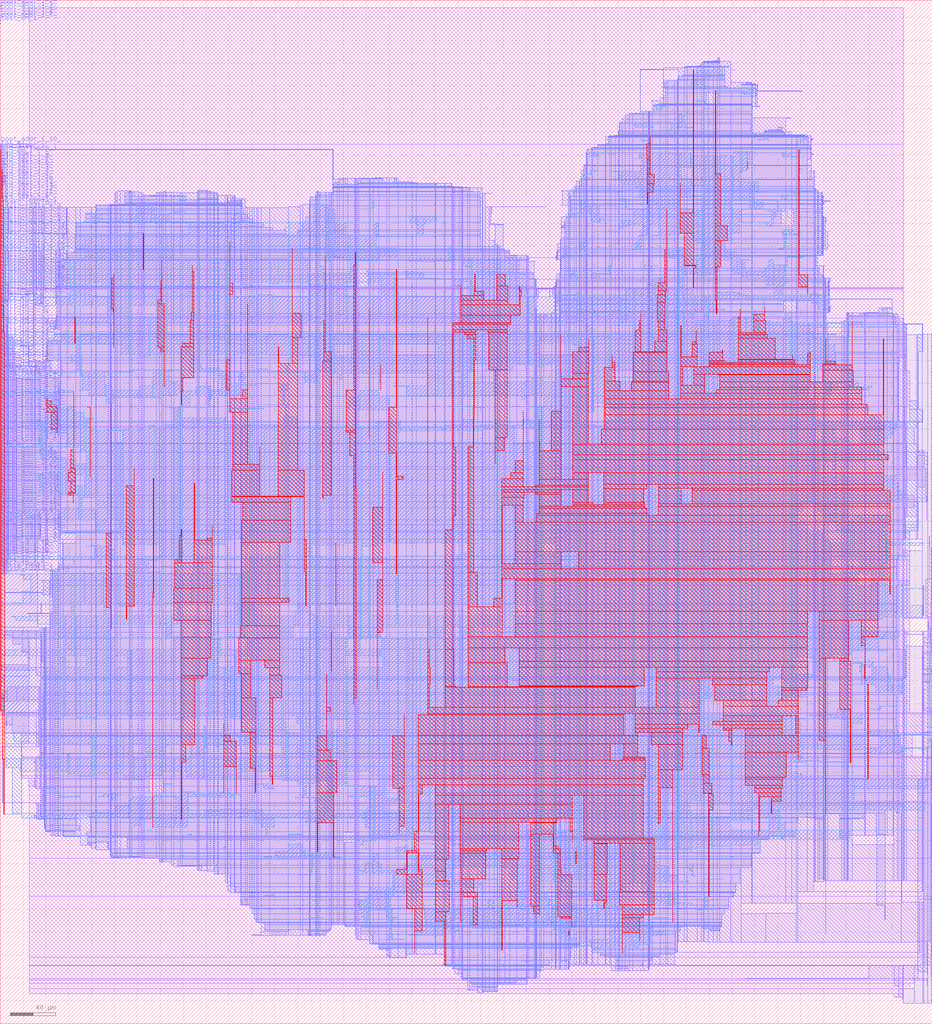
<source format=lef>
VERSION 5.8 ;
BUSBITCHARS "[]" ;
DIVIDERCHAR "/" ;
UNITS
    DATABASE MICRONS 1000 ;
END UNITS

MACRO cve2_core
  FOREIGN cve2_core 0 0 ;
  CLASS BLOCK ;
  SIZE 815 BY 895.12 ;
  PIN VDD
    USE POWER ;
    DIRECTION INOUT ;
  END VDD
  PIN VSS
    USE GROUND ;
    DIRECTION INOUT ;
  END VSS
  PIN VDDIO
    USE POWER ;
    DIRECTION INOUT ;
  END VDDIO
  PIN VSSIO
    USE GROUND ;
    DIRECTION INOUT ;
  END VSSIO
  PIN crash_dump_o_64_
    DIRECTION OUTPUT ;
    USE SIGNAL ;
    PORT
      LAYER Metal2 ;
        RECT  814.28 17.96 815 18.16 ;
    END
  END crash_dump_o_64_
  PIN data_addr_o_0_
    DIRECTION OUTPUT ;
    USE SIGNAL ;
    PORT
      LAYER Metal2 ;
        RECT  814.28 20.48 815 20.68 ;
    END
  END data_addr_o_0_
  PIN data_addr_o_1_
    DIRECTION OUTPUT ;
    USE SIGNAL ;
    PORT
      LAYER Metal2 ;
        RECT  814.28 23 815 23.2 ;
    END
  END data_addr_o_1_
  PIN instr_addr_o_0_
    DIRECTION OUTPUT ;
    USE SIGNAL ;
    PORT
      LAYER Metal2 ;
        RECT  814.28 25.52 815 25.72 ;
    END
  END instr_addr_o_0_
  PIN instr_addr_o_1_
    DIRECTION OUTPUT ;
    USE SIGNAL ;
    PORT
      LAYER Metal2 ;
        RECT  814.28 28.04 815 28.24 ;
    END
  END instr_addr_o_1_
  PIN boot_addr_i_0_
    DIRECTION INPUT ;
    USE SIGNAL ;
    PORT
      LAYER Metal2 ;
        RECT  0 894.92 0.72 895.12 ;
    END
  END boot_addr_i_0_
  PIN boot_addr_i_10_
    DIRECTION INPUT ;
    USE SIGNAL ;
    PORT
      LAYER Metal2 ;
        RECT  0 768.92 0.72 769.12 ;
    END
  END boot_addr_i_10_
  PIN boot_addr_i_11_
    DIRECTION INPUT ;
    USE SIGNAL ;
    PORT
      LAYER Metal2 ;
        RECT  0 456.44 0.72 456.64 ;
    END
  END boot_addr_i_11_
  PIN boot_addr_i_12_
    DIRECTION INPUT ;
    USE SIGNAL ;
    PORT
      LAYER Metal2 ;
        RECT  0 458.96 0.72 459.16 ;
    END
  END boot_addr_i_12_
  PIN boot_addr_i_13_
    DIRECTION INPUT ;
    USE SIGNAL ;
    PORT
      LAYER Metal2 ;
        RECT  0 461.48 0.72 461.68 ;
    END
  END boot_addr_i_13_
  PIN boot_addr_i_14_
    DIRECTION INPUT ;
    USE SIGNAL ;
    PORT
      LAYER Metal2 ;
        RECT  0 464 0.72 464.2 ;
    END
  END boot_addr_i_14_
  PIN boot_addr_i_15_
    DIRECTION INPUT ;
    USE SIGNAL ;
    PORT
      LAYER Metal2 ;
        RECT  0 453.92 0.72 454.12 ;
    END
  END boot_addr_i_15_
  PIN boot_addr_i_16_
    DIRECTION INPUT ;
    USE SIGNAL ;
    PORT
      LAYER Metal2 ;
        RECT  0 466.52 0.72 466.72 ;
    END
  END boot_addr_i_16_
  PIN boot_addr_i_17_
    DIRECTION INPUT ;
    USE SIGNAL ;
    PORT
      LAYER Metal2 ;
        RECT  0 469.04 0.72 469.24 ;
    END
  END boot_addr_i_17_
  PIN boot_addr_i_18_
    DIRECTION INPUT ;
    USE SIGNAL ;
    PORT
      LAYER Metal2 ;
        RECT  0 471.56 0.72 471.76 ;
    END
  END boot_addr_i_18_
  PIN boot_addr_i_19_
    DIRECTION INPUT ;
    USE SIGNAL ;
    PORT
      LAYER Metal2 ;
        RECT  0 451.4 0.72 451.6 ;
    END
  END boot_addr_i_19_
  PIN boot_addr_i_1_
    DIRECTION INPUT ;
    USE SIGNAL ;
    PORT
      LAYER Metal2 ;
        RECT  0 892.4 0.72 892.6 ;
    END
  END boot_addr_i_1_
  PIN boot_addr_i_20_
    DIRECTION INPUT ;
    USE SIGNAL ;
    PORT
      LAYER Metal2 ;
        RECT  0 474.08 0.72 474.28 ;
    END
  END boot_addr_i_20_
  PIN boot_addr_i_21_
    DIRECTION INPUT ;
    USE SIGNAL ;
    PORT
      LAYER Metal2 ;
        RECT  0 476.6 0.72 476.8 ;
    END
  END boot_addr_i_21_
  PIN boot_addr_i_22_
    DIRECTION INPUT ;
    USE SIGNAL ;
    PORT
      LAYER Metal2 ;
        RECT  0 479.12 0.72 479.32 ;
    END
  END boot_addr_i_22_
  PIN boot_addr_i_23_
    DIRECTION INPUT ;
    USE SIGNAL ;
    PORT
      LAYER Metal2 ;
        RECT  0 448.88 0.72 449.08 ;
    END
  END boot_addr_i_23_
  PIN boot_addr_i_24_
    DIRECTION INPUT ;
    USE SIGNAL ;
    PORT
      LAYER Metal2 ;
        RECT  0 481.64 0.72 481.84 ;
    END
  END boot_addr_i_24_
  PIN boot_addr_i_25_
    DIRECTION INPUT ;
    USE SIGNAL ;
    PORT
      LAYER Metal2 ;
        RECT  0 484.16 0.72 484.36 ;
    END
  END boot_addr_i_25_
  PIN boot_addr_i_26_
    DIRECTION INPUT ;
    USE SIGNAL ;
    PORT
      LAYER Metal2 ;
        RECT  0 486.68 0.72 486.88 ;
    END
  END boot_addr_i_26_
  PIN boot_addr_i_27_
    DIRECTION INPUT ;
    USE SIGNAL ;
    PORT
      LAYER Metal2 ;
        RECT  0 446.36 0.72 446.56 ;
    END
  END boot_addr_i_27_
  PIN boot_addr_i_28_
    DIRECTION INPUT ;
    USE SIGNAL ;
    PORT
      LAYER Metal2 ;
        RECT  0 489.2 0.72 489.4 ;
    END
  END boot_addr_i_28_
  PIN boot_addr_i_29_
    DIRECTION INPUT ;
    USE SIGNAL ;
    PORT
      LAYER Metal2 ;
        RECT  0 491.72 0.72 491.92 ;
    END
  END boot_addr_i_29_
  PIN boot_addr_i_2_
    DIRECTION INPUT ;
    USE SIGNAL ;
    PORT
      LAYER Metal2 ;
        RECT  0 889.88 0.72 890.08 ;
    END
  END boot_addr_i_2_
  PIN boot_addr_i_30_
    DIRECTION INPUT ;
    USE SIGNAL ;
    PORT
      LAYER Metal2 ;
        RECT  0 494.24 0.72 494.44 ;
    END
  END boot_addr_i_30_
  PIN boot_addr_i_31_
    DIRECTION INPUT ;
    USE SIGNAL ;
    PORT
      LAYER Metal2 ;
        RECT  0 443.84 0.72 444.04 ;
    END
  END boot_addr_i_31_
  PIN boot_addr_i_3_
    DIRECTION INPUT ;
    USE SIGNAL ;
    PORT
      LAYER Metal2 ;
        RECT  0 887.36 0.72 887.56 ;
    END
  END boot_addr_i_3_
  PIN boot_addr_i_4_
    DIRECTION INPUT ;
    USE SIGNAL ;
    PORT
      LAYER Metal2 ;
        RECT  0 884.84 0.72 885.04 ;
    END
  END boot_addr_i_4_
  PIN boot_addr_i_5_
    DIRECTION INPUT ;
    USE SIGNAL ;
    PORT
      LAYER Metal2 ;
        RECT  0 882.32 0.72 882.52 ;
    END
  END boot_addr_i_5_
  PIN boot_addr_i_6_
    DIRECTION INPUT ;
    USE SIGNAL ;
    PORT
      LAYER Metal2 ;
        RECT  0 879.8 0.72 880 ;
    END
  END boot_addr_i_6_
  PIN boot_addr_i_7_
    DIRECTION INPUT ;
    USE SIGNAL ;
    PORT
      LAYER Metal2 ;
        RECT  0 877.28 0.72 877.48 ;
    END
  END boot_addr_i_7_
  PIN boot_addr_i_8_
    DIRECTION INPUT ;
    USE SIGNAL ;
    PORT
      LAYER Metal2 ;
        RECT  0 496.76 0.72 496.96 ;
    END
  END boot_addr_i_8_
  PIN boot_addr_i_9_
    DIRECTION INPUT ;
    USE SIGNAL ;
    PORT
      LAYER Metal2 ;
        RECT  0 499.28 0.72 499.48 ;
    END
  END boot_addr_i_9_
  PIN clk_i
    DIRECTION INPUT ;
    USE SIGNAL ;
    PORT
      LAYER Metal2 ;
        RECT  0 501.8 0.72 502 ;
    END
  END clk_i
  PIN core_busy_o
    DIRECTION OUTPUT ;
    USE SIGNAL ;
    PORT
      LAYER Metal2 ;
        RECT  814.28 30.56 815 30.76 ;
    END
  END core_busy_o
  PIN crash_dump_o_0_
    DIRECTION OUTPUT ;
    USE SIGNAL ;
    PORT
      LAYER Metal2 ;
        RECT  814.28 33.08 815 33.28 ;
    END
  END crash_dump_o_0_
  PIN crash_dump_o_100_
    DIRECTION OUTPUT ;
    USE SIGNAL ;
    PORT
      LAYER Metal2 ;
        RECT  814.28 35.6 815 35.8 ;
    END
  END crash_dump_o_100_
  PIN crash_dump_o_101_
    DIRECTION OUTPUT ;
    USE SIGNAL ;
    PORT
      LAYER Metal2 ;
        RECT  814.28 38.12 815 38.32 ;
    END
  END crash_dump_o_101_
  PIN crash_dump_o_102_
    DIRECTION OUTPUT ;
    USE SIGNAL ;
    PORT
      LAYER Metal2 ;
        RECT  814.28 40.64 815 40.84 ;
    END
  END crash_dump_o_102_
  PIN crash_dump_o_103_
    DIRECTION OUTPUT ;
    USE SIGNAL ;
    PORT
      LAYER Metal2 ;
        RECT  814.28 43.16 815 43.36 ;
    END
  END crash_dump_o_103_
  PIN crash_dump_o_104_
    DIRECTION OUTPUT ;
    USE SIGNAL ;
    PORT
      LAYER Metal2 ;
        RECT  814.28 45.68 815 45.88 ;
    END
  END crash_dump_o_104_
  PIN crash_dump_o_105_
    DIRECTION OUTPUT ;
    USE SIGNAL ;
    PORT
      LAYER Metal2 ;
        RECT  814.28 48.2 815 48.4 ;
    END
  END crash_dump_o_105_
  PIN crash_dump_o_106_
    DIRECTION OUTPUT ;
    USE SIGNAL ;
    PORT
      LAYER Metal2 ;
        RECT  814.28 50.72 815 50.92 ;
    END
  END crash_dump_o_106_
  PIN crash_dump_o_107_
    DIRECTION OUTPUT ;
    USE SIGNAL ;
    PORT
      LAYER Metal2 ;
        RECT  814.28 53.24 815 53.44 ;
    END
  END crash_dump_o_107_
  PIN crash_dump_o_108_
    DIRECTION OUTPUT ;
    USE SIGNAL ;
    PORT
      LAYER Metal2 ;
        RECT  814.28 55.76 815 55.96 ;
    END
  END crash_dump_o_108_
  PIN crash_dump_o_109_
    DIRECTION OUTPUT ;
    USE SIGNAL ;
    PORT
      LAYER Metal2 ;
        RECT  814.28 58.28 815 58.48 ;
    END
  END crash_dump_o_109_
  PIN crash_dump_o_10_
    DIRECTION OUTPUT ;
    USE SIGNAL ;
    PORT
      LAYER Metal2 ;
        RECT  814.28 60.8 815 61 ;
    END
  END crash_dump_o_10_
  PIN crash_dump_o_110_
    DIRECTION OUTPUT ;
    USE SIGNAL ;
    PORT
      LAYER Metal2 ;
        RECT  814.28 63.32 815 63.52 ;
    END
  END crash_dump_o_110_
  PIN crash_dump_o_111_
    DIRECTION OUTPUT ;
    USE SIGNAL ;
    PORT
      LAYER Metal2 ;
        RECT  814.28 65.84 815 66.04 ;
    END
  END crash_dump_o_111_
  PIN crash_dump_o_112_
    DIRECTION OUTPUT ;
    USE SIGNAL ;
    PORT
      LAYER Metal2 ;
        RECT  814.28 68.36 815 68.56 ;
    END
  END crash_dump_o_112_
  PIN crash_dump_o_113_
    DIRECTION OUTPUT ;
    USE SIGNAL ;
    PORT
      LAYER Metal2 ;
        RECT  814.28 70.88 815 71.08 ;
    END
  END crash_dump_o_113_
  PIN crash_dump_o_114_
    DIRECTION OUTPUT ;
    USE SIGNAL ;
    PORT
      LAYER Metal2 ;
        RECT  814.28 73.4 815 73.6 ;
    END
  END crash_dump_o_114_
  PIN crash_dump_o_115_
    DIRECTION OUTPUT ;
    USE SIGNAL ;
    PORT
      LAYER Metal2 ;
        RECT  814.28 75.92 815 76.12 ;
    END
  END crash_dump_o_115_
  PIN crash_dump_o_116_
    DIRECTION OUTPUT ;
    USE SIGNAL ;
    PORT
      LAYER Metal2 ;
        RECT  814.28 78.44 815 78.64 ;
    END
  END crash_dump_o_116_
  PIN crash_dump_o_117_
    DIRECTION OUTPUT ;
    USE SIGNAL ;
    PORT
      LAYER Metal2 ;
        RECT  814.28 80.96 815 81.16 ;
    END
  END crash_dump_o_117_
  PIN crash_dump_o_118_
    DIRECTION OUTPUT ;
    USE SIGNAL ;
    PORT
      LAYER Metal2 ;
        RECT  814.28 83.48 815 83.68 ;
    END
  END crash_dump_o_118_
  PIN crash_dump_o_119_
    DIRECTION OUTPUT ;
    USE SIGNAL ;
    PORT
      LAYER Metal2 ;
        RECT  814.28 86 815 86.2 ;
    END
  END crash_dump_o_119_
  PIN crash_dump_o_11_
    DIRECTION OUTPUT ;
    USE SIGNAL ;
    PORT
      LAYER Metal2 ;
        RECT  814.28 88.52 815 88.72 ;
    END
  END crash_dump_o_11_
  PIN crash_dump_o_120_
    DIRECTION OUTPUT ;
    USE SIGNAL ;
    PORT
      LAYER Metal2 ;
        RECT  814.28 91.04 815 91.24 ;
    END
  END crash_dump_o_120_
  PIN crash_dump_o_121_
    DIRECTION OUTPUT ;
    USE SIGNAL ;
    PORT
      LAYER Metal2 ;
        RECT  814.28 93.56 815 93.76 ;
    END
  END crash_dump_o_121_
  PIN crash_dump_o_122_
    DIRECTION OUTPUT ;
    USE SIGNAL ;
    PORT
      LAYER Metal2 ;
        RECT  814.28 96.08 815 96.28 ;
    END
  END crash_dump_o_122_
  PIN crash_dump_o_123_
    DIRECTION OUTPUT ;
    USE SIGNAL ;
    PORT
      LAYER Metal2 ;
        RECT  814.28 98.6 815 98.8 ;
    END
  END crash_dump_o_123_
  PIN crash_dump_o_124_
    DIRECTION OUTPUT ;
    USE SIGNAL ;
    PORT
      LAYER Metal2 ;
        RECT  814.28 101.12 815 101.32 ;
    END
  END crash_dump_o_124_
  PIN crash_dump_o_125_
    DIRECTION OUTPUT ;
    USE SIGNAL ;
    PORT
      LAYER Metal2 ;
        RECT  814.28 103.64 815 103.84 ;
    END
  END crash_dump_o_125_
  PIN crash_dump_o_126_
    DIRECTION OUTPUT ;
    USE SIGNAL ;
    PORT
      LAYER Metal2 ;
        RECT  814.28 106.16 815 106.36 ;
    END
  END crash_dump_o_126_
  PIN crash_dump_o_127_
    DIRECTION OUTPUT ;
    USE SIGNAL ;
    PORT
      LAYER Metal2 ;
        RECT  814.28 108.68 815 108.88 ;
    END
  END crash_dump_o_127_
  PIN crash_dump_o_12_
    DIRECTION OUTPUT ;
    USE SIGNAL ;
    PORT
      LAYER Metal2 ;
        RECT  814.28 111.2 815 111.4 ;
    END
  END crash_dump_o_12_
  PIN crash_dump_o_13_
    DIRECTION OUTPUT ;
    USE SIGNAL ;
    PORT
      LAYER Metal2 ;
        RECT  814.28 113.72 815 113.92 ;
    END
  END crash_dump_o_13_
  PIN crash_dump_o_14_
    DIRECTION OUTPUT ;
    USE SIGNAL ;
    PORT
      LAYER Metal2 ;
        RECT  814.28 116.24 815 116.44 ;
    END
  END crash_dump_o_14_
  PIN crash_dump_o_15_
    DIRECTION OUTPUT ;
    USE SIGNAL ;
    PORT
      LAYER Metal2 ;
        RECT  814.28 118.76 815 118.96 ;
    END
  END crash_dump_o_15_
  PIN crash_dump_o_16_
    DIRECTION OUTPUT ;
    USE SIGNAL ;
    PORT
      LAYER Metal2 ;
        RECT  814.28 121.28 815 121.48 ;
    END
  END crash_dump_o_16_
  PIN crash_dump_o_17_
    DIRECTION OUTPUT ;
    USE SIGNAL ;
    PORT
      LAYER Metal2 ;
        RECT  814.28 123.8 815 124 ;
    END
  END crash_dump_o_17_
  PIN crash_dump_o_18_
    DIRECTION OUTPUT ;
    USE SIGNAL ;
    PORT
      LAYER Metal2 ;
        RECT  814.28 126.32 815 126.52 ;
    END
  END crash_dump_o_18_
  PIN crash_dump_o_19_
    DIRECTION OUTPUT ;
    USE SIGNAL ;
    PORT
      LAYER Metal2 ;
        RECT  814.28 128.84 815 129.04 ;
    END
  END crash_dump_o_19_
  PIN crash_dump_o_1_
    DIRECTION OUTPUT ;
    USE SIGNAL ;
    PORT
      LAYER Metal2 ;
        RECT  814.28 131.36 815 131.56 ;
    END
  END crash_dump_o_1_
  PIN crash_dump_o_20_
    DIRECTION OUTPUT ;
    USE SIGNAL ;
    PORT
      LAYER Metal2 ;
        RECT  814.28 133.88 815 134.08 ;
    END
  END crash_dump_o_20_
  PIN crash_dump_o_21_
    DIRECTION OUTPUT ;
    USE SIGNAL ;
    PORT
      LAYER Metal2 ;
        RECT  814.28 136.4 815 136.6 ;
    END
  END crash_dump_o_21_
  PIN crash_dump_o_22_
    DIRECTION OUTPUT ;
    USE SIGNAL ;
    PORT
      LAYER Metal2 ;
        RECT  814.28 138.92 815 139.12 ;
    END
  END crash_dump_o_22_
  PIN crash_dump_o_23_
    DIRECTION OUTPUT ;
    USE SIGNAL ;
    PORT
      LAYER Metal2 ;
        RECT  814.28 141.44 815 141.64 ;
    END
  END crash_dump_o_23_
  PIN crash_dump_o_24_
    DIRECTION OUTPUT ;
    USE SIGNAL ;
    PORT
      LAYER Metal2 ;
        RECT  814.28 143.96 815 144.16 ;
    END
  END crash_dump_o_24_
  PIN crash_dump_o_25_
    DIRECTION OUTPUT ;
    USE SIGNAL ;
    PORT
      LAYER Metal2 ;
        RECT  814.28 146.48 815 146.68 ;
    END
  END crash_dump_o_25_
  PIN crash_dump_o_26_
    DIRECTION OUTPUT ;
    USE SIGNAL ;
    PORT
      LAYER Metal2 ;
        RECT  814.28 149 815 149.2 ;
    END
  END crash_dump_o_26_
  PIN crash_dump_o_27_
    DIRECTION OUTPUT ;
    USE SIGNAL ;
    PORT
      LAYER Metal2 ;
        RECT  814.28 151.52 815 151.72 ;
    END
  END crash_dump_o_27_
  PIN crash_dump_o_28_
    DIRECTION OUTPUT ;
    USE SIGNAL ;
    PORT
      LAYER Metal2 ;
        RECT  814.28 154.04 815 154.24 ;
    END
  END crash_dump_o_28_
  PIN crash_dump_o_29_
    DIRECTION OUTPUT ;
    USE SIGNAL ;
    PORT
      LAYER Metal2 ;
        RECT  814.28 156.56 815 156.76 ;
    END
  END crash_dump_o_29_
  PIN crash_dump_o_2_
    DIRECTION OUTPUT ;
    USE SIGNAL ;
    PORT
      LAYER Metal2 ;
        RECT  814.28 159.08 815 159.28 ;
    END
  END crash_dump_o_2_
  PIN crash_dump_o_30_
    DIRECTION OUTPUT ;
    USE SIGNAL ;
    PORT
      LAYER Metal2 ;
        RECT  814.28 161.6 815 161.8 ;
    END
  END crash_dump_o_30_
  PIN crash_dump_o_31_
    DIRECTION OUTPUT ;
    USE SIGNAL ;
    PORT
      LAYER Metal2 ;
        RECT  814.28 164.12 815 164.32 ;
    END
  END crash_dump_o_31_
  PIN crash_dump_o_32_
    DIRECTION OUTPUT ;
    USE SIGNAL ;
    PORT
      LAYER Metal2 ;
        RECT  814.28 166.64 815 166.84 ;
    END
  END crash_dump_o_32_
  PIN crash_dump_o_33_
    DIRECTION OUTPUT ;
    USE SIGNAL ;
    PORT
      LAYER Metal2 ;
        RECT  814.28 169.16 815 169.36 ;
    END
  END crash_dump_o_33_
  PIN crash_dump_o_34_
    DIRECTION OUTPUT ;
    USE SIGNAL ;
    PORT
      LAYER Metal2 ;
        RECT  814.28 171.68 815 171.88 ;
    END
  END crash_dump_o_34_
  PIN crash_dump_o_35_
    DIRECTION OUTPUT ;
    USE SIGNAL ;
    PORT
      LAYER Metal2 ;
        RECT  814.28 174.2 815 174.4 ;
    END
  END crash_dump_o_35_
  PIN crash_dump_o_36_
    DIRECTION OUTPUT ;
    USE SIGNAL ;
    PORT
      LAYER Metal2 ;
        RECT  814.28 176.72 815 176.92 ;
    END
  END crash_dump_o_36_
  PIN crash_dump_o_37_
    DIRECTION OUTPUT ;
    USE SIGNAL ;
    PORT
      LAYER Metal2 ;
        RECT  814.28 179.24 815 179.44 ;
    END
  END crash_dump_o_37_
  PIN crash_dump_o_38_
    DIRECTION OUTPUT ;
    USE SIGNAL ;
    PORT
      LAYER Metal2 ;
        RECT  814.28 181.76 815 181.96 ;
    END
  END crash_dump_o_38_
  PIN crash_dump_o_39_
    DIRECTION OUTPUT ;
    USE SIGNAL ;
    PORT
      LAYER Metal2 ;
        RECT  814.28 184.28 815 184.48 ;
    END
  END crash_dump_o_39_
  PIN crash_dump_o_3_
    DIRECTION OUTPUT ;
    USE SIGNAL ;
    PORT
      LAYER Metal2 ;
        RECT  814.28 186.8 815 187 ;
    END
  END crash_dump_o_3_
  PIN crash_dump_o_40_
    DIRECTION OUTPUT ;
    USE SIGNAL ;
    PORT
      LAYER Metal2 ;
        RECT  814.28 189.32 815 189.52 ;
    END
  END crash_dump_o_40_
  PIN crash_dump_o_41_
    DIRECTION OUTPUT ;
    USE SIGNAL ;
    PORT
      LAYER Metal2 ;
        RECT  814.28 191.84 815 192.04 ;
    END
  END crash_dump_o_41_
  PIN crash_dump_o_42_
    DIRECTION OUTPUT ;
    USE SIGNAL ;
    PORT
      LAYER Metal2 ;
        RECT  814.28 194.36 815 194.56 ;
    END
  END crash_dump_o_42_
  PIN crash_dump_o_43_
    DIRECTION OUTPUT ;
    USE SIGNAL ;
    PORT
      LAYER Metal2 ;
        RECT  814.28 196.88 815 197.08 ;
    END
  END crash_dump_o_43_
  PIN crash_dump_o_44_
    DIRECTION OUTPUT ;
    USE SIGNAL ;
    PORT
      LAYER Metal2 ;
        RECT  814.28 199.4 815 199.6 ;
    END
  END crash_dump_o_44_
  PIN crash_dump_o_45_
    DIRECTION OUTPUT ;
    USE SIGNAL ;
    PORT
      LAYER Metal2 ;
        RECT  814.28 201.92 815 202.12 ;
    END
  END crash_dump_o_45_
  PIN crash_dump_o_46_
    DIRECTION OUTPUT ;
    USE SIGNAL ;
    PORT
      LAYER Metal2 ;
        RECT  814.28 204.44 815 204.64 ;
    END
  END crash_dump_o_46_
  PIN crash_dump_o_47_
    DIRECTION OUTPUT ;
    USE SIGNAL ;
    PORT
      LAYER Metal2 ;
        RECT  814.28 206.96 815 207.16 ;
    END
  END crash_dump_o_47_
  PIN crash_dump_o_48_
    DIRECTION OUTPUT ;
    USE SIGNAL ;
    PORT
      LAYER Metal2 ;
        RECT  814.28 209.48 815 209.68 ;
    END
  END crash_dump_o_48_
  PIN crash_dump_o_49_
    DIRECTION OUTPUT ;
    USE SIGNAL ;
    PORT
      LAYER Metal2 ;
        RECT  814.28 212 815 212.2 ;
    END
  END crash_dump_o_49_
  PIN crash_dump_o_4_
    DIRECTION OUTPUT ;
    USE SIGNAL ;
    PORT
      LAYER Metal2 ;
        RECT  814.28 214.52 815 214.72 ;
    END
  END crash_dump_o_4_
  PIN crash_dump_o_50_
    DIRECTION OUTPUT ;
    USE SIGNAL ;
    PORT
      LAYER Metal2 ;
        RECT  814.28 217.04 815 217.24 ;
    END
  END crash_dump_o_50_
  PIN crash_dump_o_51_
    DIRECTION OUTPUT ;
    USE SIGNAL ;
    PORT
      LAYER Metal2 ;
        RECT  814.28 219.56 815 219.76 ;
    END
  END crash_dump_o_51_
  PIN crash_dump_o_52_
    DIRECTION OUTPUT ;
    USE SIGNAL ;
    PORT
      LAYER Metal2 ;
        RECT  814.28 222.08 815 222.28 ;
    END
  END crash_dump_o_52_
  PIN crash_dump_o_53_
    DIRECTION OUTPUT ;
    USE SIGNAL ;
    PORT
      LAYER Metal2 ;
        RECT  814.28 224.6 815 224.8 ;
    END
  END crash_dump_o_53_
  PIN crash_dump_o_54_
    DIRECTION OUTPUT ;
    USE SIGNAL ;
    PORT
      LAYER Metal2 ;
        RECT  814.28 227.12 815 227.32 ;
    END
  END crash_dump_o_54_
  PIN crash_dump_o_55_
    DIRECTION OUTPUT ;
    USE SIGNAL ;
    PORT
      LAYER Metal2 ;
        RECT  814.28 229.64 815 229.84 ;
    END
  END crash_dump_o_55_
  PIN crash_dump_o_56_
    DIRECTION OUTPUT ;
    USE SIGNAL ;
    PORT
      LAYER Metal2 ;
        RECT  814.28 232.16 815 232.36 ;
    END
  END crash_dump_o_56_
  PIN crash_dump_o_57_
    DIRECTION OUTPUT ;
    USE SIGNAL ;
    PORT
      LAYER Metal2 ;
        RECT  814.28 234.68 815 234.88 ;
    END
  END crash_dump_o_57_
  PIN crash_dump_o_58_
    DIRECTION OUTPUT ;
    USE SIGNAL ;
    PORT
      LAYER Metal2 ;
        RECT  814.28 237.2 815 237.4 ;
    END
  END crash_dump_o_58_
  PIN crash_dump_o_59_
    DIRECTION OUTPUT ;
    USE SIGNAL ;
    PORT
      LAYER Metal2 ;
        RECT  814.28 239.72 815 239.92 ;
    END
  END crash_dump_o_59_
  PIN crash_dump_o_5_
    DIRECTION OUTPUT ;
    USE SIGNAL ;
    PORT
      LAYER Metal2 ;
        RECT  814.28 242.24 815 242.44 ;
    END
  END crash_dump_o_5_
  PIN crash_dump_o_60_
    DIRECTION OUTPUT ;
    USE SIGNAL ;
    PORT
      LAYER Metal2 ;
        RECT  814.28 244.76 815 244.96 ;
    END
  END crash_dump_o_60_
  PIN crash_dump_o_61_
    DIRECTION OUTPUT ;
    USE SIGNAL ;
    PORT
      LAYER Metal2 ;
        RECT  814.28 247.28 815 247.48 ;
    END
  END crash_dump_o_61_
  PIN crash_dump_o_62_
    DIRECTION OUTPUT ;
    USE SIGNAL ;
    PORT
      LAYER Metal2 ;
        RECT  814.28 249.8 815 250 ;
    END
  END crash_dump_o_62_
  PIN crash_dump_o_63_
    DIRECTION OUTPUT ;
    USE SIGNAL ;
    PORT
      LAYER Metal2 ;
        RECT  814.28 252.32 815 252.52 ;
    END
  END crash_dump_o_63_
  PIN crash_dump_o_65_
    DIRECTION OUTPUT ;
    USE SIGNAL ;
    PORT
      LAYER Metal2 ;
        RECT  814.28 254.84 815 255.04 ;
    END
  END crash_dump_o_65_
  PIN crash_dump_o_66_
    DIRECTION OUTPUT ;
    USE SIGNAL ;
    PORT
      LAYER Metal2 ;
        RECT  814.28 257.36 815 257.56 ;
    END
  END crash_dump_o_66_
  PIN crash_dump_o_67_
    DIRECTION OUTPUT ;
    USE SIGNAL ;
    PORT
      LAYER Metal2 ;
        RECT  814.28 259.88 815 260.08 ;
    END
  END crash_dump_o_67_
  PIN crash_dump_o_68_
    DIRECTION OUTPUT ;
    USE SIGNAL ;
    PORT
      LAYER Metal2 ;
        RECT  814.28 262.4 815 262.6 ;
    END
  END crash_dump_o_68_
  PIN crash_dump_o_69_
    DIRECTION OUTPUT ;
    USE SIGNAL ;
    PORT
      LAYER Metal2 ;
        RECT  814.28 264.92 815 265.12 ;
    END
  END crash_dump_o_69_
  PIN crash_dump_o_6_
    DIRECTION OUTPUT ;
    USE SIGNAL ;
    PORT
      LAYER Metal2 ;
        RECT  814.28 267.44 815 267.64 ;
    END
  END crash_dump_o_6_
  PIN crash_dump_o_70_
    DIRECTION OUTPUT ;
    USE SIGNAL ;
    PORT
      LAYER Metal2 ;
        RECT  814.28 269.96 815 270.16 ;
    END
  END crash_dump_o_70_
  PIN crash_dump_o_71_
    DIRECTION OUTPUT ;
    USE SIGNAL ;
    PORT
      LAYER Metal2 ;
        RECT  814.28 272.48 815 272.68 ;
    END
  END crash_dump_o_71_
  PIN crash_dump_o_72_
    DIRECTION OUTPUT ;
    USE SIGNAL ;
    PORT
      LAYER Metal2 ;
        RECT  814.28 275 815 275.2 ;
    END
  END crash_dump_o_72_
  PIN crash_dump_o_73_
    DIRECTION OUTPUT ;
    USE SIGNAL ;
    PORT
      LAYER Metal2 ;
        RECT  814.28 277.52 815 277.72 ;
    END
  END crash_dump_o_73_
  PIN crash_dump_o_74_
    DIRECTION OUTPUT ;
    USE SIGNAL ;
    PORT
      LAYER Metal2 ;
        RECT  814.28 280.04 815 280.24 ;
    END
  END crash_dump_o_74_
  PIN crash_dump_o_75_
    DIRECTION OUTPUT ;
    USE SIGNAL ;
    PORT
      LAYER Metal2 ;
        RECT  814.28 282.56 815 282.76 ;
    END
  END crash_dump_o_75_
  PIN crash_dump_o_76_
    DIRECTION OUTPUT ;
    USE SIGNAL ;
    PORT
      LAYER Metal2 ;
        RECT  814.28 285.08 815 285.28 ;
    END
  END crash_dump_o_76_
  PIN crash_dump_o_77_
    DIRECTION OUTPUT ;
    USE SIGNAL ;
    PORT
      LAYER Metal2 ;
        RECT  814.28 287.6 815 287.8 ;
    END
  END crash_dump_o_77_
  PIN crash_dump_o_78_
    DIRECTION OUTPUT ;
    USE SIGNAL ;
    PORT
      LAYER Metal2 ;
        RECT  814.28 290.12 815 290.32 ;
    END
  END crash_dump_o_78_
  PIN crash_dump_o_79_
    DIRECTION OUTPUT ;
    USE SIGNAL ;
    PORT
      LAYER Metal2 ;
        RECT  814.28 292.64 815 292.84 ;
    END
  END crash_dump_o_79_
  PIN crash_dump_o_7_
    DIRECTION OUTPUT ;
    USE SIGNAL ;
    PORT
      LAYER Metal2 ;
        RECT  814.28 295.16 815 295.36 ;
    END
  END crash_dump_o_7_
  PIN crash_dump_o_80_
    DIRECTION OUTPUT ;
    USE SIGNAL ;
    PORT
      LAYER Metal2 ;
        RECT  814.28 297.68 815 297.88 ;
    END
  END crash_dump_o_80_
  PIN crash_dump_o_81_
    DIRECTION OUTPUT ;
    USE SIGNAL ;
    PORT
      LAYER Metal2 ;
        RECT  814.28 300.2 815 300.4 ;
    END
  END crash_dump_o_81_
  PIN crash_dump_o_82_
    DIRECTION OUTPUT ;
    USE SIGNAL ;
    PORT
      LAYER Metal2 ;
        RECT  814.28 302.72 815 302.92 ;
    END
  END crash_dump_o_82_
  PIN crash_dump_o_83_
    DIRECTION OUTPUT ;
    USE SIGNAL ;
    PORT
      LAYER Metal2 ;
        RECT  814.28 305.24 815 305.44 ;
    END
  END crash_dump_o_83_
  PIN crash_dump_o_84_
    DIRECTION OUTPUT ;
    USE SIGNAL ;
    PORT
      LAYER Metal2 ;
        RECT  814.28 307.76 815 307.96 ;
    END
  END crash_dump_o_84_
  PIN crash_dump_o_85_
    DIRECTION OUTPUT ;
    USE SIGNAL ;
    PORT
      LAYER Metal2 ;
        RECT  814.28 310.28 815 310.48 ;
    END
  END crash_dump_o_85_
  PIN crash_dump_o_86_
    DIRECTION OUTPUT ;
    USE SIGNAL ;
    PORT
      LAYER Metal2 ;
        RECT  814.28 312.8 815 313 ;
    END
  END crash_dump_o_86_
  PIN crash_dump_o_87_
    DIRECTION OUTPUT ;
    USE SIGNAL ;
    PORT
      LAYER Metal2 ;
        RECT  814.28 315.32 815 315.52 ;
    END
  END crash_dump_o_87_
  PIN crash_dump_o_88_
    DIRECTION OUTPUT ;
    USE SIGNAL ;
    PORT
      LAYER Metal2 ;
        RECT  814.28 317.84 815 318.04 ;
    END
  END crash_dump_o_88_
  PIN crash_dump_o_89_
    DIRECTION OUTPUT ;
    USE SIGNAL ;
    PORT
      LAYER Metal2 ;
        RECT  814.28 320.36 815 320.56 ;
    END
  END crash_dump_o_89_
  PIN crash_dump_o_8_
    DIRECTION OUTPUT ;
    USE SIGNAL ;
    PORT
      LAYER Metal2 ;
        RECT  814.28 322.88 815 323.08 ;
    END
  END crash_dump_o_8_
  PIN crash_dump_o_90_
    DIRECTION OUTPUT ;
    USE SIGNAL ;
    PORT
      LAYER Metal2 ;
        RECT  814.28 325.4 815 325.6 ;
    END
  END crash_dump_o_90_
  PIN crash_dump_o_91_
    DIRECTION OUTPUT ;
    USE SIGNAL ;
    PORT
      LAYER Metal2 ;
        RECT  814.28 327.92 815 328.12 ;
    END
  END crash_dump_o_91_
  PIN crash_dump_o_92_
    DIRECTION OUTPUT ;
    USE SIGNAL ;
    PORT
      LAYER Metal2 ;
        RECT  814.28 330.44 815 330.64 ;
    END
  END crash_dump_o_92_
  PIN crash_dump_o_93_
    DIRECTION OUTPUT ;
    USE SIGNAL ;
    PORT
      LAYER Metal2 ;
        RECT  814.28 332.96 815 333.16 ;
    END
  END crash_dump_o_93_
  PIN crash_dump_o_94_
    DIRECTION OUTPUT ;
    USE SIGNAL ;
    PORT
      LAYER Metal2 ;
        RECT  814.28 335.48 815 335.68 ;
    END
  END crash_dump_o_94_
  PIN crash_dump_o_95_
    DIRECTION OUTPUT ;
    USE SIGNAL ;
    PORT
      LAYER Metal2 ;
        RECT  814.28 338 815 338.2 ;
    END
  END crash_dump_o_95_
  PIN crash_dump_o_96_
    DIRECTION OUTPUT ;
    USE SIGNAL ;
    PORT
      LAYER Metal2 ;
        RECT  814.28 340.52 815 340.72 ;
    END
  END crash_dump_o_96_
  PIN crash_dump_o_97_
    DIRECTION OUTPUT ;
    USE SIGNAL ;
    PORT
      LAYER Metal2 ;
        RECT  814.28 343.04 815 343.24 ;
    END
  END crash_dump_o_97_
  PIN crash_dump_o_98_
    DIRECTION OUTPUT ;
    USE SIGNAL ;
    PORT
      LAYER Metal2 ;
        RECT  814.28 345.56 815 345.76 ;
    END
  END crash_dump_o_98_
  PIN crash_dump_o_99_
    DIRECTION OUTPUT ;
    USE SIGNAL ;
    PORT
      LAYER Metal2 ;
        RECT  814.28 348.08 815 348.28 ;
    END
  END crash_dump_o_99_
  PIN crash_dump_o_9_
    DIRECTION OUTPUT ;
    USE SIGNAL ;
    PORT
      LAYER Metal2 ;
        RECT  814.28 350.6 815 350.8 ;
    END
  END crash_dump_o_9_
  PIN data_addr_o_10_
    DIRECTION OUTPUT ;
    USE SIGNAL ;
    PORT
      LAYER Metal2 ;
        RECT  814.28 353.12 815 353.32 ;
    END
  END data_addr_o_10_
  PIN data_addr_o_11_
    DIRECTION OUTPUT ;
    USE SIGNAL ;
    PORT
      LAYER Metal2 ;
        RECT  814.28 355.64 815 355.84 ;
    END
  END data_addr_o_11_
  PIN data_addr_o_12_
    DIRECTION OUTPUT ;
    USE SIGNAL ;
    PORT
      LAYER Metal2 ;
        RECT  814.28 358.16 815 358.36 ;
    END
  END data_addr_o_12_
  PIN data_addr_o_13_
    DIRECTION OUTPUT ;
    USE SIGNAL ;
    PORT
      LAYER Metal2 ;
        RECT  814.28 360.68 815 360.88 ;
    END
  END data_addr_o_13_
  PIN data_addr_o_14_
    DIRECTION OUTPUT ;
    USE SIGNAL ;
    PORT
      LAYER Metal2 ;
        RECT  814.28 363.2 815 363.4 ;
    END
  END data_addr_o_14_
  PIN data_addr_o_15_
    DIRECTION OUTPUT ;
    USE SIGNAL ;
    PORT
      LAYER Metal2 ;
        RECT  814.28 365.72 815 365.92 ;
    END
  END data_addr_o_15_
  PIN data_addr_o_16_
    DIRECTION OUTPUT ;
    USE SIGNAL ;
    PORT
      LAYER Metal2 ;
        RECT  814.28 368.24 815 368.44 ;
    END
  END data_addr_o_16_
  PIN data_addr_o_17_
    DIRECTION OUTPUT ;
    USE SIGNAL ;
    PORT
      LAYER Metal2 ;
        RECT  814.28 370.76 815 370.96 ;
    END
  END data_addr_o_17_
  PIN data_addr_o_18_
    DIRECTION OUTPUT ;
    USE SIGNAL ;
    PORT
      LAYER Metal2 ;
        RECT  814.28 373.28 815 373.48 ;
    END
  END data_addr_o_18_
  PIN data_addr_o_19_
    DIRECTION OUTPUT ;
    USE SIGNAL ;
    PORT
      LAYER Metal2 ;
        RECT  814.28 375.8 815 376 ;
    END
  END data_addr_o_19_
  PIN data_addr_o_20_
    DIRECTION OUTPUT ;
    USE SIGNAL ;
    PORT
      LAYER Metal2 ;
        RECT  814.28 378.32 815 378.52 ;
    END
  END data_addr_o_20_
  PIN data_addr_o_21_
    DIRECTION OUTPUT ;
    USE SIGNAL ;
    PORT
      LAYER Metal2 ;
        RECT  814.28 380.84 815 381.04 ;
    END
  END data_addr_o_21_
  PIN data_addr_o_22_
    DIRECTION OUTPUT ;
    USE SIGNAL ;
    PORT
      LAYER Metal2 ;
        RECT  814.28 383.36 815 383.56 ;
    END
  END data_addr_o_22_
  PIN data_addr_o_23_
    DIRECTION OUTPUT ;
    USE SIGNAL ;
    PORT
      LAYER Metal2 ;
        RECT  814.28 385.88 815 386.08 ;
    END
  END data_addr_o_23_
  PIN data_addr_o_24_
    DIRECTION OUTPUT ;
    USE SIGNAL ;
    PORT
      LAYER Metal2 ;
        RECT  814.28 388.4 815 388.6 ;
    END
  END data_addr_o_24_
  PIN data_addr_o_25_
    DIRECTION OUTPUT ;
    USE SIGNAL ;
    PORT
      LAYER Metal2 ;
        RECT  814.28 390.92 815 391.12 ;
    END
  END data_addr_o_25_
  PIN data_addr_o_26_
    DIRECTION OUTPUT ;
    USE SIGNAL ;
    PORT
      LAYER Metal2 ;
        RECT  814.28 393.44 815 393.64 ;
    END
  END data_addr_o_26_
  PIN data_addr_o_27_
    DIRECTION OUTPUT ;
    USE SIGNAL ;
    PORT
      LAYER Metal2 ;
        RECT  814.28 395.96 815 396.16 ;
    END
  END data_addr_o_27_
  PIN data_addr_o_28_
    DIRECTION OUTPUT ;
    USE SIGNAL ;
    PORT
      LAYER Metal2 ;
        RECT  814.28 398.48 815 398.68 ;
    END
  END data_addr_o_28_
  PIN data_addr_o_29_
    DIRECTION OUTPUT ;
    USE SIGNAL ;
    PORT
      LAYER Metal2 ;
        RECT  814.28 401 815 401.2 ;
    END
  END data_addr_o_29_
  PIN data_addr_o_2_
    DIRECTION OUTPUT ;
    USE SIGNAL ;
    PORT
      LAYER Metal2 ;
        RECT  814.28 403.52 815 403.72 ;
    END
  END data_addr_o_2_
  PIN data_addr_o_30_
    DIRECTION OUTPUT ;
    USE SIGNAL ;
    PORT
      LAYER Metal2 ;
        RECT  814.28 406.04 815 406.24 ;
    END
  END data_addr_o_30_
  PIN data_addr_o_31_
    DIRECTION OUTPUT ;
    USE SIGNAL ;
    PORT
      LAYER Metal2 ;
        RECT  814.28 408.56 815 408.76 ;
    END
  END data_addr_o_31_
  PIN data_addr_o_3_
    DIRECTION OUTPUT ;
    USE SIGNAL ;
    PORT
      LAYER Metal2 ;
        RECT  814.28 411.08 815 411.28 ;
    END
  END data_addr_o_3_
  PIN data_addr_o_4_
    DIRECTION OUTPUT ;
    USE SIGNAL ;
    PORT
      LAYER Metal2 ;
        RECT  814.28 413.6 815 413.8 ;
    END
  END data_addr_o_4_
  PIN data_addr_o_5_
    DIRECTION OUTPUT ;
    USE SIGNAL ;
    PORT
      LAYER Metal2 ;
        RECT  814.28 416.12 815 416.32 ;
    END
  END data_addr_o_5_
  PIN data_addr_o_6_
    DIRECTION OUTPUT ;
    USE SIGNAL ;
    PORT
      LAYER Metal2 ;
        RECT  814.28 418.64 815 418.84 ;
    END
  END data_addr_o_6_
  PIN data_addr_o_7_
    DIRECTION OUTPUT ;
    USE SIGNAL ;
    PORT
      LAYER Metal2 ;
        RECT  814.28 421.16 815 421.36 ;
    END
  END data_addr_o_7_
  PIN data_addr_o_8_
    DIRECTION OUTPUT ;
    USE SIGNAL ;
    PORT
      LAYER Metal2 ;
        RECT  814.28 423.68 815 423.88 ;
    END
  END data_addr_o_8_
  PIN data_addr_o_9_
    DIRECTION OUTPUT ;
    USE SIGNAL ;
    PORT
      LAYER Metal2 ;
        RECT  814.28 426.2 815 426.4 ;
    END
  END data_addr_o_9_
  PIN data_be_o_0_
    DIRECTION OUTPUT ;
    USE SIGNAL ;
    PORT
      LAYER Metal2 ;
        RECT  814.28 428.72 815 428.92 ;
    END
  END data_be_o_0_
  PIN data_be_o_1_
    DIRECTION OUTPUT ;
    USE SIGNAL ;
    PORT
      LAYER Metal2 ;
        RECT  814.28 431.24 815 431.44 ;
    END
  END data_be_o_1_
  PIN data_be_o_2_
    DIRECTION OUTPUT ;
    USE SIGNAL ;
    PORT
      LAYER Metal2 ;
        RECT  814.28 433.76 815 433.96 ;
    END
  END data_be_o_2_
  PIN data_be_o_3_
    DIRECTION OUTPUT ;
    USE SIGNAL ;
    PORT
      LAYER Metal2 ;
        RECT  814.28 436.28 815 436.48 ;
    END
  END data_be_o_3_
  PIN data_err_i
    DIRECTION INPUT ;
    USE SIGNAL ;
    PORT
      LAYER Metal2 ;
        RECT  0 441.32 0.72 441.52 ;
    END
  END data_err_i
  PIN data_gnt_i
    DIRECTION INPUT ;
    USE SIGNAL ;
    PORT
      LAYER Metal2 ;
        RECT  0 504.32 0.72 504.52 ;
    END
  END data_gnt_i
  PIN data_rdata_i_0_
    DIRECTION INPUT ;
    USE SIGNAL ;
    PORT
      LAYER Metal2 ;
        RECT  0 506.84 0.72 507.04 ;
    END
  END data_rdata_i_0_
  PIN data_rdata_i_10_
    DIRECTION INPUT ;
    USE SIGNAL ;
    PORT
      LAYER Metal2 ;
        RECT  0 509.36 0.72 509.56 ;
    END
  END data_rdata_i_10_
  PIN data_rdata_i_11_
    DIRECTION INPUT ;
    USE SIGNAL ;
    PORT
      LAYER Metal2 ;
        RECT  0 438.8 0.72 439 ;
    END
  END data_rdata_i_11_
  PIN data_rdata_i_12_
    DIRECTION INPUT ;
    USE SIGNAL ;
    PORT
      LAYER Metal2 ;
        RECT  0 511.88 0.72 512.08 ;
    END
  END data_rdata_i_12_
  PIN data_rdata_i_13_
    DIRECTION INPUT ;
    USE SIGNAL ;
    PORT
      LAYER Metal2 ;
        RECT  0 514.4 0.72 514.6 ;
    END
  END data_rdata_i_13_
  PIN data_rdata_i_14_
    DIRECTION INPUT ;
    USE SIGNAL ;
    PORT
      LAYER Metal2 ;
        RECT  0 516.92 0.72 517.12 ;
    END
  END data_rdata_i_14_
  PIN data_rdata_i_15_
    DIRECTION INPUT ;
    USE SIGNAL ;
    PORT
      LAYER Metal2 ;
        RECT  0 436.28 0.72 436.48 ;
    END
  END data_rdata_i_15_
  PIN data_rdata_i_16_
    DIRECTION INPUT ;
    USE SIGNAL ;
    PORT
      LAYER Metal2 ;
        RECT  0 519.44 0.72 519.64 ;
    END
  END data_rdata_i_16_
  PIN data_rdata_i_17_
    DIRECTION INPUT ;
    USE SIGNAL ;
    PORT
      LAYER Metal2 ;
        RECT  0 521.96 0.72 522.16 ;
    END
  END data_rdata_i_17_
  PIN data_rdata_i_18_
    DIRECTION INPUT ;
    USE SIGNAL ;
    PORT
      LAYER Metal2 ;
        RECT  0 524.48 0.72 524.68 ;
    END
  END data_rdata_i_18_
  PIN data_rdata_i_19_
    DIRECTION INPUT ;
    USE SIGNAL ;
    PORT
      LAYER Metal2 ;
        RECT  0 433.76 0.72 433.96 ;
    END
  END data_rdata_i_19_
  PIN data_rdata_i_1_
    DIRECTION INPUT ;
    USE SIGNAL ;
    PORT
      LAYER Metal2 ;
        RECT  0 527 0.72 527.2 ;
    END
  END data_rdata_i_1_
  PIN data_rdata_i_20_
    DIRECTION INPUT ;
    USE SIGNAL ;
    PORT
      LAYER Metal2 ;
        RECT  0 529.52 0.72 529.72 ;
    END
  END data_rdata_i_20_
  PIN data_rdata_i_21_
    DIRECTION INPUT ;
    USE SIGNAL ;
    PORT
      LAYER Metal2 ;
        RECT  0 532.04 0.72 532.24 ;
    END
  END data_rdata_i_21_
  PIN data_rdata_i_22_
    DIRECTION INPUT ;
    USE SIGNAL ;
    PORT
      LAYER Metal2 ;
        RECT  0 431.24 0.72 431.44 ;
    END
  END data_rdata_i_22_
  PIN data_rdata_i_23_
    DIRECTION INPUT ;
    USE SIGNAL ;
    PORT
      LAYER Metal2 ;
        RECT  0 534.56 0.72 534.76 ;
    END
  END data_rdata_i_23_
  PIN data_rdata_i_24_
    DIRECTION INPUT ;
    USE SIGNAL ;
    PORT
      LAYER Metal2 ;
        RECT  0 537.08 0.72 537.28 ;
    END
  END data_rdata_i_24_
  PIN data_rdata_i_25_
    DIRECTION INPUT ;
    USE SIGNAL ;
    PORT
      LAYER Metal2 ;
        RECT  0 539.6 0.72 539.8 ;
    END
  END data_rdata_i_25_
  PIN data_rdata_i_26_
    DIRECTION INPUT ;
    USE SIGNAL ;
    PORT
      LAYER Metal2 ;
        RECT  0 428.72 0.72 428.92 ;
    END
  END data_rdata_i_26_
  PIN data_rdata_i_27_
    DIRECTION INPUT ;
    USE SIGNAL ;
    PORT
      LAYER Metal2 ;
        RECT  0 542.12 0.72 542.32 ;
    END
  END data_rdata_i_27_
  PIN data_rdata_i_28_
    DIRECTION INPUT ;
    USE SIGNAL ;
    PORT
      LAYER Metal2 ;
        RECT  0 544.64 0.72 544.84 ;
    END
  END data_rdata_i_28_
  PIN data_rdata_i_29_
    DIRECTION INPUT ;
    USE SIGNAL ;
    PORT
      LAYER Metal2 ;
        RECT  0 547.16 0.72 547.36 ;
    END
  END data_rdata_i_29_
  PIN data_rdata_i_2_
    DIRECTION INPUT ;
    USE SIGNAL ;
    PORT
      LAYER Metal2 ;
        RECT  0 426.2 0.72 426.4 ;
    END
  END data_rdata_i_2_
  PIN data_rdata_i_30_
    DIRECTION INPUT ;
    USE SIGNAL ;
    PORT
      LAYER Metal2 ;
        RECT  0 549.68 0.72 549.88 ;
    END
  END data_rdata_i_30_
  PIN data_rdata_i_31_
    DIRECTION INPUT ;
    USE SIGNAL ;
    PORT
      LAYER Metal2 ;
        RECT  0 552.2 0.72 552.4 ;
    END
  END data_rdata_i_31_
  PIN data_rdata_i_3_
    DIRECTION INPUT ;
    USE SIGNAL ;
    PORT
      LAYER Metal2 ;
        RECT  0 554.72 0.72 554.92 ;
    END
  END data_rdata_i_3_
  PIN data_rdata_i_4_
    DIRECTION INPUT ;
    USE SIGNAL ;
    PORT
      LAYER Metal2 ;
        RECT  0 423.68 0.72 423.88 ;
    END
  END data_rdata_i_4_
  PIN data_rdata_i_5_
    DIRECTION INPUT ;
    USE SIGNAL ;
    PORT
      LAYER Metal2 ;
        RECT  0 557.24 0.72 557.44 ;
    END
  END data_rdata_i_5_
  PIN data_rdata_i_6_
    DIRECTION INPUT ;
    USE SIGNAL ;
    PORT
      LAYER Metal2 ;
        RECT  0 559.76 0.72 559.96 ;
    END
  END data_rdata_i_6_
  PIN data_rdata_i_7_
    DIRECTION INPUT ;
    USE SIGNAL ;
    PORT
      LAYER Metal2 ;
        RECT  0 562.28 0.72 562.48 ;
    END
  END data_rdata_i_7_
  PIN data_rdata_i_8_
    DIRECTION INPUT ;
    USE SIGNAL ;
    PORT
      LAYER Metal2 ;
        RECT  0 421.16 0.72 421.36 ;
    END
  END data_rdata_i_8_
  PIN data_rdata_i_9_
    DIRECTION INPUT ;
    USE SIGNAL ;
    PORT
      LAYER Metal2 ;
        RECT  0 564.8 0.72 565 ;
    END
  END data_rdata_i_9_
  PIN data_req_o
    DIRECTION OUTPUT ;
    USE SIGNAL ;
    PORT
      LAYER Metal2 ;
        RECT  814.28 438.8 815 439 ;
    END
  END data_req_o
  PIN data_rvalid_i
    DIRECTION INPUT ;
    USE SIGNAL ;
    PORT
      LAYER Metal2 ;
        RECT  0 567.32 0.72 567.52 ;
    END
  END data_rvalid_i
  PIN data_wdata_o_0_
    DIRECTION OUTPUT ;
    USE SIGNAL ;
    PORT
      LAYER Metal2 ;
        RECT  814.28 441.32 815 441.52 ;
    END
  END data_wdata_o_0_
  PIN data_wdata_o_10_
    DIRECTION OUTPUT ;
    USE SIGNAL ;
    PORT
      LAYER Metal2 ;
        RECT  814.28 443.84 815 444.04 ;
    END
  END data_wdata_o_10_
  PIN data_wdata_o_11_
    DIRECTION OUTPUT ;
    USE SIGNAL ;
    PORT
      LAYER Metal2 ;
        RECT  814.28 446.36 815 446.56 ;
    END
  END data_wdata_o_11_
  PIN data_wdata_o_12_
    DIRECTION OUTPUT ;
    USE SIGNAL ;
    PORT
      LAYER Metal2 ;
        RECT  814.28 448.88 815 449.08 ;
    END
  END data_wdata_o_12_
  PIN data_wdata_o_13_
    DIRECTION OUTPUT ;
    USE SIGNAL ;
    PORT
      LAYER Metal2 ;
        RECT  814.28 451.4 815 451.6 ;
    END
  END data_wdata_o_13_
  PIN data_wdata_o_14_
    DIRECTION OUTPUT ;
    USE SIGNAL ;
    PORT
      LAYER Metal2 ;
        RECT  814.28 453.92 815 454.12 ;
    END
  END data_wdata_o_14_
  PIN data_wdata_o_15_
    DIRECTION OUTPUT ;
    USE SIGNAL ;
    PORT
      LAYER Metal2 ;
        RECT  814.28 456.44 815 456.64 ;
    END
  END data_wdata_o_15_
  PIN data_wdata_o_16_
    DIRECTION OUTPUT ;
    USE SIGNAL ;
    PORT
      LAYER Metal2 ;
        RECT  814.28 458.96 815 459.16 ;
    END
  END data_wdata_o_16_
  PIN data_wdata_o_17_
    DIRECTION OUTPUT ;
    USE SIGNAL ;
    PORT
      LAYER Metal2 ;
        RECT  814.28 461.48 815 461.68 ;
    END
  END data_wdata_o_17_
  PIN data_wdata_o_18_
    DIRECTION OUTPUT ;
    USE SIGNAL ;
    PORT
      LAYER Metal2 ;
        RECT  814.28 464 815 464.2 ;
    END
  END data_wdata_o_18_
  PIN data_wdata_o_19_
    DIRECTION OUTPUT ;
    USE SIGNAL ;
    PORT
      LAYER Metal2 ;
        RECT  814.28 466.52 815 466.72 ;
    END
  END data_wdata_o_19_
  PIN data_wdata_o_1_
    DIRECTION OUTPUT ;
    USE SIGNAL ;
    PORT
      LAYER Metal2 ;
        RECT  814.28 469.04 815 469.24 ;
    END
  END data_wdata_o_1_
  PIN data_wdata_o_20_
    DIRECTION OUTPUT ;
    USE SIGNAL ;
    PORT
      LAYER Metal2 ;
        RECT  814.28 471.56 815 471.76 ;
    END
  END data_wdata_o_20_
  PIN data_wdata_o_21_
    DIRECTION OUTPUT ;
    USE SIGNAL ;
    PORT
      LAYER Metal2 ;
        RECT  814.28 474.08 815 474.28 ;
    END
  END data_wdata_o_21_
  PIN data_wdata_o_22_
    DIRECTION OUTPUT ;
    USE SIGNAL ;
    PORT
      LAYER Metal2 ;
        RECT  814.28 476.6 815 476.8 ;
    END
  END data_wdata_o_22_
  PIN data_wdata_o_23_
    DIRECTION OUTPUT ;
    USE SIGNAL ;
    PORT
      LAYER Metal2 ;
        RECT  814.28 479.12 815 479.32 ;
    END
  END data_wdata_o_23_
  PIN data_wdata_o_24_
    DIRECTION OUTPUT ;
    USE SIGNAL ;
    PORT
      LAYER Metal2 ;
        RECT  814.28 481.64 815 481.84 ;
    END
  END data_wdata_o_24_
  PIN data_wdata_o_25_
    DIRECTION OUTPUT ;
    USE SIGNAL ;
    PORT
      LAYER Metal2 ;
        RECT  814.28 484.16 815 484.36 ;
    END
  END data_wdata_o_25_
  PIN data_wdata_o_26_
    DIRECTION OUTPUT ;
    USE SIGNAL ;
    PORT
      LAYER Metal2 ;
        RECT  814.28 486.68 815 486.88 ;
    END
  END data_wdata_o_26_
  PIN data_wdata_o_27_
    DIRECTION OUTPUT ;
    USE SIGNAL ;
    PORT
      LAYER Metal2 ;
        RECT  814.28 489.2 815 489.4 ;
    END
  END data_wdata_o_27_
  PIN data_wdata_o_28_
    DIRECTION OUTPUT ;
    USE SIGNAL ;
    PORT
      LAYER Metal2 ;
        RECT  814.28 491.72 815 491.92 ;
    END
  END data_wdata_o_28_
  PIN data_wdata_o_29_
    DIRECTION OUTPUT ;
    USE SIGNAL ;
    PORT
      LAYER Metal2 ;
        RECT  814.28 494.24 815 494.44 ;
    END
  END data_wdata_o_29_
  PIN data_wdata_o_2_
    DIRECTION OUTPUT ;
    USE SIGNAL ;
    PORT
      LAYER Metal2 ;
        RECT  814.28 496.76 815 496.96 ;
    END
  END data_wdata_o_2_
  PIN data_wdata_o_30_
    DIRECTION OUTPUT ;
    USE SIGNAL ;
    PORT
      LAYER Metal2 ;
        RECT  814.28 499.28 815 499.48 ;
    END
  END data_wdata_o_30_
  PIN data_wdata_o_31_
    DIRECTION OUTPUT ;
    USE SIGNAL ;
    PORT
      LAYER Metal2 ;
        RECT  814.28 501.8 815 502 ;
    END
  END data_wdata_o_31_
  PIN data_wdata_o_3_
    DIRECTION OUTPUT ;
    USE SIGNAL ;
    PORT
      LAYER Metal2 ;
        RECT  814.28 504.32 815 504.52 ;
    END
  END data_wdata_o_3_
  PIN data_wdata_o_4_
    DIRECTION OUTPUT ;
    USE SIGNAL ;
    PORT
      LAYER Metal2 ;
        RECT  814.28 506.84 815 507.04 ;
    END
  END data_wdata_o_4_
  PIN data_wdata_o_5_
    DIRECTION OUTPUT ;
    USE SIGNAL ;
    PORT
      LAYER Metal2 ;
        RECT  814.28 509.36 815 509.56 ;
    END
  END data_wdata_o_5_
  PIN data_wdata_o_6_
    DIRECTION OUTPUT ;
    USE SIGNAL ;
    PORT
      LAYER Metal2 ;
        RECT  814.28 511.88 815 512.08 ;
    END
  END data_wdata_o_6_
  PIN data_wdata_o_7_
    DIRECTION OUTPUT ;
    USE SIGNAL ;
    PORT
      LAYER Metal2 ;
        RECT  814.28 514.4 815 514.6 ;
    END
  END data_wdata_o_7_
  PIN data_wdata_o_8_
    DIRECTION OUTPUT ;
    USE SIGNAL ;
    PORT
      LAYER Metal2 ;
        RECT  814.28 516.92 815 517.12 ;
    END
  END data_wdata_o_8_
  PIN data_wdata_o_9_
    DIRECTION OUTPUT ;
    USE SIGNAL ;
    PORT
      LAYER Metal2 ;
        RECT  814.28 519.44 815 519.64 ;
    END
  END data_wdata_o_9_
  PIN data_we_o
    DIRECTION OUTPUT ;
    USE SIGNAL ;
    PORT
      LAYER Metal2 ;
        RECT  814.28 602.6 815 602.8 ;
    END
  END data_we_o
  PIN debug_req_i
    DIRECTION INPUT ;
    USE SIGNAL ;
    PORT
      LAYER Metal2 ;
        RECT  0 569.84 0.72 570.04 ;
    END
  END debug_req_i
  PIN fetch_enable_i
    DIRECTION INPUT ;
    USE SIGNAL ;
    PORT
      LAYER Metal2 ;
        RECT  0 418.64 0.72 418.84 ;
    END
  END fetch_enable_i
  PIN hart_id_i_0_
    DIRECTION INPUT ;
    USE SIGNAL ;
    PORT
      LAYER Metal2 ;
        RECT  0 572.36 0.72 572.56 ;
    END
  END hart_id_i_0_
  PIN hart_id_i_10_
    DIRECTION INPUT ;
    USE SIGNAL ;
    PORT
      LAYER Metal2 ;
        RECT  0 574.88 0.72 575.08 ;
    END
  END hart_id_i_10_
  PIN hart_id_i_11_
    DIRECTION INPUT ;
    USE SIGNAL ;
    PORT
      LAYER Metal2 ;
        RECT  0 577.4 0.72 577.6 ;
    END
  END hart_id_i_11_
  PIN hart_id_i_12_
    DIRECTION INPUT ;
    USE SIGNAL ;
    PORT
      LAYER Metal2 ;
        RECT  0 416.12 0.72 416.32 ;
    END
  END hart_id_i_12_
  PIN hart_id_i_13_
    DIRECTION INPUT ;
    USE SIGNAL ;
    PORT
      LAYER Metal2 ;
        RECT  0 579.92 0.72 580.12 ;
    END
  END hart_id_i_13_
  PIN hart_id_i_14_
    DIRECTION INPUT ;
    USE SIGNAL ;
    PORT
      LAYER Metal2 ;
        RECT  0 582.44 0.72 582.64 ;
    END
  END hart_id_i_14_
  PIN hart_id_i_15_
    DIRECTION INPUT ;
    USE SIGNAL ;
    PORT
      LAYER Metal2 ;
        RECT  0 584.96 0.72 585.16 ;
    END
  END hart_id_i_15_
  PIN hart_id_i_16_
    DIRECTION INPUT ;
    USE SIGNAL ;
    PORT
      LAYER Metal2 ;
        RECT  0 413.6 0.72 413.8 ;
    END
  END hart_id_i_16_
  PIN hart_id_i_17_
    DIRECTION INPUT ;
    USE SIGNAL ;
    PORT
      LAYER Metal2 ;
        RECT  0 587.48 0.72 587.68 ;
    END
  END hart_id_i_17_
  PIN hart_id_i_18_
    DIRECTION INPUT ;
    USE SIGNAL ;
    PORT
      LAYER Metal2 ;
        RECT  0 590 0.72 590.2 ;
    END
  END hart_id_i_18_
  PIN hart_id_i_19_
    DIRECTION INPUT ;
    USE SIGNAL ;
    PORT
      LAYER Metal2 ;
        RECT  0 592.52 0.72 592.72 ;
    END
  END hart_id_i_19_
  PIN hart_id_i_1_
    DIRECTION INPUT ;
    USE SIGNAL ;
    PORT
      LAYER Metal2 ;
        RECT  0 411.08 0.72 411.28 ;
    END
  END hart_id_i_1_
  PIN hart_id_i_20_
    DIRECTION INPUT ;
    USE SIGNAL ;
    PORT
      LAYER Metal2 ;
        RECT  0 595.04 0.72 595.24 ;
    END
  END hart_id_i_20_
  PIN hart_id_i_21_
    DIRECTION INPUT ;
    USE SIGNAL ;
    PORT
      LAYER Metal2 ;
        RECT  0 597.56 0.72 597.76 ;
    END
  END hart_id_i_21_
  PIN hart_id_i_22_
    DIRECTION INPUT ;
    USE SIGNAL ;
    PORT
      LAYER Metal2 ;
        RECT  0 600.08 0.72 600.28 ;
    END
  END hart_id_i_22_
  PIN hart_id_i_23_
    DIRECTION INPUT ;
    USE SIGNAL ;
    PORT
      LAYER Metal2 ;
        RECT  0 408.56 0.72 408.76 ;
    END
  END hart_id_i_23_
  PIN hart_id_i_24_
    DIRECTION INPUT ;
    USE SIGNAL ;
    PORT
      LAYER Metal2 ;
        RECT  0 602.6 0.72 602.8 ;
    END
  END hart_id_i_24_
  PIN hart_id_i_25_
    DIRECTION INPUT ;
    USE SIGNAL ;
    PORT
      LAYER Metal2 ;
        RECT  0 605.12 0.72 605.32 ;
    END
  END hart_id_i_25_
  PIN hart_id_i_26_
    DIRECTION INPUT ;
    USE SIGNAL ;
    PORT
      LAYER Metal2 ;
        RECT  0 607.64 0.72 607.84 ;
    END
  END hart_id_i_26_
  PIN hart_id_i_27_
    DIRECTION INPUT ;
    USE SIGNAL ;
    PORT
      LAYER Metal2 ;
        RECT  0 406.04 0.72 406.24 ;
    END
  END hart_id_i_27_
  PIN hart_id_i_28_
    DIRECTION INPUT ;
    USE SIGNAL ;
    PORT
      LAYER Metal2 ;
        RECT  0 610.16 0.72 610.36 ;
    END
  END hart_id_i_28_
  PIN hart_id_i_29_
    DIRECTION INPUT ;
    USE SIGNAL ;
    PORT
      LAYER Metal2 ;
        RECT  0 612.68 0.72 612.88 ;
    END
  END hart_id_i_29_
  PIN hart_id_i_2_
    DIRECTION INPUT ;
    USE SIGNAL ;
    PORT
      LAYER Metal2 ;
        RECT  0 615.2 0.72 615.4 ;
    END
  END hart_id_i_2_
  PIN hart_id_i_30_
    DIRECTION INPUT ;
    USE SIGNAL ;
    PORT
      LAYER Metal2 ;
        RECT  0 403.52 0.72 403.72 ;
    END
  END hart_id_i_30_
  PIN hart_id_i_31_
    DIRECTION INPUT ;
    USE SIGNAL ;
    PORT
      LAYER Metal2 ;
        RECT  0 617.72 0.72 617.92 ;
    END
  END hart_id_i_31_
  PIN hart_id_i_3_
    DIRECTION INPUT ;
    USE SIGNAL ;
    PORT
      LAYER Metal2 ;
        RECT  0 620.24 0.72 620.44 ;
    END
  END hart_id_i_3_
  PIN hart_id_i_4_
    DIRECTION INPUT ;
    USE SIGNAL ;
    PORT
      LAYER Metal2 ;
        RECT  0 622.76 0.72 622.96 ;
    END
  END hart_id_i_4_
  PIN hart_id_i_5_
    DIRECTION INPUT ;
    USE SIGNAL ;
    PORT
      LAYER Metal2 ;
        RECT  0 401 0.72 401.2 ;
    END
  END hart_id_i_5_
  PIN hart_id_i_6_
    DIRECTION INPUT ;
    USE SIGNAL ;
    PORT
      LAYER Metal2 ;
        RECT  0 625.28 0.72 625.48 ;
    END
  END hart_id_i_6_
  PIN hart_id_i_7_
    DIRECTION INPUT ;
    USE SIGNAL ;
    PORT
      LAYER Metal2 ;
        RECT  0 627.8 0.72 628 ;
    END
  END hart_id_i_7_
  PIN hart_id_i_8_
    DIRECTION INPUT ;
    USE SIGNAL ;
    PORT
      LAYER Metal2 ;
        RECT  0 630.32 0.72 630.52 ;
    END
  END hart_id_i_8_
  PIN hart_id_i_9_
    DIRECTION INPUT ;
    USE SIGNAL ;
    PORT
      LAYER Metal2 ;
        RECT  0 398.48 0.72 398.68 ;
    END
  END hart_id_i_9_
  PIN instr_addr_o_10_
    DIRECTION OUTPUT ;
    USE SIGNAL ;
    PORT
      LAYER Metal2 ;
        RECT  814.28 587.48 815 587.68 ;
    END
  END instr_addr_o_10_
  PIN instr_addr_o_11_
    DIRECTION OUTPUT ;
    USE SIGNAL ;
    PORT
      LAYER Metal2 ;
        RECT  814.28 532.04 815 532.24 ;
    END
  END instr_addr_o_11_
  PIN instr_addr_o_12_
    DIRECTION OUTPUT ;
    USE SIGNAL ;
    PORT
      LAYER Metal2 ;
        RECT  814.28 554.72 815 554.92 ;
    END
  END instr_addr_o_12_
  PIN instr_addr_o_13_
    DIRECTION OUTPUT ;
    USE SIGNAL ;
    PORT
      LAYER Metal2 ;
        RECT  814.28 600.08 815 600.28 ;
    END
  END instr_addr_o_13_
  PIN instr_addr_o_14_
    DIRECTION OUTPUT ;
    USE SIGNAL ;
    PORT
      LAYER Metal2 ;
        RECT  814.28 590 815 590.2 ;
    END
  END instr_addr_o_14_
  PIN instr_addr_o_15_
    DIRECTION OUTPUT ;
    USE SIGNAL ;
    PORT
      LAYER Metal2 ;
        RECT  814.28 524.48 815 524.68 ;
    END
  END instr_addr_o_15_
  PIN instr_addr_o_16_
    DIRECTION OUTPUT ;
    USE SIGNAL ;
    PORT
      LAYER Metal2 ;
        RECT  814.28 567.32 815 567.52 ;
    END
  END instr_addr_o_16_
  PIN instr_addr_o_17_
    DIRECTION OUTPUT ;
    USE SIGNAL ;
    PORT
      LAYER Metal2 ;
        RECT  814.28 552.2 815 552.4 ;
    END
  END instr_addr_o_17_
  PIN instr_addr_o_18_
    DIRECTION OUTPUT ;
    USE SIGNAL ;
    PORT
      LAYER Metal2 ;
        RECT  814.28 592.52 815 592.72 ;
    END
  END instr_addr_o_18_
  PIN instr_addr_o_19_
    DIRECTION OUTPUT ;
    USE SIGNAL ;
    PORT
      LAYER Metal2 ;
        RECT  814.28 569.84 815 570.04 ;
    END
  END instr_addr_o_19_
  PIN instr_addr_o_20_
    DIRECTION OUTPUT ;
    USE SIGNAL ;
    PORT
      LAYER Metal2 ;
        RECT  814.28 534.56 815 534.76 ;
    END
  END instr_addr_o_20_
  PIN instr_addr_o_21_
    DIRECTION OUTPUT ;
    USE SIGNAL ;
    PORT
      LAYER Metal2 ;
        RECT  814.28 597.56 815 597.76 ;
    END
  END instr_addr_o_21_
  PIN instr_addr_o_22_
    DIRECTION OUTPUT ;
    USE SIGNAL ;
    PORT
      LAYER Metal2 ;
        RECT  814.28 572.36 815 572.56 ;
    END
  END instr_addr_o_22_
  PIN instr_addr_o_23_
    DIRECTION OUTPUT ;
    USE SIGNAL ;
    PORT
      LAYER Metal2 ;
        RECT  814.28 557.24 815 557.44 ;
    END
  END instr_addr_o_23_
  PIN instr_addr_o_24_
    DIRECTION OUTPUT ;
    USE SIGNAL ;
    PORT
      LAYER Metal2 ;
        RECT  814.28 539.6 815 539.8 ;
    END
  END instr_addr_o_24_
  PIN instr_addr_o_25_
    DIRECTION OUTPUT ;
    USE SIGNAL ;
    PORT
      LAYER Metal2 ;
        RECT  814.28 574.88 815 575.08 ;
    END
  END instr_addr_o_25_
  PIN instr_addr_o_26_
    DIRECTION OUTPUT ;
    USE SIGNAL ;
    PORT
      LAYER Metal2 ;
        RECT  814.28 564.8 815 565 ;
    END
  END instr_addr_o_26_
  PIN instr_addr_o_27_
    DIRECTION OUTPUT ;
    USE SIGNAL ;
    PORT
      LAYER Metal2 ;
        RECT  814.28 529.52 815 529.72 ;
    END
  END instr_addr_o_27_
  PIN instr_addr_o_28_
    DIRECTION OUTPUT ;
    USE SIGNAL ;
    PORT
      LAYER Metal2 ;
        RECT  814.28 577.4 815 577.6 ;
    END
  END instr_addr_o_28_
  PIN instr_addr_o_29_
    DIRECTION OUTPUT ;
    USE SIGNAL ;
    PORT
      LAYER Metal2 ;
        RECT  814.28 562.28 815 562.48 ;
    END
  END instr_addr_o_29_
  PIN instr_addr_o_2_
    DIRECTION OUTPUT ;
    USE SIGNAL ;
    PORT
      LAYER Metal2 ;
        RECT  814.28 547.16 815 547.36 ;
    END
  END instr_addr_o_2_
  PIN instr_addr_o_30_
    DIRECTION OUTPUT ;
    USE SIGNAL ;
    PORT
      LAYER Metal2 ;
        RECT  814.28 579.92 815 580.12 ;
    END
  END instr_addr_o_30_
  PIN instr_addr_o_31_
    DIRECTION OUTPUT ;
    USE SIGNAL ;
    PORT
      LAYER Metal2 ;
        RECT  814.28 549.68 815 549.88 ;
    END
  END instr_addr_o_31_
  PIN instr_addr_o_3_
    DIRECTION OUTPUT ;
    USE SIGNAL ;
    PORT
      LAYER Metal2 ;
        RECT  814.28 527 815 527.2 ;
    END
  END instr_addr_o_3_
  PIN instr_addr_o_4_
    DIRECTION OUTPUT ;
    USE SIGNAL ;
    PORT
      LAYER Metal2 ;
        RECT  814.28 582.44 815 582.64 ;
    END
  END instr_addr_o_4_
  PIN instr_addr_o_5_
    DIRECTION OUTPUT ;
    USE SIGNAL ;
    PORT
      LAYER Metal2 ;
        RECT  814.28 537.08 815 537.28 ;
    END
  END instr_addr_o_5_
  PIN instr_addr_o_6_
    DIRECTION OUTPUT ;
    USE SIGNAL ;
    PORT
      LAYER Metal2 ;
        RECT  814.28 595.04 815 595.24 ;
    END
  END instr_addr_o_6_
  PIN instr_addr_o_7_
    DIRECTION OUTPUT ;
    USE SIGNAL ;
    PORT
      LAYER Metal2 ;
        RECT  814.28 542.12 815 542.32 ;
    END
  END instr_addr_o_7_
  PIN instr_addr_o_8_
    DIRECTION OUTPUT ;
    USE SIGNAL ;
    PORT
      LAYER Metal2 ;
        RECT  814.28 584.96 815 585.16 ;
    END
  END instr_addr_o_8_
  PIN instr_addr_o_9_
    DIRECTION OUTPUT ;
    USE SIGNAL ;
    PORT
      LAYER Metal2 ;
        RECT  814.28 521.96 815 522.16 ;
    END
  END instr_addr_o_9_
  PIN instr_err_i
    DIRECTION INPUT ;
    USE SIGNAL ;
    PORT
      LAYER Metal2 ;
        RECT  0 632.84 0.72 633.04 ;
    END
  END instr_err_i
  PIN instr_gnt_i
    DIRECTION INPUT ;
    USE SIGNAL ;
    PORT
      LAYER Metal2 ;
        RECT  0 635.36 0.72 635.56 ;
    END
  END instr_gnt_i
  PIN instr_rdata_i_0_
    DIRECTION INPUT ;
    USE SIGNAL ;
    PORT
      LAYER Metal2 ;
        RECT  0 637.88 0.72 638.08 ;
    END
  END instr_rdata_i_0_
  PIN instr_rdata_i_10_
    DIRECTION INPUT ;
    USE SIGNAL ;
    PORT
      LAYER Metal2 ;
        RECT  0 395.96 0.72 396.16 ;
    END
  END instr_rdata_i_10_
  PIN instr_rdata_i_11_
    DIRECTION INPUT ;
    USE SIGNAL ;
    PORT
      LAYER Metal2 ;
        RECT  0 640.4 0.72 640.6 ;
    END
  END instr_rdata_i_11_
  PIN instr_rdata_i_12_
    DIRECTION INPUT ;
    USE SIGNAL ;
    PORT
      LAYER Metal2 ;
        RECT  0 642.92 0.72 643.12 ;
    END
  END instr_rdata_i_12_
  PIN instr_rdata_i_13_
    DIRECTION INPUT ;
    USE SIGNAL ;
    PORT
      LAYER Metal2 ;
        RECT  0 645.44 0.72 645.64 ;
    END
  END instr_rdata_i_13_
  PIN instr_rdata_i_14_
    DIRECTION INPUT ;
    USE SIGNAL ;
    PORT
      LAYER Metal2 ;
        RECT  0 393.44 0.72 393.64 ;
    END
  END instr_rdata_i_14_
  PIN instr_rdata_i_15_
    DIRECTION INPUT ;
    USE SIGNAL ;
    PORT
      LAYER Metal2 ;
        RECT  0 647.96 0.72 648.16 ;
    END
  END instr_rdata_i_15_
  PIN instr_rdata_i_16_
    DIRECTION INPUT ;
    USE SIGNAL ;
    PORT
      LAYER Metal2 ;
        RECT  0 650.48 0.72 650.68 ;
    END
  END instr_rdata_i_16_
  PIN instr_rdata_i_17_
    DIRECTION INPUT ;
    USE SIGNAL ;
    PORT
      LAYER Metal2 ;
        RECT  0 653 0.72 653.2 ;
    END
  END instr_rdata_i_17_
  PIN instr_rdata_i_18_
    DIRECTION INPUT ;
    USE SIGNAL ;
    PORT
      LAYER Metal2 ;
        RECT  0 655.52 0.72 655.72 ;
    END
  END instr_rdata_i_18_
  PIN instr_rdata_i_19_
    DIRECTION INPUT ;
    USE SIGNAL ;
    PORT
      LAYER Metal2 ;
        RECT  0 658.04 0.72 658.24 ;
    END
  END instr_rdata_i_19_
  PIN instr_rdata_i_1_
    DIRECTION INPUT ;
    USE SIGNAL ;
    PORT
      LAYER Metal2 ;
        RECT  0 660.56 0.72 660.76 ;
    END
  END instr_rdata_i_1_
  PIN instr_rdata_i_20_
    DIRECTION INPUT ;
    USE SIGNAL ;
    PORT
      LAYER Metal2 ;
        RECT  0 663.08 0.72 663.28 ;
    END
  END instr_rdata_i_20_
  PIN instr_rdata_i_21_
    DIRECTION INPUT ;
    USE SIGNAL ;
    PORT
      LAYER Metal2 ;
        RECT  0 665.6 0.72 665.8 ;
    END
  END instr_rdata_i_21_
  PIN instr_rdata_i_22_
    DIRECTION INPUT ;
    USE SIGNAL ;
    PORT
      LAYER Metal2 ;
        RECT  0 668.12 0.72 668.32 ;
    END
  END instr_rdata_i_22_
  PIN instr_rdata_i_23_
    DIRECTION INPUT ;
    USE SIGNAL ;
    PORT
      LAYER Metal2 ;
        RECT  0 670.64 0.72 670.84 ;
    END
  END instr_rdata_i_23_
  PIN instr_rdata_i_24_
    DIRECTION INPUT ;
    USE SIGNAL ;
    PORT
      LAYER Metal2 ;
        RECT  0 673.16 0.72 673.36 ;
    END
  END instr_rdata_i_24_
  PIN instr_rdata_i_25_
    DIRECTION INPUT ;
    USE SIGNAL ;
    PORT
      LAYER Metal2 ;
        RECT  0 675.68 0.72 675.88 ;
    END
  END instr_rdata_i_25_
  PIN instr_rdata_i_26_
    DIRECTION INPUT ;
    USE SIGNAL ;
    PORT
      LAYER Metal2 ;
        RECT  0 678.2 0.72 678.4 ;
    END
  END instr_rdata_i_26_
  PIN instr_rdata_i_27_
    DIRECTION INPUT ;
    USE SIGNAL ;
    PORT
      LAYER Metal2 ;
        RECT  0 680.72 0.72 680.92 ;
    END
  END instr_rdata_i_27_
  PIN instr_rdata_i_28_
    DIRECTION INPUT ;
    USE SIGNAL ;
    PORT
      LAYER Metal2 ;
        RECT  0 683.24 0.72 683.44 ;
    END
  END instr_rdata_i_28_
  PIN instr_rdata_i_29_
    DIRECTION INPUT ;
    USE SIGNAL ;
    PORT
      LAYER Metal2 ;
        RECT  0 685.76 0.72 685.96 ;
    END
  END instr_rdata_i_29_
  PIN instr_rdata_i_2_
    DIRECTION INPUT ;
    USE SIGNAL ;
    PORT
      LAYER Metal2 ;
        RECT  0 688.28 0.72 688.48 ;
    END
  END instr_rdata_i_2_
  PIN instr_rdata_i_30_
    DIRECTION INPUT ;
    USE SIGNAL ;
    PORT
      LAYER Metal2 ;
        RECT  0 690.8 0.72 691 ;
    END
  END instr_rdata_i_30_
  PIN instr_rdata_i_31_
    DIRECTION INPUT ;
    USE SIGNAL ;
    PORT
      LAYER Metal2 ;
        RECT  0 693.32 0.72 693.52 ;
    END
  END instr_rdata_i_31_
  PIN instr_rdata_i_3_
    DIRECTION INPUT ;
    USE SIGNAL ;
    PORT
      LAYER Metal2 ;
        RECT  0 695.84 0.72 696.04 ;
    END
  END instr_rdata_i_3_
  PIN instr_rdata_i_4_
    DIRECTION INPUT ;
    USE SIGNAL ;
    PORT
      LAYER Metal2 ;
        RECT  0 698.36 0.72 698.56 ;
    END
  END instr_rdata_i_4_
  PIN instr_rdata_i_5_
    DIRECTION INPUT ;
    USE SIGNAL ;
    PORT
      LAYER Metal2 ;
        RECT  0 700.88 0.72 701.08 ;
    END
  END instr_rdata_i_5_
  PIN instr_rdata_i_6_
    DIRECTION INPUT ;
    USE SIGNAL ;
    PORT
      LAYER Metal2 ;
        RECT  0 703.4 0.72 703.6 ;
    END
  END instr_rdata_i_6_
  PIN instr_rdata_i_7_
    DIRECTION INPUT ;
    USE SIGNAL ;
    PORT
      LAYER Metal2 ;
        RECT  0 705.92 0.72 706.12 ;
    END
  END instr_rdata_i_7_
  PIN instr_rdata_i_8_
    DIRECTION INPUT ;
    USE SIGNAL ;
    PORT
      LAYER Metal2 ;
        RECT  0 708.44 0.72 708.64 ;
    END
  END instr_rdata_i_8_
  PIN instr_rdata_i_9_
    DIRECTION INPUT ;
    USE SIGNAL ;
    PORT
      LAYER Metal2 ;
        RECT  0 710.96 0.72 711.16 ;
    END
  END instr_rdata_i_9_
  PIN instr_req_o
    DIRECTION OUTPUT ;
    USE SIGNAL ;
    PORT
      LAYER Metal2 ;
        RECT  814.28 559.76 815 559.96 ;
    END
  END instr_req_o
  PIN instr_rvalid_i
    DIRECTION INPUT ;
    USE SIGNAL ;
    PORT
      LAYER Metal2 ;
        RECT  0 713.48 0.72 713.68 ;
    END
  END instr_rvalid_i
  PIN irq_external_i
    DIRECTION INPUT ;
    USE SIGNAL ;
    PORT
      LAYER Metal2 ;
        RECT  0 716 0.72 716.2 ;
    END
  END irq_external_i
  PIN irq_fast_i_0_
    DIRECTION INPUT ;
    USE SIGNAL ;
    PORT
      LAYER Metal2 ;
        RECT  0 718.52 0.72 718.72 ;
    END
  END irq_fast_i_0_
  PIN irq_fast_i_10_
    DIRECTION INPUT ;
    USE SIGNAL ;
    PORT
      LAYER Metal2 ;
        RECT  0 721.04 0.72 721.24 ;
    END
  END irq_fast_i_10_
  PIN irq_fast_i_11_
    DIRECTION INPUT ;
    USE SIGNAL ;
    PORT
      LAYER Metal2 ;
        RECT  0 723.56 0.72 723.76 ;
    END
  END irq_fast_i_11_
  PIN irq_fast_i_12_
    DIRECTION INPUT ;
    USE SIGNAL ;
    PORT
      LAYER Metal2 ;
        RECT  0 726.08 0.72 726.28 ;
    END
  END irq_fast_i_12_
  PIN irq_fast_i_13_
    DIRECTION INPUT ;
    USE SIGNAL ;
    PORT
      LAYER Metal2 ;
        RECT  0 728.6 0.72 728.8 ;
    END
  END irq_fast_i_13_
  PIN irq_fast_i_14_
    DIRECTION INPUT ;
    USE SIGNAL ;
    PORT
      LAYER Metal2 ;
        RECT  0 731.12 0.72 731.32 ;
    END
  END irq_fast_i_14_
  PIN irq_fast_i_15_
    DIRECTION INPUT ;
    USE SIGNAL ;
    PORT
      LAYER Metal2 ;
        RECT  0 733.64 0.72 733.84 ;
    END
  END irq_fast_i_15_
  PIN irq_fast_i_1_
    DIRECTION INPUT ;
    USE SIGNAL ;
    PORT
      LAYER Metal2 ;
        RECT  0 736.16 0.72 736.36 ;
    END
  END irq_fast_i_1_
  PIN irq_fast_i_2_
    DIRECTION INPUT ;
    USE SIGNAL ;
    PORT
      LAYER Metal2 ;
        RECT  0 738.68 0.72 738.88 ;
    END
  END irq_fast_i_2_
  PIN irq_fast_i_3_
    DIRECTION INPUT ;
    USE SIGNAL ;
    PORT
      LAYER Metal2 ;
        RECT  0 741.2 0.72 741.4 ;
    END
  END irq_fast_i_3_
  PIN irq_fast_i_4_
    DIRECTION INPUT ;
    USE SIGNAL ;
    PORT
      LAYER Metal2 ;
        RECT  0 743.72 0.72 743.92 ;
    END
  END irq_fast_i_4_
  PIN irq_fast_i_5_
    DIRECTION INPUT ;
    USE SIGNAL ;
    PORT
      LAYER Metal2 ;
        RECT  0 746.24 0.72 746.44 ;
    END
  END irq_fast_i_5_
  PIN irq_fast_i_6_
    DIRECTION INPUT ;
    USE SIGNAL ;
    PORT
      LAYER Metal2 ;
        RECT  0 748.76 0.72 748.96 ;
    END
  END irq_fast_i_6_
  PIN irq_fast_i_7_
    DIRECTION INPUT ;
    USE SIGNAL ;
    PORT
      LAYER Metal2 ;
        RECT  0 751.28 0.72 751.48 ;
    END
  END irq_fast_i_7_
  PIN irq_fast_i_8_
    DIRECTION INPUT ;
    USE SIGNAL ;
    PORT
      LAYER Metal2 ;
        RECT  0 753.8 0.72 754 ;
    END
  END irq_fast_i_8_
  PIN irq_fast_i_9_
    DIRECTION INPUT ;
    USE SIGNAL ;
    PORT
      LAYER Metal2 ;
        RECT  0 756.32 0.72 756.52 ;
    END
  END irq_fast_i_9_
  PIN irq_nm_i
    DIRECTION INPUT ;
    USE SIGNAL ;
    PORT
      LAYER Metal2 ;
        RECT  0 758.84 0.72 759.04 ;
    END
  END irq_nm_i
  PIN irq_pending_o
    DIRECTION OUTPUT ;
    USE SIGNAL ;
    PORT
      LAYER Metal2 ;
        RECT  814.28 544.64 815 544.84 ;
    END
  END irq_pending_o
  PIN irq_software_i
    DIRECTION INPUT ;
    USE SIGNAL ;
    PORT
      LAYER Metal2 ;
        RECT  0 761.36 0.72 761.56 ;
    END
  END irq_software_i
  PIN irq_timer_i
    DIRECTION INPUT ;
    USE SIGNAL ;
    PORT
      LAYER Metal2 ;
        RECT  0 763.88 0.72 764.08 ;
    END
  END irq_timer_i
  PIN rst_ni
    DIRECTION INPUT ;
    USE SIGNAL ;
    PORT
      LAYER Metal2 ;
        RECT  0 766.4 0.72 766.6 ;
    END
  END rst_ni
  PIN test_en_i
    DIRECTION INPUT ;
    USE SIGNAL ;
    PORT
      LAYER Metal2 ;
        RECT  0 874.76 0.72 874.96 ;
    END
  END test_en_i
  OBS
    LAYER Metal1 ;
     RECT  789.52 17.98 789.68 20.5 ;
     RECT  789.04 20.5 789.68 23.02 ;
     RECT  781.84 23.02 789.68 26.24 ;
     RECT  25.44 26.24 789.68 30.58 ;
     RECT  25.44 30.58 795.44 35.62 ;
     RECT  25.44 35.62 799.28 38.14 ;
     RECT  810.64 33.1 810.8 38.14 ;
     RECT  25.44 38.14 810.8 39.56 ;
     RECT  25.44 39.56 802.64 50.74 ;
     RECT  25.44 50.74 803.12 51.16 ;
     RECT  813.52 40.66 813.68 51.16 ;
     RECT  25.44 51.16 813.68 58.3 ;
     RECT  25.44 58.3 814.16 111.64 ;
     RECT  25.44 111.64 814.64 144.56 ;
     RECT  25.44 144.56 814.16 193.28 ;
     RECT  25.44 193.28 813.68 207.82 ;
     RECT  24.88 207.82 813.68 214.54 ;
     RECT  18.16 214.54 813.68 217.06 ;
     RECT  18.16 217.06 814.16 232.6 ;
     RECT  18.16 232.6 814.64 233.6 ;
     RECT  1.84 193.12 2 242.26 ;
     RECT  18.16 233.6 797.36 252.34 ;
     RECT  807.28 233.6 814.64 252.34 ;
     RECT  1.84 242.26 3.44 254.44 ;
     RECT  18.16 252.34 814.64 254.44 ;
     RECT  1.84 254.44 814.64 270.98 ;
     RECT  1.84 270.98 813.68 271.82 ;
     RECT  806.32 271.82 813.68 273.92 ;
     RECT  807.28 273.92 813.68 276.02 ;
     RECT  1.84 271.82 795.44 282.16 ;
     RECT  807.28 276.02 812.24 292.66 ;
     RECT  806.32 292.66 812.24 298.54 ;
     RECT  806.32 298.54 812.72 306.1 ;
     RECT  806.32 306.1 814.16 309.62 ;
     RECT  807.28 309.62 814.16 310.46 ;
     RECT  807.28 310.46 812.72 323.74 ;
     RECT  806.32 323.74 812.72 325 ;
     RECT  806.32 325 814.16 330.62 ;
     RECT  806.8 330.62 814.16 333.14 ;
     RECT  806.8 333.14 813.68 338.18 ;
     RECT  812.08 338.18 813.68 356.08 ;
     RECT  809.2 356.08 813.68 367.12 ;
     RECT  809.2 367.12 814.16 388.58 ;
     RECT  0.4 282.16 795.44 405.8 ;
     RECT  812.56 388.58 814.16 416.3 ;
     RECT  812.56 416.3 812.72 426.38 ;
     RECT  0.4 405.8 791.6 440.66 ;
     RECT  0.4 440.66 791.12 451.42 ;
     RECT  810.16 441.34 810.32 458.98 ;
     RECT  809.2 458.98 810.32 460.82 ;
     RECT  0.4 451.42 799.28 462.08 ;
     RECT  809.2 460.82 809.36 469.06 ;
     RECT  0.4 462.08 792.56 475.36 ;
     RECT  802.48 469.06 809.36 475.36 ;
     RECT  0.4 475.36 809.36 484.76 ;
     RECT  0.4 484.76 807.92 486.86 ;
     RECT  802 486.86 807.92 496.94 ;
     RECT  802.48 496.94 807.92 501.56 ;
     RECT  0.4 486.86 792.08 507.44 ;
     RECT  802.48 501.56 802.64 520.46 ;
     RECT  0.4 507.44 791.6 522.56 ;
     RECT  0.4 522.56 791.12 539.62 ;
     RECT  0.4 539.62 795.44 570.86 ;
     RECT  0.4 570.86 791.6 584.98 ;
     RECT  0.4 584.98 792.56 587.66 ;
     RECT  17.68 587.66 792.56 605.3 ;
     RECT  0.4 587.66 6.32 610.34 ;
     RECT  17.68 605.3 790.64 613.28 ;
     RECT  17.68 613.28 790.16 617.06 ;
     RECT  17.68 617.06 789.6 642.1 ;
     RECT  0.4 610.34 4.88 643.36 ;
     RECT  14.8 642.1 789.6 643.36 ;
     RECT  0.4 643.36 789.6 643.52 ;
     RECT  0.4 643.52 4.88 725.84 ;
     RECT  0.88 725.84 4.88 736.34 ;
     RECT  0.88 736.34 3.92 743.9 ;
     RECT  1.36 743.9 3.92 748.94 ;
     RECT  2.8 748.94 3.92 753.98 ;
     RECT  3.76 753.98 3.92 759.02 ;
     RECT  17.68 643.52 789.6 769.1 ;
     RECT  25.44 769.1 789.6 888.52 ;
    LAYER Metal2 ;
     RECT  0.38 400.58 0.48 400.78 ;
     RECT  0.38 412.34 0.48 413.38 ;
     RECT  0.38 505.16 0.48 506.62 ;
     RECT  0.38 522.38 0.48 529.3 ;
     RECT  0.38 540.02 0.48 543.58 ;
     RECT  0.38 578.66 0.48 579.7 ;
     RECT  0.38 638.3 0.48 645.22 ;
     RECT  0.38 671.06 0.48 672.52 ;
     RECT  0.38 707.18 0.48 708.22 ;
     RECT  0.38 723.14 0.48 725.86 ;
     RECT  0.48 393.44 1.06 769.12 ;
     RECT  0.86 309.02 1.34 309.22 ;
     RECT  1.06 731.12 1.54 769.12 ;
     RECT  1.54 731.12 2.02 741.4 ;
     RECT  0.38 282.14 2.3 282.34 ;
     RECT  1.06 393.44 2.5 721.24 ;
     RECT  2.5 393.44 3.46 713.68 ;
     RECT  2.02 733.64 3.94 741.4 ;
     RECT  1.54 751.28 3.94 769.12 ;
     RECT  3.46 630.32 4.42 675.88 ;
     RECT  3.94 736.16 4.42 741.4 ;
     RECT  2.78 339.68 4.7 339.88 ;
     RECT  4.42 736.16 4.9 736.36 ;
     RECT  3.94 751.28 4.9 751.48 ;
     RECT  4.22 261.56 5.18 261.76 ;
     RECT  5.18 261.56 5.66 264.7 ;
     RECT  3.46 393.44 5.86 617.92 ;
     RECT  2.3 282.14 6.14 290.74 ;
     RECT  5.86 406.04 6.34 617.92 ;
     RECT  3.94 761.36 6.34 769.12 ;
     RECT  5.86 393.44 7.3 396.16 ;
     RECT  6.34 406.04 7.3 602.8 ;
     RECT  6.34 612.68 7.3 617.92 ;
     RECT  4.42 632.84 7.3 675.88 ;
     RECT  3.46 690.8 7.3 713.68 ;
     RECT  5.66 261.56 10.46 272.26 ;
     RECT  4.7 339.68 10.94 343.66 ;
     RECT  7.3 411.08 11.14 600.28 ;
     RECT  11.14 411.08 11.62 597.76 ;
     RECT  11.62 411.08 14.02 582.64 ;
     RECT  7.3 395.96 14.3 396.16 ;
     RECT  6.14 282.14 14.5 294.52 ;
     RECT  14.3 395.96 14.5 397 ;
     RECT  14.02 411.08 14.5 565 ;
     RECT  6.34 766.4 17.86 769.12 ;
     RECT  14.02 574.88 18.34 582.64 ;
     RECT  14.5 411.08 18.82 564.16 ;
     RECT  11.62 592.52 18.82 597.76 ;
     RECT  10.94 331.7 19.1 343.66 ;
     RECT  1.34 309.02 24.38 313.84 ;
     RECT  19.1 324.98 24.38 343.66 ;
     RECT  18.14 214.52 24.86 214.72 ;
     RECT  18.82 592.52 25.06 592.72 ;
     RECT  17.86 766.4 26.78 766.6 ;
     RECT  26.78 765.56 26.98 766.6 ;
     RECT  7.3 692.9 28.7 713.68 ;
     RECT  7.3 637.88 29.18 675.88 ;
     RECT  18.82 412.34 29.66 564.16 ;
     RECT  24.86 207.8 30.14 214.72 ;
     RECT  29.66 179.66 30.56 182.38 ;
     RECT  30.14 206.54 30.62 214.72 ;
     RECT  30.14 227.96 30.62 231.94 ;
     RECT  1.82 193.1 31.1 193.3 ;
     RECT  29.66 412.34 31.1 569.2 ;
     RECT  18.34 578.24 31.1 578.44 ;
     RECT  30.56 179.625 31.58 182.38 ;
     RECT  3.26 242.24 31.58 242.44 ;
     RECT  10.46 254.42 31.58 272.26 ;
     RECT  24.38 309.02 31.58 343.66 ;
     RECT  31.58 179.24 32 182.38 ;
     RECT  31.1 191.42 32 193.3 ;
     RECT  30.62 206.54 32 231.94 ;
     RECT  29.18 629.48 32.06 675.88 ;
     RECT  32 179.24 33.02 193.3 ;
     RECT  31.58 242.24 33.5 274.78 ;
     RECT  14.5 283.4 33.5 294.52 ;
     RECT  32 205.53 34.46 232.95 ;
     RECT  33.5 242.24 34.46 294.52 ;
     RECT  32.06 628.22 35.14 675.88 ;
     RECT  33.02 178.82 35.42 193.3 ;
     RECT  34.46 205.53 35.42 294.52 ;
     RECT  31.58 304.4 35.42 343.66 ;
     RECT  23.9 358.58 35.42 358.78 ;
     RECT  35.42 178.82 35.9 343.66 ;
     RECT  35.14 629.48 35.9 675.88 ;
     RECT  28.7 691.22 35.9 713.68 ;
     RECT  35.42 358.58 36.1 367.6 ;
     RECT  3.74 377.06 36.86 377.26 ;
     RECT  35.9 629.48 37.54 676.72 ;
     RECT  35.9 178.82 37.82 345.34 ;
     RECT  36.86 374.96 37.82 377.26 ;
     RECT  35.9 387.56 37.82 387.76 ;
     RECT  37.82 178.82 38.3 345.76 ;
     RECT  38.3 171.68 38.78 345.76 ;
     RECT  38.78 170.84 39.26 345.76 ;
     RECT  31.1 412.34 39.26 578.44 ;
     RECT  39.26 167.9 40.22 345.76 ;
     RECT  39.26 412.34 40.7 584.74 ;
     RECT  40.22 167.9 43.1 346.6 ;
     RECT  36.1 358.58 43.1 358.78 ;
     RECT  37.82 374.96 43.58 387.76 ;
     RECT  14.5 396.8 43.58 397 ;
     RECT  43.1 610.58 44 613.3 ;
     RECT  43.1 167.9 44.06 358.78 ;
     RECT  44 610.545 44.06 613.3 ;
     RECT  43.58 374.96 45.5 397 ;
     RECT  44.06 164.54 45.98 358.78 ;
     RECT  45.5 372.86 45.98 397 ;
     RECT  44.06 607.22 46.46 613.3 ;
     RECT  45.98 164.54 47.36 397 ;
     RECT  46.46 607.22 47.9 614.56 ;
     RECT  47.36 164.505 48.38 397 ;
     RECT  47.9 607.22 48.38 614.98 ;
     RECT  37.54 635.36 48.38 676.72 ;
     RECT  48.38 629.48 48.86 676.72 ;
     RECT  48.38 607.22 49.28 617.5 ;
     RECT  48.38 164.12 50.3 397 ;
     RECT  49.28 607.22 50.3 618.51 ;
     RECT  48.86 628.22 50.3 676.72 ;
     RECT  50.3 164.12 50.78 398.68 ;
     RECT  40.7 412.34 50.78 597.34 ;
     RECT  50.3 607.22 52.22 676.72 ;
     RECT  50.78 164.12 52.42 597.34 ;
     RECT  52.42 428.72 52.7 597.34 ;
     RECT  52.22 606.38 52.7 676.72 ;
     RECT  52.42 164.12 55.1 420.1 ;
     RECT  35.9 691.22 57.5 714.1 ;
     RECT  57.5 690.8 57.98 714.1 ;
     RECT  52.7 428.72 58.46 676.72 ;
     RECT  57.98 688.28 58.46 714.1 ;
     RECT  55.1 163.7 66.14 420.1 ;
     RECT  58.46 428.72 66.14 714.1 ;
     RECT  66.14 163.7 69.98 714.1 ;
     RECT  69.98 156.14 79.58 714.1 ;
     RECT  79.58 153.62 83.42 714.1 ;
     RECT  83.42 152.78 83.9 716.2 ;
     RECT  83.9 151.94 94.46 716.2 ;
     RECT  94.46 151.94 96.38 716.62 ;
     RECT  96.38 146.06 96.8 716.62 ;
     RECT  96.8 146.06 97.28 716.79 ;
     RECT  97.28 145.05 100.22 716.79 ;
     RECT  100.22 145.05 101.12 727.54 ;
     RECT  101.12 145.05 102.14 727.575 ;
     RECT  102.14 145.05 105.02 728.38 ;
     RECT  105.02 144.8 112.9 728.38 ;
     RECT  112.9 145.64 113.86 728.38 ;
     RECT  113.86 146.06 114.82 728.38 ;
     RECT  114.82 146.06 121.045 727.54 ;
     RECT  121.045 146.06 123.2 726.7 ;
     RECT  123.2 145.05 124.42 726.7 ;
     RECT  124.42 145.05 125.86 725.02 ;
     RECT  125.86 145.05 136.22 724.6 ;
     RECT  136.22 144.8 139.1 727.12 ;
     RECT  139.1 142.7 141.02 727.12 ;
     RECT  141.02 141.44 141.22 727.12 ;
     RECT  141.22 141.86 142.46 727.12 ;
     RECT  142.46 141.86 144.58 727.96 ;
     RECT  144.58 141.86 149.66 727.12 ;
     RECT  149.66 138.5 151.52 727.12 ;
     RECT  151.52 137.49 157.54 727.12 ;
     RECT  157.54 137.49 158.965 726.7 ;
     RECT  158.965 137.66 172.22 726.7 ;
     RECT  172.22 134.3 173.12 728.8 ;
     RECT  173.12 134.265 174.14 728.8 ;
     RECT  174.14 133.88 180.38 728.8 ;
     RECT  180.38 133.46 181.54 728.8 ;
     RECT  181.54 133.46 183.46 727.96 ;
     RECT  183.46 133.46 186.805 727.54 ;
     RECT  186.805 133.46 187.1 726.7 ;
     RECT  187.1 130.94 190.18 726.7 ;
     RECT  190.18 130.94 190.46 724.615 ;
     RECT  190.46 130.52 196.7 724.615 ;
     RECT  196.7 123.38 198.56 724.615 ;
     RECT  198.56 122.37 199.1 724.615 ;
     RECT  199.1 115.82 201.5 724.615 ;
     RECT  201.5 114.56 204.515 724.615 ;
     RECT  204.515 114.56 204.965 723.78 ;
     RECT  209.66 104.06 210.14 104.26 ;
     RECT  204.965 114.56 210.14 721.24 ;
     RECT  210.14 104.06 210.56 721.24 ;
     RECT  210.56 104.025 214.18 721.24 ;
     RECT  214.18 104.025 216.1 714.1 ;
     RECT  216.1 104.025 218.3 713.68 ;
     RECT  218.3 101.12 220.22 713.68 ;
     RECT  220.22 96.08 222.14 713.68 ;
     RECT  222.14 91.46 224.48 713.68 ;
     RECT  224.48 88.905 225.5 713.68 ;
     RECT  220.22 77.6 228.38 77.8 ;
     RECT  225.5 88.52 228.38 713.68 ;
     RECT  228.38 76.76 235.78 713.68 ;
     RECT  235.78 77.18 251.9 713.68 ;
     RECT  251.9 77.18 262.46 714.52 ;
     RECT  262.46 77.18 264.32 715.78 ;
     RECT  264.32 77.18 270.14 716.79 ;
     RECT  270.14 76.76 270.62 716.79 ;
     RECT  270.62 76.76 271.1 719.98 ;
     RECT  271.1 76.76 271.3 723.34 ;
     RECT  271.3 77.01 275.9 723.34 ;
     RECT  275.9 77.01 276.38 724.18 ;
     RECT  276.38 77.01 277.34 725.02 ;
     RECT  277.34 77.01 278.02 727.96 ;
     RECT  278.02 77.01 279.445 727.12 ;
     RECT  279.445 77.18 285.22 727.12 ;
     RECT  285.22 80.96 287.62 727.12 ;
     RECT  287.62 81.38 289.06 727.12 ;
     RECT  289.06 84.32 290.02 727.12 ;
     RECT  30.62 764.3 290.98 764.5 ;
     RECT  290.02 86.42 291.26 727.12 ;
     RECT  291.26 86.42 294.62 735.52 ;
     RECT  294.62 86.42 296.48 736.36 ;
     RECT  296.48 86.42 300.1 739.47 ;
     RECT  300.1 86.42 300.775 158.86 ;
     RECT  300.775 85.58 301.555 158.86 ;
     RECT  300.1 167.48 303.925 739.47 ;
     RECT  301.555 84.74 309.98 158.86 ;
     RECT  303.925 167.48 309.98 739.3 ;
     RECT  309.98 84.74 310.375 739.3 ;
     RECT  310.375 78.02 311.155 739.3 ;
     RECT  311.155 77.18 311.42 739.3 ;
     RECT  311.42 74.24 312.38 739.3 ;
     RECT  312.38 73.4 313.28 739.3 ;
     RECT  313.28 73.4 322.46 739.47 ;
     RECT  322.46 70.46 323.36 739.47 ;
     RECT  323.36 69.45 326.3 739.47 ;
     RECT  326.3 69.45 331.1 739.72 ;
     RECT  331.1 65 337.82 739.72 ;
     RECT  337.82 58.28 340.22 739.72 ;
     RECT  340.22 57.86 348.1 739.72 ;
     RECT  348.1 57.86 354.82 736.36 ;
     RECT  354.82 60.8 360.1 736.36 ;
     RECT  360.1 60.8 363.97 735.135 ;
     RECT  363.97 60.8 380.48 735.1 ;
     RECT  380.48 60.8 380.77 735.135 ;
     RECT  386.3 51.14 387.2 52.18 ;
     RECT  387.2 51.105 388.22 52.18 ;
     RECT  380.77 60.8 388.22 735.1 ;
     RECT  388.22 51.105 389.18 735.1 ;
     RECT  389.18 50.3 394.66 735.1 ;
     RECT  394.66 50.3 395.9 732.16 ;
     RECT  395.9 48.2 396.1 732.16 ;
     RECT  396.1 48.2 397.34 731.91 ;
     RECT  397.34 43.58 401.18 731.91 ;
     RECT  401.18 43.16 403.1 731.91 ;
     RECT  403.1 41.06 404 731.91 ;
     RECT  404 39.21 404.06 731.91 ;
     RECT  404.06 38.54 404.245 731.91 ;
     RECT  404.245 38.54 408.86 731.32 ;
     RECT  408.86 29.3 410.5 731.32 ;
     RECT  410.5 29.3 417.5 730.9 ;
     RECT  417.5 27.2 421.54 730.9 ;
     RECT  421.54 27.2 422.02 726.28 ;
     RECT  422.02 28.04 423.94 726.28 ;
     RECT  423.94 28.04 427.78 714.52 ;
     RECT  427.78 698.78 428.74 714.52 ;
     RECT  428.74 708.43 429.125 714.52 ;
     RECT  429.125 708.44 429.7 714.52 ;
     RECT  423.94 726.08 429.7 726.28 ;
     RECT  427.78 28.04 432.1 685.12 ;
     RECT  428.74 698.78 433.06 699.4 ;
     RECT  432.1 28.04 434.5 681.34 ;
     RECT  434.5 33.08 434.98 681.34 ;
     RECT  434.98 34.34 436.9 678.82 ;
     RECT  433.06 698.78 439.78 698.98 ;
     RECT  436.9 34.34 441.22 677.56 ;
     RECT  441.22 34.34 445.54 676.3 ;
     RECT  445.54 34.34 451.78 672.1 ;
     RECT  451.78 34.34 460.42 671.68 ;
     RECT  460.42 36.02 460.9 671.68 ;
     RECT  460.9 39.21 462.34 671.68 ;
     RECT  462.34 39.21 467.14 666.64 ;
     RECT  467.14 39.21 467.62 651.52 ;
     RECT  467.14 666.44 467.62 666.64 ;
     RECT  467.62 39.21 468.34 625.9 ;
     RECT  468.34 39.21 468.565 625.48 ;
     RECT  467.62 635.78 468.58 651.52 ;
     RECT  468.58 635.78 469.06 642.7 ;
     RECT  468.565 40.64 469.075 625.48 ;
     RECT  469.06 636.2 470.98 642.7 ;
     RECT  469.075 40.64 471.94 620.86 ;
     RECT  471.94 46.1 472.9 620.86 ;
     RECT  472.9 46.77 475.285 620.86 ;
     RECT  429.7 714.32 477.7 714.52 ;
     RECT  470.98 642.5 480.38 642.7 ;
     RECT  475.285 47.78 482.3 620.86 ;
     RECT  480.38 635.78 483.26 642.7 ;
     RECT  483.26 635.78 484.7 643.96 ;
     RECT  484.7 635.78 485.18 644.8 ;
     RECT  482.3 47.78 485.42 622.12 ;
     RECT  485.18 635.78 485.42 648.16 ;
     RECT  485.42 47.78 485.66 648.16 ;
     RECT  485.66 47.78 486.14 649 ;
     RECT  485.18 670.22 486.14 670.84 ;
     RECT  486.14 668.12 486.62 672.1 ;
     RECT  486.62 668.12 487.1 675.46 ;
     RECT  487.1 668.12 487.58 676.72 ;
     RECT  486.14 47.78 489.02 655.72 ;
     RECT  489.02 47.78 489.5 656.14 ;
     RECT  487.58 668.12 489.5 682.18 ;
     RECT  489.5 47.78 489.98 685.96 ;
     RECT  489.5 715.58 491.42 715.78 ;
     RECT  490.46 728.18 491.42 728.38 ;
     RECT  489.98 696.26 491.9 696.46 ;
     RECT  491.9 696.26 493.34 697.72 ;
     RECT  489.98 47.78 493.82 686.8 ;
     RECT  493.34 696.26 493.82 701.5 ;
     RECT  493.82 47.78 494.78 701.5 ;
     RECT  494.78 47.78 496.7 705.28 ;
     RECT  491.42 715.58 496.7 728.38 ;
     RECT  496.7 47.78 497.38 728.38 ;
     RECT  497.38 51.98 498.62 728.38 ;
     RECT  498.62 51.98 501.82 729.22 ;
     RECT  501.82 51.98 503.9 732.16 ;
     RECT  503.9 51.98 506.3 736.78 ;
     RECT  506.3 51.98 506.78 737.2 ;
     RECT  506.78 51.98 508.22 738.88 ;
     RECT  508.22 51.98 510.14 746.44 ;
     RECT  510.14 51.98 511.58 750.64 ;
     RECT  511.58 51.98 512.54 751.48 ;
     RECT  512.06 760.94 512.54 761.56 ;
     RECT  512.54 51.98 512.78 761.56 ;
     RECT  512.78 51.98 513.5 762.82 ;
     RECT  513.5 51.98 517.34 764.5 ;
     RECT  517.34 51.98 518.3 766.18 ;
     RECT  518.3 51.98 522.62 766.6 ;
     RECT  522.62 51.98 528.86 768.7 ;
     RECT  528.86 51.98 529.34 769.96 ;
     RECT  529.34 51.98 533.18 776.26 ;
     RECT  533.18 51.98 534.505 776.68 ;
     RECT  534.505 46.505 537.98 776.68 ;
     RECT  537.98 46.505 540.825 777.1 ;
     RECT  540.825 46.505 541.34 780.46 ;
     RECT  541.34 46.505 543.74 788.44 ;
     RECT  543.74 46.505 546.62 791.38 ;
     RECT  546.62 46.505 549.925 794.74 ;
     RECT  549.925 46.505 553.06 796 ;
     RECT  553.06 46.505 562.46 795.58 ;
     RECT  562.46 46.505 566.435 798.1 ;
     RECT  566.435 47.34 566.885 798.1 ;
     RECT  566.885 47.36 567.46 798.1 ;
     RECT  567.46 50.875 568.17 798.1 ;
     RECT  568.17 51.98 570.14 798.1 ;
     RECT  569.18 807.14 570.14 807.34 ;
     RECT  570.14 51.98 577.1 807.34 ;
     RECT  577.1 51.98 577.34 808.18 ;
     RECT  559.58 834.44 579.74 834.64 ;
     RECT  577.82 818.48 580.585 818.68 ;
     RECT  580.585 818.48 580.7 822.04 ;
     RECT  577.34 51.98 581.9 809.86 ;
     RECT  580.7 818.48 581.9 823.3 ;
     RECT  581.9 51.98 583.58 823.3 ;
     RECT  583.58 51.98 590.02 824.98 ;
     RECT  590.02 51.98 590.3 52.18 ;
     RECT  590.3 51.14 590.5 52.18 ;
     RECT  590.02 62.48 592.22 824.98 ;
     RECT  592.22 62.48 592.42 825.82 ;
     RECT  592.42 71.72 592.7 825.82 ;
     RECT  579.74 834.44 592.7 835.9 ;
     RECT  592.7 71.72 597.98 835.9 ;
     RECT  597.98 71.72 600.58 836.74 ;
     RECT  600.58 71.72 609.465 836.32 ;
     RECT  609.465 71.72 612.86 837.58 ;
     RECT  612.86 71.72 614.78 840.52 ;
     RECT  614.78 71.72 615.74 841.36 ;
     RECT  615.74 71.72 619.1 841.78 ;
     RECT  619.1 71.3 623.42 841.78 ;
     RECT  623.42 71.3 626.78 842.2 ;
     RECT  626.78 71.3 629.38 844.72 ;
     RECT  629.38 71.3 638.98 841.78 ;
     RECT  638.98 833.6 642.82 833.8 ;
     RECT  638.98 71.3 648.1 823.3 ;
     RECT  648.1 105.32 657.22 823.3 ;
     RECT  657.22 105.32 657.7 822.04 ;
     RECT  657.7 802.1 660.58 822.04 ;
     RECT  660.58 802.1 662.02 821.62 ;
     RECT  662.02 815.54 662.5 821.62 ;
     RECT  662.02 802.1 663.94 802.3 ;
     RECT  648.1 71.3 669.5 96.28 ;
     RECT  657.7 105.32 686.98 792.22 ;
     RECT  686.98 792.02 691.3 792.22 ;
     RECT  686.98 105.32 692.26 780.04 ;
     RECT  669.5 71.3 695.9 96.7 ;
     RECT  692.26 105.32 695.9 777.52 ;
     RECT  695.9 71.3 697.54 777.52 ;
     RECT  662.5 815.54 701.38 815.74 ;
     RECT  697.54 115.4 705.7 777.52 ;
     RECT  705.7 755.9 708.58 776.68 ;
     RECT  708.58 755.9 709.06 774.16 ;
     RECT  709.06 773.12 709.54 774.16 ;
     RECT  709.54 773.12 710.02 773.74 ;
     RECT  710.02 773.12 710.98 773.32 ;
     RECT  705.7 115.4 711.46 746.02 ;
     RECT  709.06 760.52 711.46 760.72 ;
     RECT  711.46 124.22 712.42 746.02 ;
     RECT  712.42 124.22 712.9 730.9 ;
     RECT  712.42 745.82 712.9 746.02 ;
     RECT  712.9 124.22 714.835 729.22 ;
     RECT  714.835 671.48 715.3 729.22 ;
     RECT  715.3 671.48 718.18 727.12 ;
     RECT  718.18 671.9 718.66 727.12 ;
     RECT  718.66 671.9 719.14 724.18 ;
     RECT  719.14 716.21 719.38 724.18 ;
     RECT  714.835 124.22 719.62 662.86 ;
     RECT  719.14 671.9 719.62 706.12 ;
     RECT  719.38 716.84 719.62 724.18 ;
     RECT  719.62 125.06 720.1 662.86 ;
     RECT  719.62 677.36 720.1 706.12 ;
     RECT  719.62 716.84 720.34 719.56 ;
     RECT  720.1 125.06 720.58 653.2 ;
     RECT  720.58 125.06 721.54 652.36 ;
     RECT  720.1 677.36 721.54 705.28 ;
     RECT  721.54 621.92 722.02 652.36 ;
     RECT  720.1 662.66 722.02 662.86 ;
     RECT  721.54 701.72 722.5 705.28 ;
     RECT  721.54 125.06 723.46 613.3 ;
     RECT  721.54 677.36 723.46 692.68 ;
     RECT  722.02 621.92 724.66 651.94 ;
     RECT  724.66 621.92 724.9 627.58 ;
     RECT  724.66 637.04 724.9 651.94 ;
     RECT  723.46 692.48 724.9 692.68 ;
     RECT  724.9 637.04 725.38 637.24 ;
     RECT  723.46 681.14 725.38 681.34 ;
     RECT  724.9 622.76 725.62 627.58 ;
     RECT  724.9 648.38 725.86 651.94 ;
     RECT  720.34 719.36 725.86 719.56 ;
     RECT  725.62 627.38 727.3 627.58 ;
     RECT  725.86 651.74 727.3 651.94 ;
     RECT  723.46 125.06 735.74 603.39 ;
     RECT  723.46 612.68 735.74 613.3 ;
     RECT  735.74 125.06 737.6 614.14 ;
     RECT  737.6 125.06 738.62 614.175 ;
     RECT  738.62 125.06 739.58 614.56 ;
     RECT  739.58 125.06 740.48 621.7 ;
     RECT  740.48 125.06 741.02 621.735 ;
     RECT  741.02 125.06 741.7 622.12 ;
     RECT  741.7 125.06 745.06 621.7 ;
     RECT  745.06 164.96 755.84 621.7 ;
     RECT  755.84 164.96 756.38 621.735 ;
     RECT  651.26 39.38 759.26 39.58 ;
     RECT  590.5 51.14 759.26 51.34 ;
     RECT  756.38 164.96 768.38 622.12 ;
     RECT  768.38 164.96 775.78 625.9 ;
     RECT  775.78 164.96 781.045 621.7 ;
     RECT  745.06 125.06 781.34 156.34 ;
     RECT  781.045 164.96 781.34 620.86 ;
     RECT  759.26 39.38 781.82 51.34 ;
     RECT  781.34 125.06 784.42 620.86 ;
     RECT  781.82 23 785.66 23.2 ;
     RECT  781.82 33.08 785.66 51.34 ;
     RECT  784.42 125.06 785.845 618.51 ;
     RECT  697.54 71.3 788.06 105.52 ;
     RECT  785.66 23 789.02 51.34 ;
     RECT  785.845 125.06 789.22 617.08 ;
     RECT  789.02 20.48 789.5 51.34 ;
     RECT  789.5 17.96 789.7 51.34 ;
     RECT  789.22 125.06 790.18 414.22 ;
     RECT  789.22 423.26 790.18 617.08 ;
     RECT  790.18 125.06 790.66 345.76 ;
     RECT  790.18 423.68 790.66 613.3 ;
     RECT  790.66 423.68 791.62 612.04 ;
     RECT  790.66 125.06 792.1 342.4 ;
     RECT  790.18 354.8 792.58 414.22 ;
     RECT  791.62 443.84 792.58 612.04 ;
     RECT  792.1 340.52 793.54 342.4 ;
     RECT  789.7 17.96 799.1 30.76 ;
     RECT  789.7 39.38 799.1 51.34 ;
     RECT  791.62 423.68 801.5 433.96 ;
     RECT  792.58 443.84 801.5 602.38 ;
     RECT  801.5 423.68 802.46 602.38 ;
     RECT  592.42 62.48 803.42 62.68 ;
     RECT  788.06 71.3 803.42 106.36 ;
     RECT  711.46 115.4 806.3 115.6 ;
     RECT  792.1 125.06 806.3 330.22 ;
     RECT  793.54 340.52 806.3 340.72 ;
     RECT  792.58 354.8 806.3 413.8 ;
     RECT  802.46 423.68 806.3 602.8 ;
     RECT  792.58 611.84 806.5 612.04 ;
     RECT  799.1 17.96 806.78 51.34 ;
     RECT  803.42 62.48 806.78 106.36 ;
     RECT  806.3 115.4 806.78 330.64 ;
     RECT  806.3 340.52 806.78 343.24 ;
     RECT  806.78 17.96 807.74 106.36 ;
     RECT  806.78 115.4 807.74 343.24 ;
     RECT  807.74 17.96 811.1 343.24 ;
     RECT  806.3 354.8 811.1 602.8 ;
     RECT  811.1 17.96 814.56 602.8 ;
     RECT  814.56 25.94 814.66 27.4 ;
     RECT  814.56 48.62 814.66 50.5 ;
     RECT  814.56 61.22 814.66 62.68 ;
     RECT  814.56 111.62 814.66 111.82 ;
     RECT  814.56 125.06 814.66 126.1 ;
     RECT  814.56 144.38 814.66 144.58 ;
     RECT  814.56 154.46 814.66 163.9 ;
     RECT  814.56 185.54 814.66 186.58 ;
     RECT  814.56 232.58 814.66 247.06 ;
     RECT  814.56 277.94 814.66 297.46 ;
     RECT  814.56 306.5 814.66 315.1 ;
     RECT  814.56 353.54 814.66 375.58 ;
     RECT  814.56 391.34 814.66 393.22 ;
     RECT  814.56 406.46 814.66 407.92 ;
     RECT  814.56 449.3 814.66 450.76 ;
     RECT  814.56 464.42 814.66 466.3 ;
     RECT  814.56 498.02 814.66 499.06 ;
     RECT  814.56 520.7 814.66 524.26 ;
     RECT  814.56 534.98 814.66 602.38 ;
    LAYER Metal3 ;
     RECT  421.82 27.2 422.02 28.04 ;
     RECT  421.82 28.04 422.98 28.88 ;
     RECT  434.3 28.04 434.5 28.88 ;
     RECT  421.82 28.88 434.5 31.82 ;
     RECT  417.02 31.82 434.5 32.24 ;
     RECT  412.22 32.24 434.5 34.34 ;
     RECT  412.22 34.34 439.78 35.6 ;
     RECT  412.22 35.6 448.9 36.02 ;
     RECT  411.26 36.02 450.34 38.54 ;
     RECT  460.7 36.02 460.9 38.54 ;
     RECT  411.26 38.54 460.9 39.38 ;
     RECT  404.06 39.38 460.9 39.8 ;
     RECT  404.06 39.8 462.34 40.22 ;
     RECT  810.62 43.16 810.82 45.68 ;
     RECT  403.1 40.22 468.58 46.94 ;
     RECT  403.1 46.94 472.9 47.36 ;
     RECT  400.22 47.36 472.9 48.2 ;
     RECT  542.3 47.78 542.5 48.2 ;
     RECT  395.9 48.2 472.9 50.3 ;
     RECT  539.42 48.2 548.26 50.3 ;
     RECT  395.9 50.3 474.34 50.72 ;
     RECT  538.94 50.3 548.26 51.14 ;
     RECT  561.5 50.72 561.7 51.14 ;
     RECT  388.22 50.72 479.62 51.56 ;
     RECT  497.18 47.78 497.38 54.5 ;
     RECT  538.94 51.14 561.7 54.92 ;
     RECT  388.22 51.56 480.1 55.34 ;
     RECT  489.98 54.5 497.38 55.34 ;
     RECT  340.7 57.86 340.9 58.28 ;
     RECT  388.22 55.34 497.38 58.28 ;
     RECT  538.94 54.92 569.86 58.28 ;
     RECT  528.86 51.98 529.06 58.7 ;
     RECT  538.94 58.28 571.3 58.7 ;
     RECT  337.82 58.28 340.9 59.54 ;
     RECT  528.86 58.7 577.06 59.54 ;
     RECT  354.62 57.86 354.82 60.8 ;
     RECT  524.54 59.54 577.06 60.8 ;
     RECT  589.82 58.7 590.02 60.8 ;
     RECT  524.54 60.8 590.02 62.06 ;
     RECT  517.34 62.06 590.98 64.9 ;
     RECT  337.82 59.54 341.38 65 ;
     RECT  331.1 65 341.38 65.84 ;
     RECT  354.62 60.8 362.5 65.84 ;
     RECT  377.18 65.42 377.38 65.84 ;
     RECT  388.22 58.28 498.82 65.84 ;
     RECT  517.34 64.9 590.5 65.84 ;
     RECT  331.1 65.84 500.74 66.26 ;
     RECT  331.1 66.26 504.58 67.94 ;
     RECT  331.1 67.94 506.02 69.2 ;
     RECT  331.1 69.2 506.98 69.62 ;
     RECT  325.82 69.62 506.98 70.04 ;
     RECT  325.34 70.04 506.98 70.88 ;
     RECT  516.86 65.84 590.5 70.88 ;
     RECT  802.46 45.68 810.82 72.14 ;
     RECT  242.3 76.76 242.5 77.18 ;
     RECT  240.38 77.18 242.5 77.6 ;
     RECT  273.02 77.6 273.22 78.02 ;
     RECT  268.7 78.02 273.22 78.44 ;
     RECT  285.02 77.18 285.22 78.44 ;
     RECT  315.26 73.4 315.46 78.44 ;
     RECT  325.34 70.88 590.5 78.44 ;
     RECT  237.5 77.6 250.18 80.96 ;
     RECT  268.7 78.44 285.22 80.96 ;
     RECT  315.26 78.44 590.5 80.96 ;
     RECT  268.7 80.96 287.62 81.38 ;
     RECT  621.02 80.96 621.22 81.38 ;
     RECT  621.02 81.38 629.38 81.8 ;
     RECT  231.26 80.96 252.1 82.22 ;
     RECT  268.7 81.38 289.06 82.22 ;
     RECT  620.54 81.8 629.38 83.06 ;
     RECT  315.26 80.96 594.82 84.32 ;
     RECT  614.3 83.06 629.38 84.32 ;
     RECT  315.26 84.32 595.78 85.16 ;
     RECT  613.34 84.32 630.34 85.16 ;
     RECT  302.78 84.74 302.98 85.58 ;
     RECT  315.26 85.16 630.82 85.58 ;
     RECT  231.26 82.22 289.06 86.42 ;
     RECT  302.78 85.58 630.82 86.42 ;
     RECT  231.26 86.42 630.82 88.52 ;
     RECT  228.38 88.52 630.82 88.94 ;
     RECT  223.58 88.94 630.82 91.46 ;
     RECT  222.14 91.46 630.82 96.08 ;
     RECT  222.14 96.08 633.7 100.7 ;
     RECT  222.14 100.7 637.06 101.12 ;
     RECT  218.3 101.12 637.06 103.64 ;
     RECT  773.66 91.04 773.86 103.64 ;
     RECT  211.58 103.64 637.06 108.26 ;
     RECT  802.46 72.14 813.22 108.68 ;
     RECT  210.14 108.26 637.06 111.2 ;
     RECT  210.14 111.2 641.38 114.56 ;
     RECT  210.14 114.56 643.3 114.98 ;
     RECT  209.18 114.98 643.3 115.4 ;
     RECT  205.82 115.4 643.3 120.02 ;
     RECT  201.02 120.02 643.3 122.96 ;
     RECT  721.82 78.86 722.02 126.74 ;
     RECT  201.02 122.96 647.14 130.52 ;
     RECT  195.74 130.52 647.14 130.94 ;
     RECT  187.1 130.94 647.14 136.4 ;
     RECT  175.58 133.88 175.78 136.82 ;
     RECT  175.58 136.82 176.26 137.66 ;
     RECT  167.9 137.66 176.26 138.08 ;
     RECT  155.42 138.08 176.26 138.5 ;
     RECT  187.1 136.4 656.74 138.5 ;
     RECT  139.58 141.44 141.7 142.7 ;
     RECT  139.1 142.7 141.7 143.96 ;
     RECT  155.42 138.5 656.74 143.96 ;
     RECT  139.1 143.96 656.74 144.8 ;
     RECT  100.7 145.22 100.9 145.64 ;
     RECT  97.82 145.64 122.5 146.48 ;
     RECT  136.22 144.8 656.74 146.48 ;
     RECT  97.82 146.48 656.74 149 ;
     RECT  97.82 149 664.42 149.42 ;
     RECT  96.38 149.42 664.42 152.98 ;
     RECT  96.38 152.98 100.9 153.2 ;
     RECT  79.58 153.62 79.78 156.56 ;
     RECT  76.7 156.56 79.78 157.82 ;
     RECT  76.7 157.82 84.1 158.66 ;
     RECT  93.98 153.2 100.9 158.66 ;
     RECT  111.26 152.98 664.42 160.76 ;
     RECT  740.06 160.34 740.26 161.18 ;
     RECT  111.26 160.76 671.14 161.6 ;
     RECT  684.38 160.76 684.58 161.6 ;
     RECT  734.3 161.18 740.26 162.02 ;
     RECT  76.7 158.66 100.9 163.28 ;
     RECT  111.26 161.6 673.06 163.28 ;
     RECT  76.7 163.28 673.06 163.7 ;
     RECT  683.9 161.6 684.58 163.7 ;
     RECT  695.9 101.12 696.1 163.7 ;
     RECT  55.1 163.7 55.3 164.12 ;
     RECT  55.1 164.12 64.9 164.54 ;
     RECT  76.7 163.7 696.1 164.54 ;
     RECT  734.3 162.02 742.66 164.54 ;
     RECT  766.46 103.64 773.86 165.5 ;
     RECT  75.74 164.54 696.1 167.68 ;
     RECT  54.62 164.54 64.9 167.9 ;
     RECT  39.26 167.9 39.46 168.32 ;
     RECT  54.62 167.9 65.86 168.32 ;
     RECT  39.26 168.32 65.86 169.16 ;
     RECT  39.26 169.16 69.22 173.56 ;
     RECT  79.1 167.68 696.1 176.3 ;
     RECT  716.06 126.74 722.02 178.82 ;
     RECT  39.26 173.56 66.82 179.24 ;
     RECT  734.3 164.54 745.06 179.24 ;
     RECT  79.1 176.3 697.06 179.66 ;
     RECT  712.22 178.82 722.02 179.66 ;
     RECT  734.3 179.24 751.3 179.66 ;
     RECT  77.66 179.66 697.06 180.5 ;
     RECT  709.34 179.66 722.02 180.5 ;
     RECT  33.02 179.24 66.82 183.44 ;
     RECT  77.66 180.5 722.02 183.44 ;
     RECT  734.3 179.66 755.14 183.44 ;
     RECT  18.62 179.66 18.82 183.86 ;
     RECT  33.02 183.44 755.14 183.86 ;
     RECT  765.98 165.5 773.86 183.86 ;
     RECT  788.06 106.16 788.26 183.86 ;
     RECT  33.02 183.86 773.86 186.8 ;
     RECT  783.74 183.86 788.26 186.8 ;
     RECT  33.02 186.8 788.74 191.2 ;
     RECT  37.34 191.2 788.74 192.88 ;
     RECT  802.46 108.68 813.7 201.92 ;
     RECT  37.34 192.88 788.26 202.12 ;
     RECT  37.34 202.12 130.18 206.74 ;
     RECT  39.26 206.74 130.18 213.68 ;
     RECT  142.94 202.12 788.26 213.68 ;
     RECT  802.46 201.92 814.18 213.88 ;
     RECT  10.46 183.86 18.82 223.76 ;
     RECT  39.26 213.68 788.26 225.02 ;
     RECT  810.14 213.88 814.18 232.36 ;
     RECT  35.9 225.02 788.26 235.94 ;
     RECT  35.9 235.94 788.74 236.56 ;
     RECT  810.62 232.36 814.18 242.44 ;
     RECT  35.9 236.56 788.26 244.12 ;
     RECT  4.7 223.76 18.82 244.76 ;
     RECT  811.1 242.44 814.18 246.64 ;
     RECT  811.1 246.64 813.7 248.32 ;
     RECT  35.9 244.12 787.3 251.48 ;
     RECT  35.42 251.48 787.3 251.68 ;
     RECT  811.1 248.32 813.22 252.74 ;
     RECT  806.3 252.74 813.22 255.04 ;
     RECT  35.42 251.68 784.9 257.14 ;
     RECT  35.42 257.14 783.46 266.8 ;
     RECT  4.7 244.76 25.06 269.12 ;
     RECT  37.34 266.8 783.46 287.6 ;
     RECT  37.34 287.6 788.74 289.48 ;
     RECT  811.1 255.04 813.22 298.94 ;
     RECT  38.3 289.48 788.74 300.62 ;
     RECT  36.86 300.62 788.74 302.3 ;
     RECT  36.86 302.3 791.62 303.34 ;
     RECT  0.86 269.12 25.06 303.98 ;
     RECT  806.3 298.94 813.22 305.44 ;
     RECT  38.3 303.34 791.62 316.7 ;
     RECT  36.38 316.7 791.62 327.28 ;
     RECT  0.86 303.98 25.54 336.74 ;
     RECT  36.38 327.28 783.46 336.74 ;
     RECT  0.86 336.74 783.46 338 ;
     RECT  0.86 338 785.86 342.4 ;
     RECT  811.1 305.44 813.22 345.76 ;
     RECT  0.86 342.4 783.46 346.6 ;
     RECT  811.1 345.76 811.3 350.8 ;
     RECT  43.1 346.6 783.46 360.68 ;
     RECT  0.86 346.6 32.74 366.56 ;
     RECT  43.1 360.68 783.94 366.56 ;
     RECT  0.86 366.56 783.94 367.6 ;
     RECT  43.1 367.6 783.94 383.36 ;
     RECT  795.26 373.7 795.46 383.36 ;
     RECT  807.26 356.9 807.46 383.56 ;
     RECT  43.1 383.36 795.46 387.76 ;
     RECT  43.58 387.76 783.94 394.06 ;
     RECT  50.3 394.06 783.94 398.68 ;
     RECT  53.66 398.68 783.94 399.52 ;
     RECT  54.62 399.52 783.94 406.04 ;
     RECT  54.62 406.04 785.38 408.98 ;
     RECT  795.26 387.76 795.46 408.98 ;
     RECT  806.3 420.32 806.5 421.36 ;
     RECT  54.62 408.98 795.46 423.68 ;
     RECT  0.86 367.6 32.74 426.2 ;
     RECT  52.22 423.68 795.46 429.98 ;
     RECT  50.78 429.98 795.46 431.24 ;
     RECT  0.86 426.2 35.62 436.28 ;
     RECT  50.78 431.24 802.66 436.28 ;
     RECT  0.86 436.28 802.66 456.44 ;
     RECT  0.86 456.44 810.82 499.9 ;
     RECT  0.86 499.9 802.66 507.04 ;
     RECT  0.86 507.04 799.3 521.12 ;
     RECT  0.86 521.12 802.66 526.16 ;
     RECT  0.86 526.16 806.5 526.78 ;
     RECT  795.26 526.78 806.5 537.28 ;
     RECT  795.26 537.28 802.66 544.84 ;
     RECT  0.86 526.78 785.38 549.26 ;
     RECT  0.38 549.26 785.38 565.42 ;
     RECT  0.38 565.42 43.78 575.08 ;
     RECT  53.66 565.42 785.38 577.4 ;
     RECT  0.38 575.08 12.58 577.6 ;
     RECT  24.86 575.08 43.78 579.28 ;
     RECT  41.18 579.28 43.78 580.34 ;
     RECT  53.66 577.4 786.34 580.34 ;
     RECT  41.18 580.34 786.34 582.44 ;
     RECT  802.46 544.84 802.66 587.48 ;
     RECT  0.38 577.6 11.62 590.2 ;
     RECT  24.86 579.28 29.38 592.72 ;
     RECT  0.38 590.2 11.14 594.4 ;
     RECT  41.18 582.44 792.58 594.82 ;
     RECT  44.06 594.82 792.58 598.18 ;
     RECT  0.86 594.4 11.14 600.28 ;
     RECT  47.42 598.18 792.58 600.7 ;
     RECT  0.86 600.28 7.3 602.8 ;
     RECT  47.42 600.7 730.66 602.8 ;
     RECT  802.46 587.48 806.5 602.8 ;
     RECT  47.42 602.8 729.7 603.22 ;
     RECT  47.42 603.22 722.5 610.78 ;
     RECT  741.98 600.7 792.58 611.62 ;
     RECT  806.3 602.8 806.5 612.04 ;
     RECT  741.98 611.62 782.98 613.52 ;
     RECT  0.86 602.8 6.34 617.3 ;
     RECT  0.86 617.3 7.3 617.92 ;
     RECT  48.86 610.78 722.5 618.34 ;
     RECT  740.54 613.52 782.98 618.34 ;
     RECT  740.54 618.34 780.1 619.18 ;
     RECT  0.86 617.92 6.34 619.4 ;
     RECT  48.86 618.34 477.22 620.86 ;
     RECT  751.58 619.18 780.1 620.86 ;
     RECT  740.54 619.18 741.22 621.7 ;
     RECT  754.94 620.86 780.1 621.7 ;
     RECT  489.5 618.34 722.5 621.92 ;
     RECT  741.02 621.7 741.22 622.12 ;
     RECT  756.38 621.7 756.58 622.12 ;
     RECT  489.5 621.92 723.94 622.54 ;
     RECT  696.38 622.54 723.94 622.76 ;
     RECT  489.5 622.54 685.54 622.96 ;
     RECT  771.26 621.7 780.1 625.06 ;
     RECT  775.58 625.06 780.1 625.9 ;
     RECT  489.5 622.96 685.06 629.06 ;
     RECT  488.06 629.06 685.06 629.48 ;
     RECT  28.7 592.72 29.38 629.68 ;
     RECT  0.38 619.4 6.34 632.42 ;
     RECT  487.1 629.48 685.06 632.84 ;
     RECT  696.38 622.76 725.38 632.84 ;
     RECT  0.38 632.42 7.3 633.04 ;
     RECT  487.1 632.84 726.34 633.88 ;
     RECT  779.9 625.9 780.1 633.88 ;
     RECT  48.86 620.86 469.06 635.98 ;
     RECT  487.1 633.88 725.38 637.04 ;
     RECT  483.26 637.04 725.38 637.24 ;
     RECT  483.26 637.24 723.94 643.96 ;
     RECT  48.86 635.98 468.58 644.38 ;
     RECT  48.86 644.38 311.62 644.8 ;
     RECT  0.38 633.04 6.34 647.96 ;
     RECT  486.62 643.96 723.94 649 ;
     RECT  486.62 649 722.02 649.84 ;
     RECT  50.3 644.8 311.62 651.1 ;
     RECT  486.62 649.84 721.54 651.1 ;
     RECT  321.98 644.38 468.1 651.52 ;
     RECT  489.5 651.1 721.54 652.36 ;
     RECT  50.78 651.1 311.62 654.46 ;
     RECT  489.5 652.36 719.14 654.88 ;
     RECT  321.98 651.52 466.18 655.52 ;
     RECT  321.5 655.52 466.18 656.98 ;
     RECT  489.5 654.88 716.26 658.66 ;
     RECT  51.26 654.46 311.62 659.72 ;
     RECT  321.5 656.98 462.34 659.72 ;
     RECT  490.46 658.66 716.26 660.76 ;
     RECT  0.38 647.96 7.3 663.7 ;
     RECT  51.26 659.72 462.34 667.48 ;
     RECT  55.58 667.48 462.34 667.9 ;
     RECT  57.5 667.9 462.34 670 ;
     RECT  490.46 660.76 713.38 670.64 ;
     RECT  489.98 670.64 713.38 671.48 ;
     RECT  57.5 670 451.78 671.68 ;
     RECT  462.14 670 462.34 671.68 ;
     RECT  489.98 671.48 717.22 671.9 ;
     RECT  57.5 671.68 445.54 674.2 ;
     RECT  489.98 671.9 718.66 674.84 ;
     RECT  63.74 674.2 445.54 675.04 ;
     RECT  65.18 675.04 445.54 676.3 ;
     RECT  65.18 676.3 441.22 676.72 ;
     RECT  487.1 674.84 718.66 676.72 ;
     RECT  65.66 676.72 441.22 677.56 ;
     RECT  489.5 676.72 718.66 677.98 ;
     RECT  65.66 677.56 439.78 680.08 ;
     RECT  489.98 677.98 718.66 682.4 ;
     RECT  489.98 682.4 719.14 685.76 ;
     RECT  489.98 685.76 719.62 686.8 ;
     RECT  65.66 680.08 419.62 688.7 ;
     RECT  65.18 688.7 419.62 690.16 ;
     RECT  28.7 629.68 28.9 691.42 ;
     RECT  490.46 686.8 719.62 692.68 ;
     RECT  259.58 690.16 419.62 693.1 ;
     RECT  66.62 690.16 249.7 693.94 ;
     RECT  248.06 693.94 249.7 694.36 ;
     RECT  261.02 693.1 419.62 694.36 ;
     RECT  66.62 693.94 238.18 696.46 ;
     RECT  66.62 696.46 230.5 697.3 ;
     RECT  249.5 694.36 249.7 697.3 ;
     RECT  490.46 692.68 718.66 697.72 ;
     RECT  432.86 680.08 439.78 698.98 ;
     RECT  432.86 698.98 433.06 699.4 ;
     RECT  66.62 697.3 230.02 700.46 ;
     RECT  66.14 700.46 230.02 701.08 ;
     RECT  263.9 694.36 419.62 701.08 ;
     RECT  72.38 701.08 220.9 701.5 ;
     RECT  74.78 701.5 220.9 704.02 ;
     RECT  693.98 697.72 718.66 705.08 ;
     RECT  267.26 701.08 419.62 705.7 ;
     RECT  490.46 697.72 683.14 705.7 ;
     RECT  74.78 704.02 216.58 707.8 ;
     RECT  494.3 705.7 683.14 707.8 ;
     RECT  74.78 707.8 212.74 708.64 ;
     RECT  693.98 705.08 719.14 710.12 ;
     RECT  83.42 708.64 212.74 711.58 ;
     RECT  499.1 707.8 683.14 712.64 ;
     RECT  693.5 710.12 719.14 712.64 ;
     RECT  83.42 711.58 212.26 712.84 ;
     RECT  83.42 712.84 211.78 715.36 ;
     RECT  270.14 705.7 419.62 715.36 ;
     RECT  95.9 715.36 211.78 715.78 ;
     RECT  83.42 715.36 83.62 716.2 ;
     RECT  97.82 715.78 211.78 716.2 ;
     RECT  103.58 716.2 211.78 716.62 ;
     RECT  499.1 712.64 719.14 716.84 ;
     RECT  499.1 716.84 720.1 717.04 ;
     RECT  108.86 716.62 211.78 717.46 ;
     RECT  108.86 717.46 211.3 717.88 ;
     RECT  199.58 717.88 211.3 719.14 ;
     RECT  201.5 719.14 211.3 719.98 ;
     RECT  270.62 715.36 419.62 719.98 ;
     RECT  499.1 717.04 719.62 719.98 ;
     RECT  108.86 717.88 189.7 720.4 ;
     RECT  499.1 719.98 718.66 720.62 ;
     RECT  172.7 720.4 189.7 720.82 ;
     RECT  201.5 719.98 205.54 721.24 ;
     RECT  173.18 720.82 189.7 722.08 ;
     RECT  0.38 663.7 6.34 723.34 ;
     RECT  202.94 721.24 205.54 723.34 ;
     RECT  271.1 719.98 419.62 723.34 ;
     RECT  108.86 720.4 162.82 723.76 ;
     RECT  205.34 723.34 205.54 723.76 ;
     RECT  498.14 720.62 718.66 723.76 ;
     RECT  130.94 723.76 161.86 724.18 ;
     RECT  275.9 723.34 419.62 725.02 ;
     RECT  108.86 723.76 117.7 726.7 ;
     RECT  173.18 722.08 189.22 726.7 ;
     RECT  136.22 724.18 145.54 727.12 ;
     RECT  501.02 723.76 718.66 727.12 ;
     RECT  112.22 726.7 113.86 727.54 ;
     RECT  142.94 727.12 143.14 727.54 ;
     RECT  275.9 725.02 277.54 727.54 ;
     RECT  290.78 725.02 419.62 727.54 ;
     RECT  112.22 727.54 113.38 727.96 ;
     RECT  173.18 726.7 183.46 727.96 ;
     RECT  275.9 727.54 276.1 727.96 ;
     RECT  290.78 727.54 413.38 727.96 ;
     RECT  501.02 727.12 713.38 727.96 ;
     RECT  112.22 727.96 112.42 728.38 ;
     RECT  181.34 727.96 181.54 728.8 ;
     RECT  502.94 727.96 713.38 728.8 ;
     RECT  502.94 728.8 712.42 730.48 ;
     RECT  290.78 727.96 410.98 730.9 ;
     RECT  290.78 730.9 404.74 731.32 ;
     RECT  290.78 731.32 403.78 731.74 ;
     RECT  290.78 731.74 394.66 732.16 ;
     RECT  504.38 730.48 711.46 732.16 ;
     RECT  290.78 732.16 381.7 734.26 ;
     RECT  312.38 734.26 381.7 735.1 ;
     RECT  394.46 732.16 394.66 735.1 ;
     RECT  312.38 735.1 364.9 735.52 ;
     RECT  381.5 735.1 381.7 735.52 ;
     RECT  359.9 735.52 360.1 736.36 ;
     RECT  508.7 732.16 711.46 738.04 ;
     RECT  290.78 734.26 302.02 738.46 ;
     RECT  344.54 735.52 346.66 738.46 ;
     RECT  510.14 738.04 711.46 738.46 ;
     RECT  301.82 738.46 302.02 738.88 ;
     RECT  315.26 735.52 334.66 738.88 ;
     RECT  344.54 738.46 346.18 738.88 ;
     RECT  317.66 738.88 334.66 739.3 ;
     RECT  326.3 739.3 334.66 739.72 ;
     RECT  1.34 723.34 6.34 741.5 ;
     RECT  510.14 738.46 709.06 750.22 ;
     RECT  512.54 750.22 709.06 750.64 ;
     RECT  0.86 741.5 6.34 756.52 ;
     RECT  6.14 756.52 6.34 761.56 ;
     RECT  513.02 750.64 709.06 761.56 ;
     RECT  290.78 738.46 290.98 764.5 ;
     RECT  513.5 761.56 709.06 764.5 ;
     RECT  516.38 764.5 709.06 765.76 ;
     RECT  519.26 765.76 709.06 766.18 ;
     RECT  522.62 766.18 709.06 768.28 ;
     RECT  522.62 768.28 707.14 768.7 ;
     RECT  529.82 768.7 707.14 769.12 ;
     RECT  531.74 769.12 707.14 775.42 ;
     RECT  531.74 775.42 706.18 775.84 ;
     RECT  532.22 775.84 706.18 776.26 ;
     RECT  532.22 776.26 703.78 776.68 ;
     RECT  537.98 776.68 703.3 777.1 ;
     RECT  540.38 777.1 703.3 777.52 ;
     RECT  540.38 777.52 686.02 778.78 ;
     RECT  668.54 778.78 686.02 779.62 ;
     RECT  540.38 778.78 658.66 780.04 ;
     RECT  668.54 779.62 685.06 780.46 ;
     RECT  540.38 780.04 657.7 780.88 ;
     RECT  668.54 780.46 683.62 780.88 ;
     RECT  672.38 780.88 683.62 781.72 ;
     RECT  680.54 781.72 683.62 783.4 ;
     RECT  680.54 783.4 682.66 783.82 ;
     RECT  682.46 783.82 682.66 784.24 ;
     RECT  541.82 780.88 656.26 787.18 ;
     RECT  542.3 787.18 656.26 788.44 ;
     RECT  546.62 788.44 656.26 790.76 ;
     RECT  546.62 790.76 657.7 790.96 ;
     RECT  546.62 790.96 657.22 794.74 ;
     RECT  550.94 794.74 657.22 796 ;
     RECT  559.58 796 657.22 798.1 ;
     RECT  571.58 798.1 657.22 803.14 ;
     RECT  572.06 803.14 657.22 803.36 ;
     RECT  572.06 803.36 657.7 803.56 ;
     RECT  573.98 803.56 657.7 803.98 ;
     RECT  576.38 803.98 657.7 804.4 ;
     RECT  627.74 804.4 657.7 810.92 ;
     RECT  579.74 804.4 617.38 814.28 ;
     RECT  627.74 810.92 661.06 814.28 ;
     RECT  579.74 814.28 661.06 817.42 ;
     RECT  579.74 817.42 660.58 818.68 ;
     RECT  579.74 818.68 636.1 819.52 ;
     RECT  647.9 818.68 660.58 821.2 ;
     RECT  648.38 821.2 660.58 821.62 ;
     RECT  651.74 821.62 660.58 822.04 ;
     RECT  651.74 822.04 657.22 822.88 ;
     RECT  657.02 822.88 657.22 823.3 ;
     RECT  579.74 819.52 633.7 824.98 ;
     RECT  592.22 824.98 633.7 825.82 ;
     RECT  593.18 825.82 633.7 828.76 ;
     RECT  596.06 828.76 633.7 829.18 ;
     RECT  597.02 829.18 633.7 830.02 ;
     RECT  559.58 798.1 559.78 834.64 ;
     RECT  579.74 824.98 579.94 835.9 ;
     RECT  597.98 830.02 633.7 836.54 ;
     RECT  597.98 836.54 637.06 836.74 ;
     RECT  599.42 836.74 637.06 837.16 ;
     RECT  612.86 837.16 629.38 840.52 ;
     RECT  615.26 840.52 629.38 840.94 ;
     RECT  616.7 840.94 629.38 841.36 ;
     RECT  619.58 841.36 629.38 841.78 ;
     RECT  623.42 841.78 629.38 842.2 ;
     RECT  626.78 842.2 629.38 843.88 ;
     RECT  629.18 843.88 629.38 844.72 ;
    LAYER Metal4 ;
     RECT  0.38 273.74 0.86 273.94 ;
     RECT  0.38 763.88 1.06 764.08 ;
     RECT  0.38 549.26 1.34 549.46 ;
     RECT  0.38 619.4 1.34 619.6 ;
     RECT  0.38 690.38 1.34 698.56 ;
     RECT  1.34 548.84 1.54 549.88 ;
     RECT  0.86 269.12 1.82 273.94 ;
     RECT  0.86 288.86 1.82 289.06 ;
     RECT  0.38 594.2 1.82 595.24 ;
     RECT  1.82 592.1 2.02 595.24 ;
     RECT  1.34 619.4 2.02 628 ;
     RECT  1.82 642.92 2.02 644.8 ;
     RECT  1.34 299.36 2.3 299.56 ;
     RECT  1.34 321.62 2.3 321.82 ;
     RECT  1.54 549.68 2.5 549.88 ;
     RECT  2.02 627.8 2.98 628 ;
     RECT  1.82 269.12 3.26 289.06 ;
     RECT  2.3 299.36 3.26 305.02 ;
     RECT  1.34 689.54 3.26 698.56 ;
     RECT  0.38 400.58 3.46 400.78 ;
     RECT  3.26 678.2 3.46 701.08 ;
     RECT  3.26 269.12 3.74 305.02 ;
     RECT  2.3 321.62 4.22 322.24 ;
     RECT  1.82 231.32 4.7 231.52 ;
     RECT  3.74 495.5 5.38 495.7 ;
     RECT  3.74 514.82 5.38 515.02 ;
     RECT  2.02 594.2 7.1 595.24 ;
     RECT  3.26 183.02 10.46 183.22 ;
     RECT  2.78 254 11.42 254.2 ;
     RECT  11.42 248.12 12.38 254.2 ;
     RECT  4.22 321.62 12.86 326.86 ;
     RECT  9.5 356.06 13.34 356.26 ;
     RECT  7.1 441.32 13.82 446.56 ;
     RECT  7.1 393.44 17.66 393.64 ;
     RECT  4.7 223.76 18.14 231.52 ;
     RECT  10.46 183.02 18.62 184.06 ;
     RECT  9.98 367.82 19.58 368.02 ;
     RECT  19.1 377.9 19.58 378.1 ;
     RECT  17.66 392.18 20.06 393.64 ;
     RECT  20.06 390.5 20.54 393.64 ;
     RECT  12.38 246.44 24.86 254.2 ;
     RECT  13.34 352.28 25.82 356.26 ;
     RECT  19.58 367.82 26.78 378.1 ;
     RECT  20.54 388.4 26.78 393.64 ;
     RECT  29.18 523.64 29.66 527.2 ;
     RECT  3.26 552.2 31.1 552.4 ;
     RECT  11.9 337.58 32.06 337.78 ;
     RECT  7.1 632.42 32.06 635.56 ;
     RECT  25.82 352.28 32.54 356.68 ;
     RECT  25.34 480.8 33.02 481 ;
     RECT  3.26 504.32 33.02 504.52 ;
     RECT  18.62 464 34.46 464.2 ;
     RECT  33.02 474.08 34.46 481 ;
     RECT  33.02 504.32 34.46 512.08 ;
     RECT  34.46 497.6 34.94 512.08 ;
     RECT  29.66 522.8 34.94 527.2 ;
     RECT  3.74 269.12 35.9 311.74 ;
     RECT  34.94 497.6 35.9 527.2 ;
     RECT  34.46 464 36.86 481 ;
     RECT  35.9 493.82 36.86 527.2 ;
     RECT  31.1 552.2 38.3 554.08 ;
     RECT  38.3 546.32 38.98 554.08 ;
     RECT  37.34 537.5 39.26 537.7 ;
     RECT  38.98 546.32 39.26 552.4 ;
     RECT  35.9 266.18 39.94 311.74 ;
     RECT  36.86 493.4 40.42 527.2 ;
     RECT  40.42 516.08 40.7 527.2 ;
     RECT  39.26 537.5 40.7 552.4 ;
     RECT  40.42 493.4 45.22 504.94 ;
     RECT  45.22 493.4 45.5 494.86 ;
     RECT  40.7 516.08 45.7 552.4 ;
     RECT  39.26 205.7 48.58 205.9 ;
     RECT  45.7 516.5 49.54 552.4 ;
     RECT  32.06 336.74 50.3 337.78 ;
     RECT  32.54 349.34 50.3 356.68 ;
     RECT  36.86 464 50.3 481.84 ;
     RECT  49.54 552.2 50.3 552.4 ;
     RECT  39.94 269.12 50.78 311.74 ;
     RECT  12.86 321.62 50.78 327.7 ;
     RECT  50.3 463.58 52.7 483.94 ;
     RECT  52.7 463.16 54.14 483.94 ;
     RECT  45.5 492.98 54.14 494.86 ;
     RECT  13.82 441.32 56.06 449.92 ;
     RECT  50.78 269.12 56.54 327.7 ;
     RECT  50.3 336.74 56.54 356.68 ;
     RECT  50.78 429.98 56.54 430.18 ;
     RECT  56.54 269.12 57.22 356.68 ;
     RECT  54.14 463.16 57.22 494.86 ;
     RECT  45.22 504.32 57.98 504.94 ;
     RECT  49.54 516.5 57.98 539.38 ;
     RECT  18.14 220.82 58.46 231.52 ;
     RECT  57.98 504.32 59.14 539.38 ;
     RECT  50.3 198.14 59.42 198.34 ;
     RECT  58.46 220.82 59.42 235.72 ;
     RECT  7.1 594.2 59.42 602.38 ;
     RECT  32.06 628.22 59.9 635.56 ;
     RECT  59.42 198.14 60.1 198.76 ;
     RECT  57.22 463.16 60.38 493.18 ;
     RECT  59.42 218.72 60.58 235.72 ;
     RECT  7.1 612.68 61.34 617.5 ;
     RECT  59.9 628.22 61.34 637.66 ;
     RECT  7.1 648.38 61.34 668.32 ;
     RECT  57.22 321.62 62.3 356.68 ;
     RECT  26.78 367.82 62.3 393.64 ;
     RECT  7.1 584.96 62.3 585.16 ;
     RECT  7.1 406.04 64.22 408.76 ;
     RECT  50.3 552.2 64.42 553.66 ;
     RECT  61.34 612.68 64.7 617.92 ;
     RECT  61.34 628.22 64.7 668.32 ;
     RECT  62.3 321.62 64.9 393.64 ;
     RECT  59.14 504.32 64.9 538.54 ;
     RECT  59.42 594.2 65.18 602.8 ;
     RECT  64.7 612.68 65.18 668.32 ;
     RECT  60.38 462.74 65.38 493.18 ;
     RECT  57.22 269.12 65.66 311.74 ;
     RECT  64.9 321.62 65.66 356.68 ;
     RECT  64.22 402.26 65.86 408.76 ;
     RECT  65.38 479.96 65.86 493.18 ;
     RECT  65.18 594.2 65.86 668.32 ;
     RECT  62.3 579.5 66.14 585.16 ;
     RECT  65.86 594.2 66.14 617.5 ;
     RECT  3.46 700.88 66.14 701.08 ;
     RECT  65.66 269.12 66.82 356.68 ;
     RECT  66.14 579.5 66.82 617.5 ;
     RECT  66.82 269.12 67.1 311.74 ;
     RECT  7.1 569.84 67.1 570.04 ;
     RECT  66.82 579.5 67.1 602.8 ;
     RECT  60.58 218.72 67.58 231.52 ;
     RECT  56.06 440.9 68.54 449.92 ;
     RECT  65.38 462.74 68.54 470.5 ;
     RECT  60.1 198.56 69.22 198.76 ;
     RECT  67.1 569.84 69.22 602.8 ;
     RECT  69.22 569.84 69.98 602.38 ;
     RECT  69.98 564.8 70.18 602.38 ;
     RECT  64.9 504.32 70.46 534.76 ;
     RECT  70.18 564.8 71.14 585.16 ;
     RECT  68.54 440.9 71.62 470.5 ;
     RECT  68.54 553.88 71.9 554.08 ;
     RECT  71.14 564.8 71.9 570.04 ;
     RECT  66.14 700.46 72.38 701.08 ;
     RECT  64.9 367.82 72.86 393.64 ;
     RECT  70.46 500.96 73.54 534.76 ;
     RECT  56.54 429.56 73.82 430.18 ;
     RECT  71.62 459.8 73.82 470.5 ;
     RECT  65.86 479.96 73.82 489.82 ;
     RECT  65.86 628.22 74.3 668.32 ;
     RECT  3.46 678.2 74.3 691 ;
     RECT  72.86 367.82 74.5 395.74 ;
     RECT  67.1 266.6 75.26 311.74 ;
     RECT  66.82 321.62 75.26 356.68 ;
     RECT  73.82 459.8 75.26 489.82 ;
     RECT  73.54 500.96 75.26 529.3 ;
     RECT  71.9 553.88 77.18 570.04 ;
     RECT  75.26 459.8 77.86 529.3 ;
     RECT  74.3 628.22 77.86 691 ;
     RECT  75.74 538.76 78.82 538.96 ;
     RECT  72.38 700.46 78.82 701.5 ;
     RECT  74.78 417.38 79.1 417.58 ;
     RECT  70.18 594.2 79.1 602.38 ;
     RECT  67.58 216.62 80.54 231.52 ;
     RECT  24.86 244.76 80.54 254.2 ;
     RECT  77.86 628.22 80.74 637.66 ;
     RECT  18.62 179.66 81.02 184.06 ;
     RECT  78.82 700.88 81.02 701.5 ;
     RECT  80.54 216.62 82.18 254.2 ;
     RECT  77.86 529.1 82.18 529.3 ;
     RECT  65.86 406.04 82.46 408.76 ;
     RECT  79.1 417.38 82.46 418.42 ;
     RECT  73.82 429.14 82.94 430.18 ;
     RECT  71.62 440.9 82.94 449.92 ;
     RECT  57.02 164.12 83.9 164.32 ;
     RECT  75.26 266.6 84.58 356.68 ;
     RECT  82.46 406.04 85.34 418.42 ;
     RECT  82.94 429.14 85.34 449.92 ;
     RECT  77.86 459.8 85.34 518.8 ;
     RECT  79.1 594.2 86.02 602.8 ;
     RECT  74.5 367.82 88.22 393.64 ;
     RECT  85.34 402.26 88.22 418.42 ;
     RECT  88.22 367.82 88.42 418.42 ;
     RECT  77.86 648.38 88.7 691 ;
     RECT  81.02 700.88 89.38 708.64 ;
     RECT  88.42 367.82 89.86 396.16 ;
     RECT  85.82 198.56 90.62 198.76 ;
     RECT  84.58 269.12 90.62 356.68 ;
     RECT  89.86 367.82 90.62 393.64 ;
     RECT  77.18 549.68 91.3 570.04 ;
     RECT  91.3 549.68 92.54 558.28 ;
     RECT  90.62 269.12 92.74 393.64 ;
     RECT  66.82 612.68 93.5 617.5 ;
     RECT  80.74 628.22 93.5 635.56 ;
     RECT  85.34 429.14 93.7 518.8 ;
     RECT  93.7 429.14 93.98 430.18 ;
     RECT  88.42 406.04 96.1 417.58 ;
     RECT  93.7 440.9 96.1 518.8 ;
     RECT  93.5 612.68 96.86 635.56 ;
     RECT  88.7 645.02 96.86 691 ;
     RECT  92.74 269.12 97.06 356.68 ;
     RECT  90.62 198.56 97.34 202.12 ;
     RECT  83.9 163.7 97.54 164.32 ;
     RECT  93.98 426.62 97.54 430.18 ;
     RECT  92.54 542.54 97.54 558.28 ;
     RECT  97.34 195.62 98.02 202.12 ;
     RECT  97.54 542.54 98.98 554.08 ;
     RECT  97.54 163.7 99.46 163.9 ;
     RECT  98.02 195.62 100.42 201.7 ;
     RECT  81.02 179.66 100.7 184.9 ;
     RECT  89.38 700.88 100.7 701.08 ;
     RECT  100.42 199.4 100.9 201.7 ;
     RECT  97.06 269.12 100.9 337.78 ;
     RECT  96.1 406.04 100.9 415.06 ;
     RECT  86.02 594.2 101.18 602.38 ;
     RECT  96.86 612.68 101.18 691 ;
     RECT  82.18 218.72 101.66 254.2 ;
     RECT  92.74 367.82 103.58 393.64 ;
     RECT  97.54 429.14 103.58 430.18 ;
     RECT  96.1 440.9 103.58 508.3 ;
     RECT  100.9 199.4 105.7 201.28 ;
     RECT  103.58 429.14 105.98 508.3 ;
     RECT  71.14 584.96 105.98 585.16 ;
     RECT  101.18 594.2 105.98 691 ;
     RECT  100.7 700.88 105.98 702.34 ;
     RECT  105.98 425.36 106.94 508.3 ;
     RECT  96.1 518.6 106.94 518.8 ;
     RECT  101.66 217.04 107.42 254.2 ;
     RECT  106.94 419.06 107.42 518.8 ;
     RECT  105.98 584.96 109.82 691 ;
     RECT  100.9 269.12 111.26 311.74 ;
     RECT  100.9 321.62 111.26 327.7 ;
     RECT  109.82 584.96 111.94 691.42 ;
     RECT  100.7 179.66 112.22 190.78 ;
     RECT  91.3 569.84 113.18 570.04 ;
     RECT  111.74 153.62 113.38 153.82 ;
     RECT  111.26 269.12 114.14 327.7 ;
     RECT  114.14 265.76 114.34 327.7 ;
     RECT  112.22 179.66 115.1 196.24 ;
     RECT  113.18 569.84 115.3 571.72 ;
     RECT  107.42 213.26 116.26 254.2 ;
     RECT  103.58 365.3 116.54 393.64 ;
     RECT  100.9 406.04 116.54 408.76 ;
     RECT  116.26 213.26 117.22 233.2 ;
     RECT  116.54 365.3 117.22 408.76 ;
     RECT  97.06 349.34 117.5 356.68 ;
     RECT  105.98 700.88 118.94 708.64 ;
     RECT  117.5 349.34 121.54 357.1 ;
     RECT  98.98 547.58 121.82 554.08 ;
     RECT  111.94 584.96 121.82 617.5 ;
     RECT  115.1 172.94 122.5 198.34 ;
     RECT  111.94 628.22 125.38 691.42 ;
     RECT  117.22 213.26 126.82 231.52 ;
     RECT  126.82 216.2 127.1 231.52 ;
     RECT  116.26 244.76 127.1 254.2 ;
     RECT  117.22 367.82 129.7 408.76 ;
     RECT  121.82 583.7 129.7 617.5 ;
     RECT  121.54 349.34 129.98 356.68 ;
     RECT  129.7 367.82 129.98 395.32 ;
     RECT  107.42 419.06 130.46 519.64 ;
     RECT  127.1 216.2 130.66 254.2 ;
     RECT  129.7 584.12 131.14 617.5 ;
     RECT  129.98 349.34 132.58 395.32 ;
     RECT  118.94 700.88 132.58 716.2 ;
     RECT  122.5 178.82 132.86 198.34 ;
     RECT  121.82 547.58 132.86 557.86 ;
     RECT  127.1 169.16 133.34 169.36 ;
     RECT  132.86 178.82 133.34 198.76 ;
     RECT  133.34 169.16 133.54 198.76 ;
     RECT  132.86 547.58 133.82 561.64 ;
     RECT  115.3 571.1 133.82 571.72 ;
     RECT  130.46 419.06 134.5 523.42 ;
     RECT  132.58 700.88 134.5 715.78 ;
     RECT  133.54 171.68 136.42 198.76 ;
     RECT  136.42 196.04 136.9 198.76 ;
     RECT  129.7 404.78 138.34 408.76 ;
     RECT  138.34 405.62 139.58 408.76 ;
     RECT  134.5 419.06 139.58 519.64 ;
     RECT  132.58 367.82 139.78 395.32 ;
     RECT  133.82 547.58 139.78 571.72 ;
     RECT  131.14 584.96 140.54 617.5 ;
     RECT  125.38 628.22 140.54 691 ;
     RECT  139.78 549.26 141.22 571.72 ;
     RECT  130.66 217.46 141.7 254.2 ;
     RECT  139.78 367.82 142.46 393.64 ;
     RECT  139.58 405.62 143.9 519.64 ;
     RECT  141.7 220.82 144.1 254.2 ;
     RECT  100.9 336.74 145.34 337.78 ;
     RECT  132.58 349.34 145.34 356.68 ;
     RECT  140.54 584.96 146.02 691 ;
     RECT  134.5 700.88 146.98 708.64 ;
     RECT  141.22 549.68 147.46 571.72 ;
     RECT  144.1 243.5 149.38 254.2 ;
     RECT  145.34 336.74 149.86 356.68 ;
     RECT  142.94 209.48 150.34 209.68 ;
     RECT  144.1 220.82 151.1 231.52 ;
     RECT  114.34 269.12 151.1 327.7 ;
     RECT  149.86 336.74 151.1 338.2 ;
     RECT  143.9 405.62 151.1 523.84 ;
     RECT  147.26 538.76 151.1 538.96 ;
     RECT  147.46 570.68 151.3 571.72 ;
     RECT  146.02 612.68 151.3 691 ;
     RECT  142.46 366.56 152.54 393.64 ;
     RECT  151.1 405.62 152.54 538.96 ;
     RECT  147.46 549.68 152.54 561.64 ;
     RECT  151.1 215.78 152.74 231.52 ;
     RECT  151.1 269.12 153.02 338.2 ;
     RECT  136.42 171.68 153.5 184.06 ;
     RECT  136.9 198.56 153.5 198.76 ;
     RECT  151.1 709.7 154.46 709.9 ;
     RECT  149.86 349.34 154.94 356.68 ;
     RECT  152.54 366.56 154.94 538.96 ;
     RECT  154.94 349.34 155.62 538.96 ;
     RECT  155.62 402.68 156.86 538.96 ;
     RECT  154.46 709.7 157.06 710.32 ;
     RECT  155.62 349.34 158.02 393.64 ;
     RECT  156.86 402.68 158.02 539.38 ;
     RECT  158.02 539.18 158.3 539.38 ;
     RECT  152.54 549.26 158.3 561.64 ;
     RECT  153.5 171.68 158.78 198.76 ;
     RECT  158.3 539.18 158.98 561.64 ;
     RECT  153.02 265.76 160.22 338.2 ;
     RECT  160.22 264.92 160.9 338.2 ;
     RECT  157.06 710.12 161.86 710.32 ;
     RECT  158.3 719.78 161.86 719.98 ;
     RECT  152.74 220.82 162.14 231.52 ;
     RECT  162.14 220.4 163.1 231.52 ;
     RECT  158.78 171.68 163.78 202.96 ;
     RECT  146.02 584.96 164.06 602.38 ;
     RECT  151.3 612.68 164.06 668.32 ;
     RECT  163.78 179.66 164.26 202.96 ;
     RECT  151.3 677.78 165.02 691 ;
     RECT  146.98 700.88 165.02 701.08 ;
     RECT  163.1 216.2 165.5 231.52 ;
     RECT  149.38 244.76 165.5 254.2 ;
     RECT  151.3 571.1 165.5 571.72 ;
     RECT  164.06 584.96 165.5 668.32 ;
     RECT  158.98 539.18 165.7 553.66 ;
     RECT  165.5 216.2 166.94 254.2 ;
     RECT  158.02 367.82 166.94 393.64 ;
     RECT  165.02 165.38 167.14 165.58 ;
     RECT  166.94 366.98 167.14 393.64 ;
     RECT  167.14 367.4 167.62 393.64 ;
     RECT  160.9 268.28 168.86 338.2 ;
     RECT  158.02 349.34 168.86 356.68 ;
     RECT  167.62 367.82 168.86 393.64 ;
     RECT  158.02 402.68 168.86 529.72 ;
     RECT  168.86 367.82 169.06 529.72 ;
     RECT  164.26 198.56 170.02 202.96 ;
     RECT  168.86 268.28 170.98 356.68 ;
     RECT  165.7 549.26 171.26 553.66 ;
     RECT  165.7 539.18 172.22 539.38 ;
     RECT  170.98 268.28 172.42 337.78 ;
     RECT  165.5 569.84 174.34 668.32 ;
     RECT  174.34 569.84 175.78 576.34 ;
     RECT  166.94 213.68 177.7 254.2 ;
     RECT  169.06 367.82 177.7 408.76 ;
     RECT  177.7 214.52 177.98 254.2 ;
     RECT  164.26 179.66 178.46 184.06 ;
     RECT  177.98 214.52 178.66 260.5 ;
     RECT  178.66 240.14 179.62 260.5 ;
     RECT  179.62 240.14 180.1 254.2 ;
     RECT  170.98 349.34 180.38 356.68 ;
     RECT  172.42 269.12 181.34 337.78 ;
     RECT  180.38 349.34 181.34 357.1 ;
     RECT  178.46 179.66 182.3 187 ;
     RECT  170.02 198.56 182.3 200.86 ;
     RECT  172.22 538.76 182.3 539.38 ;
     RECT  171.26 549.26 182.3 557.44 ;
     RECT  181.34 269.12 182.5 357.1 ;
     RECT  182.3 538.76 182.98 557.44 ;
     RECT  182.5 349.34 183.94 357.1 ;
     RECT  182.98 545.48 183.94 557.44 ;
     RECT  183.94 545.48 184.42 554.08 ;
     RECT  182.5 269.12 185.38 338.2 ;
     RECT  177.7 405.62 186.34 408.76 ;
     RECT  182.3 198.56 187.1 201.7 ;
     RECT  174.34 584.96 187.58 668.32 ;
     RECT  180.1 244.76 188.54 254.2 ;
     RECT  175.78 569.84 189.02 573.4 ;
     RECT  169.34 138.08 189.5 138.28 ;
     RECT  189.5 138.08 189.7 139.96 ;
     RECT  185.38 269.12 189.7 337.78 ;
     RECT  189.02 569 189.98 573.4 ;
     RECT  188.54 242.24 191.14 254.2 ;
     RECT  187.58 584.96 191.14 669.16 ;
     RECT  184.42 549.26 191.62 554.08 ;
     RECT  189.98 563.54 192.1 573.4 ;
     RECT  189.7 321.62 192.58 337.78 ;
     RECT  187.1 198.14 192.86 201.7 ;
     RECT  191.62 549.68 193.82 554.08 ;
     RECT  192.1 563.54 193.82 570.46 ;
     RECT  194.3 152.78 195.26 152.98 ;
     RECT  191.14 244.34 195.26 254.2 ;
     RECT  189.7 269.12 195.26 311.74 ;
     RECT  194.3 169.16 195.46 169.36 ;
     RECT  195.26 244.34 196.42 311.74 ;
     RECT  169.06 419.06 196.42 529.72 ;
     RECT  195.26 152.78 197.38 155.08 ;
     RECT  193.82 549.68 197.38 570.46 ;
     RECT  191.14 584.96 197.66 668.32 ;
     RECT  197.38 152.78 197.86 152.98 ;
     RECT  197.38 549.68 197.86 570.04 ;
     RECT  196.42 422.42 198.34 529.72 ;
     RECT  197.66 580.34 198.34 668.32 ;
     RECT  192.58 336.74 199.58 337.78 ;
     RECT  198.34 422.42 199.78 523.84 ;
     RECT  200.06 534.56 201.02 534.76 ;
     RECT  196.42 266.6 201.22 311.74 ;
     RECT  201.02 534.56 201.22 538.12 ;
     RECT  196.42 244.34 201.5 254.2 ;
     RECT  189.7 139.76 201.7 139.96 ;
     RECT  192.86 198.14 201.7 202.54 ;
     RECT  198.34 584.96 201.7 668.32 ;
     RECT  201.7 198.14 202.18 200.86 ;
     RECT  165.02 677.78 202.46 701.08 ;
     RECT  201.7 647.54 203.14 668.32 ;
     RECT  201.22 268.28 203.42 311.74 ;
     RECT  202.46 677.78 204.38 704.86 ;
     RECT  183.94 349.34 204.86 356.68 ;
     RECT  177.7 367.82 204.86 393.64 ;
     RECT  197.86 549.68 204.86 559.96 ;
     RECT  202.18 198.56 205.06 200.86 ;
     RECT  203.42 268.28 205.34 312.58 ;
     RECT  192.58 321.62 205.34 327.7 ;
     RECT  204.86 547.58 206.5 559.96 ;
     RECT  205.34 268.28 206.98 327.7 ;
     RECT  204.86 349.34 207.74 393.64 ;
     RECT  206.5 549.68 208.7 559.96 ;
     RECT  197.86 569.84 208.7 570.04 ;
     RECT  199.58 336.74 209.18 338.2 ;
     RECT  207.74 348.5 209.18 393.64 ;
     RECT  201.5 243.08 209.38 254.2 ;
     RECT  206.98 268.28 209.66 311.74 ;
     RECT  209.18 336.74 209.66 393.64 ;
     RECT  178.66 214.52 209.86 231.52 ;
     RECT  209.38 244.34 210.14 254.2 ;
     RECT  201.7 584.96 210.62 602.38 ;
     RECT  204.38 677.78 210.82 709.06 ;
     RECT  210.82 700.88 211.3 709.06 ;
     RECT  205.06 200.66 211.78 200.86 ;
     RECT  209.66 336.74 212.06 394.06 ;
     RECT  199.78 424.94 212.06 523.84 ;
     RECT  203.14 648.38 212.06 668.32 ;
     RECT  208.7 549.68 212.26 570.04 ;
     RECT  209.66 265.76 212.74 311.74 ;
     RECT  210.62 584.96 212.74 603.22 ;
     RECT  211.3 700.88 212.74 704.86 ;
     RECT  212.06 336.74 213.22 395.32 ;
     RECT  210.14 244.34 213.7 255.04 ;
     RECT  212.26 558.5 214.18 570.04 ;
     RECT  213.22 336.74 214.66 338.2 ;
     RECT  206.98 321.2 216.38 327.7 ;
     RECT  214.66 336.74 216.38 337.78 ;
     RECT  213.22 348.5 216.86 395.32 ;
     RECT  216.86 348.5 217.82 397 ;
     RECT  186.34 406.04 217.82 408.76 ;
     RECT  215.9 146.48 218.5 146.68 ;
     RECT  212.06 418.64 218.5 523.84 ;
     RECT  213.7 244.76 218.78 255.04 ;
     RECT  212.74 269.12 219.26 311.74 ;
     RECT  216.38 321.2 219.26 337.78 ;
     RECT  212.06 644.18 219.46 668.32 ;
     RECT  209.86 220.82 220.22 231.52 ;
     RECT  217.82 348.5 222.34 408.76 ;
     RECT  182.3 179.66 223.1 187.42 ;
     RECT  201.7 612.68 224.54 635.56 ;
     RECT  214.18 569.84 225.02 570.04 ;
     RECT  214.18 558.5 225.22 559.96 ;
     RECT  212.74 584.96 225.5 602.38 ;
     RECT  218.78 244.76 225.98 257.98 ;
     RECT  219.26 269.12 225.98 337.78 ;
     RECT  220.22 220.82 227.42 233.62 ;
     RECT  225.98 244.76 228.38 337.78 ;
     RECT  222.34 348.5 228.38 356.68 ;
     RECT  223.1 175.46 228.86 187.42 ;
     RECT  228.86 171.68 229.54 187.42 ;
     RECT  201.22 537.92 229.82 538.12 ;
     RECT  229.82 537.92 230.02 541.48 ;
     RECT  221.18 209.48 230.3 209.68 ;
     RECT  218.5 421.16 230.98 523.84 ;
     RECT  229.54 171.68 232.22 184.06 ;
     RECT  225.5 584.96 232.9 602.8 ;
     RECT  232.22 164.96 233.38 184.06 ;
     RECT  225.02 569.84 233.38 572.56 ;
     RECT  222.34 367.82 233.66 408.76 ;
     RECT  227.42 220.82 234.82 236.14 ;
     RECT  233.66 366.14 234.82 408.76 ;
     RECT  230.3 205.7 235.58 209.68 ;
     RECT  234.82 220.82 235.58 234.88 ;
     RECT  232.9 584.96 235.58 602.38 ;
     RECT  219.46 648.38 236.54 668.32 ;
     RECT  230.78 112.04 237.02 112.24 ;
     RECT  230.3 145.64 237.5 145.84 ;
     RECT  224.54 612.68 237.7 637.66 ;
     RECT  235.58 205.7 238.18 234.88 ;
     RECT  238.18 205.7 238.66 205.9 ;
     RECT  237.02 112.04 239.14 115.18 ;
     RECT  239.14 112.04 239.42 112.24 ;
     RECT  230.98 421.58 239.42 523.84 ;
     RECT  239.42 110.36 239.62 112.24 ;
     RECT  233.38 171.68 239.62 184.06 ;
     RECT  239.62 112.04 240.1 112.24 ;
     RECT  237.5 144.8 240.86 146.68 ;
     RECT  240.86 144.8 242.5 150.88 ;
     RECT  234.82 367.82 242.78 408.76 ;
     RECT  239.42 421.16 242.78 523.84 ;
     RECT  236.54 647.12 242.98 668.32 ;
     RECT  225.22 559.76 243.26 559.96 ;
     RECT  237.5 160.76 244.9 160.96 ;
     RECT  238.18 216.2 246.14 234.88 ;
     RECT  228.38 244.76 246.14 356.68 ;
     RECT  230.02 541.28 247.1 541.48 ;
     RECT  243.26 553.46 247.1 559.96 ;
     RECT  246.14 216.2 247.58 356.68 ;
     RECT  242.78 367.82 247.58 523.84 ;
     RECT  247.1 541.28 248.74 559.96 ;
     RECT  247.58 367.82 249.02 530.98 ;
     RECT  248.74 541.28 249.02 541.48 ;
     RECT  247.58 212.42 249.7 356.68 ;
     RECT  233.38 569.84 249.98 570.04 ;
     RECT  249.7 212.42 250.18 259.24 ;
     RECT  249.02 367.82 250.18 541.48 ;
     RECT  250.18 541.28 251.14 541.48 ;
     RECT  249.98 569.84 251.14 575.5 ;
     RECT  250.18 212.42 251.62 255.04 ;
     RECT  250.18 367.82 251.62 532.66 ;
     RECT  248.74 553.46 251.62 559.96 ;
     RECT  242.5 145.64 251.9 150.88 ;
     RECT  235.58 584.54 251.9 602.38 ;
     RECT  210.82 677.78 251.9 691 ;
     RECT  212.74 700.88 251.9 701.08 ;
     RECT  251.62 559.76 252.1 559.96 ;
     RECT  242.98 648.38 252.86 668.32 ;
     RECT  251.9 677.78 252.86 701.08 ;
     RECT  251.9 580.34 254.02 602.8 ;
     RECT  249.7 269.12 256.42 356.68 ;
     RECT  256.42 348.5 258.14 356.68 ;
     RECT  256.42 269.12 259.1 337.78 ;
     RECT  251.62 212.42 259.58 254.2 ;
     RECT  258.14 348.5 259.58 359.2 ;
     RECT  251.62 367.82 259.58 530.98 ;
     RECT  259.58 348.5 259.78 530.98 ;
     RECT  239.62 179.66 260.06 184.06 ;
     RECT  259.78 348.5 261.22 523.42 ;
     RECT  259.58 209.48 262.94 254.2 ;
     RECT  259.1 262.82 262.94 337.78 ;
     RECT  251.9 165.38 263.14 165.58 ;
     RECT  251.9 145.64 263.62 156.76 ;
     RECT  252.86 648.38 264.38 701.08 ;
     RECT  264.38 647.96 264.58 701.08 ;
     RECT  258.14 197.72 264.86 197.92 ;
     RECT  262.94 209.48 264.86 337.78 ;
     RECT  263.62 145.64 265.82 151.72 ;
     RECT  251.14 569.84 265.82 570.04 ;
     RECT  265.82 561.86 266.78 570.04 ;
     RECT  265.82 143.96 266.98 151.72 ;
     RECT  260.06 179.66 267.26 186.58 ;
     RECT  264.86 197.72 267.46 337.78 ;
     RECT  264.58 647.96 268.9 668.32 ;
     RECT  254.02 584.12 269.18 602.8 ;
     RECT  237.7 612.68 269.66 635.56 ;
     RECT  268.9 647.96 269.66 656.14 ;
     RECT  267.46 209.9 270.14 337.78 ;
     RECT  261.22 348.5 270.14 522.58 ;
     RECT  270.14 209.9 270.34 522.58 ;
     RECT  260.54 130.1 272.06 130.3 ;
     RECT  266.98 143.96 272.06 149.2 ;
     RECT  272.06 130.1 272.74 149.2 ;
     RECT  270.34 367.4 272.74 522.58 ;
     RECT  272.74 136.4 273.7 149.2 ;
     RECT  264.58 678.2 273.98 701.08 ;
     RECT  271.58 716.42 273.98 716.62 ;
     RECT  270.34 209.9 274.18 357.94 ;
     RECT  268.9 668.12 274.18 668.32 ;
     RECT  273.7 143.96 274.66 149.2 ;
     RECT  267.46 197.72 274.94 197.92 ;
     RECT  266.78 561.02 274.94 570.04 ;
     RECT  269.18 582.44 274.94 602.8 ;
     RECT  274.18 209.9 276.58 356.68 ;
     RECT  274.94 561.02 276.58 602.8 ;
     RECT  276.58 561.02 278.5 561.22 ;
     RECT  274.94 195.2 279.26 197.92 ;
     RECT  269.66 612.68 279.26 656.14 ;
     RECT  269.66 92.3 281.38 92.5 ;
     RECT  267.26 176.72 281.66 186.58 ;
     RECT  279.26 195.2 281.66 202.96 ;
     RECT  276.58 212.42 282.34 356.68 ;
     RECT  279.26 612.68 282.34 662.44 ;
     RECT  273.02 107.84 283.3 108.04 ;
     RECT  276.58 569.84 283.58 602.8 ;
     RECT  282.34 612.68 283.58 656.14 ;
     RECT  281.66 176.72 283.78 202.96 ;
     RECT  273.98 678.2 284.06 716.62 ;
     RECT  284.06 671.06 284.74 716.62 ;
     RECT  283.1 164.54 285.22 164.74 ;
     RECT  283.78 179.66 286.46 202.96 ;
     RECT  282.34 212.42 286.46 257.14 ;
     RECT  284.74 671.06 286.46 716.2 ;
     RECT  286.46 179.66 286.66 257.14 ;
     RECT  286.46 666.86 286.66 716.2 ;
     RECT  283.58 569.84 288.1 656.14 ;
     RECT  288.1 569.84 288.38 602.38 ;
     RECT  286.66 666.86 290.02 712.42 ;
     RECT  286.66 197.72 290.5 257.14 ;
     RECT  288.38 569 292.42 602.38 ;
     RECT  290.02 670.22 292.42 712.42 ;
     RECT  274.66 145.22 292.9 149.2 ;
     RECT  292.42 670.22 292.9 708.64 ;
     RECT  272.74 367.4 293.18 408.76 ;
     RECT  282.34 266.18 293.38 356.68 ;
     RECT  290.5 202.76 294.34 257.14 ;
     RECT  293.18 365.72 294.34 408.76 ;
     RECT  292.42 569 296.54 585.16 ;
     RECT  292.9 145.22 297.22 145.42 ;
     RECT  296.54 563.54 298.66 585.16 ;
     RECT  286.94 101.12 299.14 101.32 ;
     RECT  293.38 266.18 302.02 337.78 ;
     RECT  272.74 418.22 302.02 522.58 ;
     RECT  292.9 670.22 302.02 701.08 ;
     RECT  294.34 207.8 302.3 257.14 ;
     RECT  302.02 266.18 302.3 311.74 ;
     RECT  302.02 420.74 302.3 522.58 ;
     RECT  283.58 548.84 302.3 549.04 ;
     RECT  302.02 670.22 302.3 690.16 ;
     RECT  302.3 207.8 302.5 311.74 ;
     RECT  302.02 321.62 302.5 337.78 ;
     RECT  302.3 548.84 302.5 554.5 ;
     RECT  288.1 612.68 302.5 656.14 ;
     RECT  302.02 699.2 302.5 701.08 ;
     RECT  302.3 420.74 302.98 524.26 ;
     RECT  302.5 548.84 302.98 554.08 ;
     RECT  302.5 336.74 304.7 337.78 ;
     RECT  293.38 348.5 304.7 356.68 ;
     RECT  302.3 539.18 305.18 539.38 ;
     RECT  302.98 548.84 305.18 549.04 ;
     RECT  302.5 648.38 306.14 656.14 ;
     RECT  302.3 668.54 306.14 690.16 ;
     RECT  298.66 569 307.1 585.16 ;
     RECT  292.42 594.2 307.1 602.38 ;
     RECT  304.7 336.74 308.54 356.68 ;
     RECT  294.34 367.4 308.54 408.76 ;
     RECT  305.18 539.18 308.54 549.04 ;
     RECT  302.5 321.62 312.38 327.7 ;
     RECT  308.54 336.74 312.38 408.76 ;
     RECT  306.14 648.38 313.54 690.16 ;
     RECT  312.38 107.42 313.82 107.62 ;
     RECT  313.82 99.44 314.3 107.62 ;
     RECT  308.54 537.08 314.78 549.04 ;
     RECT  312.38 321.62 314.98 408.76 ;
     RECT  314.98 336.74 315.26 408.76 ;
     RECT  302.98 420.74 315.26 522.58 ;
     RECT  314.3 99.44 315.74 108.04 ;
     RECT  304.7 198.56 315.74 198.76 ;
     RECT  302.5 207.8 315.74 208 ;
     RECT  315.26 336.74 316.42 522.58 ;
     RECT  311.42 133.88 316.7 134.08 ;
     RECT  315.26 156.56 316.7 156.76 ;
     RECT  286.66 179.66 316.7 184.06 ;
     RECT  307.1 569 316.7 602.38 ;
     RECT  316.7 156.56 317.38 160.96 ;
     RECT  315.74 93.14 318.14 108.04 ;
     RECT  316.7 130.52 319.1 134.08 ;
     RECT  316.7 178.82 319.1 184.9 ;
     RECT  317.38 159.08 319.3 160.96 ;
     RECT  318.14 88.1 320.54 108.04 ;
     RECT  319.1 171.26 320.54 184.9 ;
     RECT  319.3 159.5 321.22 160.96 ;
     RECT  320.54 88.1 321.7 111.4 ;
     RECT  316.42 336.74 321.7 408.76 ;
     RECT  321.7 99.44 321.98 111.4 ;
     RECT  321.98 99.44 322.46 112.24 ;
     RECT  322.46 99.44 322.94 116.02 ;
     RECT  320.54 171.26 322.94 188.68 ;
     RECT  315.74 198.56 322.94 208 ;
     RECT  321.7 88.1 323.14 88.3 ;
     RECT  302.5 220.82 323.42 311.74 ;
     RECT  321.22 159.92 323.9 160.96 ;
     RECT  322.94 171.26 323.9 208 ;
     RECT  311.9 712.64 325.34 712.84 ;
     RECT  319.1 130.52 325.82 140.8 ;
     RECT  318.62 149.42 325.82 149.62 ;
     RECT  313.54 667.28 326.3 690.16 ;
     RECT  302.5 700.88 326.3 701.08 ;
     RECT  323.9 159.92 326.98 208 ;
     RECT  325.34 712.64 326.98 718.72 ;
     RECT  326.98 160.34 327.94 208 ;
     RECT  316.42 417.38 328.22 522.58 ;
     RECT  326.3 667.28 328.9 701.08 ;
     RECT  325.82 130.52 330.34 149.62 ;
     RECT  328.22 417.38 330.34 526.36 ;
     RECT  328.9 688.28 330.34 701.08 ;
     RECT  314.78 537.08 331.1 554.08 ;
     RECT  316.7 568.58 331.1 602.38 ;
     RECT  331.1 537.08 331.3 602.38 ;
     RECT  328.9 667.28 331.3 678.4 ;
     RECT  327.94 160.76 331.58 208 ;
     RECT  323.42 217.04 331.58 311.74 ;
     RECT  314.98 321.62 332.06 327.7 ;
     RECT  331.3 561.44 332.26 602.38 ;
     RECT  302.5 612.68 332.54 635.56 ;
     RECT  313.54 648.38 332.54 656.14 ;
     RECT  321.7 336.74 332.74 356.68 ;
     RECT  332.06 321.2 333.02 327.7 ;
     RECT  332.74 336.74 333.02 337.78 ;
     RECT  330.34 130.52 333.22 139.96 ;
     RECT  331.58 160.76 334.46 311.74 ;
     RECT  333.02 321.2 334.46 337.78 ;
     RECT  332.26 568.58 335.14 602.38 ;
     RECT  334.46 160.76 336.1 337.78 ;
     RECT  322.94 99.44 337.34 119.8 ;
     RECT  336.1 194.78 338.02 337.78 ;
     RECT  332.06 73.4 339.26 73.6 ;
     RECT  337.34 92.72 339.26 119.8 ;
     RECT  330.34 420.74 339.74 526.36 ;
     RECT  331.3 537.08 339.74 549.04 ;
     RECT  336.1 160.76 339.94 184.9 ;
     RECT  339.74 420.74 339.94 549.04 ;
     RECT  339.26 73.4 340.22 77.8 ;
     RECT  339.26 88.94 340.22 119.8 ;
     RECT  339.94 420.74 340.42 538.96 ;
     RECT  340.22 73.4 341.38 119.8 ;
     RECT  340.42 420.74 341.38 530.98 ;
     RECT  341.38 73.4 342.34 100.06 ;
     RECT  342.34 88.94 342.82 100.06 ;
     RECT  335.14 569 342.82 602.38 ;
     RECT  341.38 111.62 343.1 119.8 ;
     RECT  333.22 130.52 343.1 134.08 ;
     RECT  342.34 73.4 343.3 77.8 ;
     RECT  342.82 88.94 343.78 92.92 ;
     RECT  330.34 688.28 343.78 690.16 ;
     RECT  343.1 111.62 344.26 134.08 ;
     RECT  338.02 194.78 344.74 197.08 ;
     RECT  332.54 612.68 344.74 656.14 ;
     RECT  344.26 114.56 345.02 134.08 ;
     RECT  321.7 367.82 345.7 408.76 ;
     RECT  341.38 420.74 345.7 526.36 ;
     RECT  330.34 149.42 345.98 149.62 ;
     RECT  332.74 348.5 346.46 356.68 ;
     RECT  345.7 367.82 346.46 406.24 ;
     RECT  339.94 164.12 346.66 184.9 ;
     RECT  331.3 669.8 346.66 678.4 ;
     RECT  344.74 612.68 347.14 651.1 ;
     RECT  344.74 195.2 347.42 197.08 ;
     RECT  338.02 207.8 347.42 337.78 ;
     RECT  346.46 348.5 347.62 406.24 ;
     RECT  347.14 612.68 348.58 640.6 ;
     RECT  346.66 164.96 348.86 184.9 ;
     RECT  343.78 92.72 349.06 92.92 ;
     RECT  345.7 517.34 349.06 526.36 ;
     RECT  345.98 726.92 349.54 727.12 ;
     RECT  349.06 518.6 350.02 526.36 ;
     RECT  345.02 114.56 352.7 134.5 ;
     RECT  343.3 73.4 352.9 74.02 ;
     RECT  345.98 149.42 353.66 154.24 ;
     RECT  352.7 113.72 354.34 139.96 ;
     RECT  347.14 650.9 354.62 651.1 ;
     RECT  346.46 659.72 354.62 659.92 ;
     RECT  339.94 548.84 355.58 549.04 ;
     RECT  343.58 557.66 355.58 557.86 ;
     RECT  353.66 149.42 356.26 155.92 ;
     RECT  354.62 650.9 356.26 659.92 ;
     RECT  348.86 164.96 356.54 186.58 ;
     RECT  347.42 195.2 356.54 337.78 ;
     RECT  346.66 669.8 357.5 670 ;
     RECT  356.54 164.96 357.7 337.78 ;
     RECT  330.34 700.88 358.46 701.08 ;
     RECT  343.78 688.28 360.86 688.48 ;
     RECT  357.7 165.8 361.06 337.78 ;
     RECT  356.26 149.42 362.02 149.62 ;
     RECT  354.34 114.98 362.3 139.96 ;
     RECT  360.86 688.28 362.5 690.16 ;
     RECT  358.46 700.88 362.78 706.12 ;
     RECT  362.3 114.98 364.7 147.52 ;
     RECT  362.5 689.96 364.7 690.16 ;
     RECT  362.78 699.2 364.7 706.12 ;
     RECT  342.82 594.2 364.9 602.38 ;
     RECT  357.5 77.6 366.14 77.8 ;
     RECT  356.26 650.9 366.62 656.14 ;
     RECT  361.06 167.9 367.3 337.78 ;
     RECT  366.14 77.6 367.58 81.16 ;
     RECT  357.5 666.86 367.58 670 ;
     RECT  367.58 77.18 368.06 81.16 ;
     RECT  364.7 114.56 368.26 147.52 ;
     RECT  367.58 99.86 369.02 100.06 ;
     RECT  366.62 650.9 369.22 656.56 ;
     RECT  364.7 689.96 369.7 706.12 ;
     RECT  369.02 99.86 370.18 106.78 ;
     RECT  369.22 650.9 370.18 656.14 ;
     RECT  370.18 99.86 371.42 100.06 ;
     RECT  369.7 699.2 371.62 706.12 ;
     RECT  368.06 77.18 371.9 81.58 ;
     RECT  371.42 92.3 371.9 100.06 ;
     RECT  355.58 548.84 373.34 557.86 ;
     RECT  342.82 569 373.34 584.74 ;
     RECT  367.3 168.32 375.26 337.78 ;
     RECT  347.62 348.5 375.26 356.68 ;
     RECT  375.26 168.32 376.22 356.68 ;
     RECT  368.54 157.4 377.18 157.6 ;
     RECT  371.9 77.18 379.78 100.06 ;
     RECT  368.26 121.7 380.54 147.52 ;
     RECT  377.18 156.98 380.54 157.6 ;
     RECT  367.58 666.44 380.74 670 ;
     RECT  371.62 700.88 381.7 706.12 ;
     RECT  380.54 121.7 381.98 157.6 ;
     RECT  376.22 167.06 381.98 356.68 ;
     RECT  373.34 548.84 382.94 584.74 ;
     RECT  364.9 594.2 382.94 601.96 ;
     RECT  370.18 650.9 383.62 651.94 ;
     RECT  369.7 689.96 384.58 690.16 ;
     RECT  379.58 66.26 386.02 66.46 ;
     RECT  379.78 77.6 386.98 100.06 ;
     RECT  381.98 121.7 387.94 356.68 ;
     RECT  386.98 80.96 388.22 100.06 ;
     RECT  350.02 518.6 388.7 522.58 ;
     RECT  387.94 121.7 389.38 337.78 ;
     RECT  380.74 666.86 391.58 670 ;
     RECT  389.38 121.7 392.26 201.7 ;
     RECT  388.22 80.96 394.18 100.9 ;
     RECT  394.18 92.3 394.66 100.9 ;
     RECT  392.26 121.7 394.94 147.52 ;
     RECT  394.94 115.82 395.14 147.52 ;
     RECT  392.26 156.14 395.14 201.7 ;
     RECT  382.94 548.84 395.14 601.96 ;
     RECT  383.62 650.9 395.9 651.1 ;
     RECT  394.66 92.3 396.1 100.48 ;
     RECT  395.14 115.82 396.1 126.1 ;
     RECT  391.58 666.86 396.58 678.4 ;
     RECT  396.1 92.3 397.06 100.06 ;
     RECT  396.58 666.86 397.06 670 ;
     RECT  381.7 700.88 397.54 701.08 ;
     RECT  347.62 367.82 399.26 406.24 ;
     RECT  394.18 81.38 401.38 81.58 ;
     RECT  395.14 569.84 401.66 601.96 ;
     RECT  348.58 612.68 401.66 635.56 ;
     RECT  395.14 137.66 402.14 147.52 ;
     RECT  395.14 156.14 402.14 157.6 ;
     RECT  389.38 213.26 402.14 337.78 ;
     RECT  387.94 348.5 402.14 356.68 ;
     RECT  397.06 92.3 402.62 99.64 ;
     RECT  395.9 645.44 402.82 651.1 ;
     RECT  401.66 569.84 403.1 635.56 ;
     RECT  395.14 168.32 404.06 201.7 ;
     RECT  399.26 367.82 404.54 410.02 ;
     RECT  388.22 51.98 404.74 52.18 ;
     RECT  402.14 137.66 405.02 157.6 ;
     RECT  404.06 166.64 405.02 201.7 ;
     RECT  388.7 518.6 405.02 523.42 ;
     RECT  405.02 137.66 405.5 201.7 ;
     RECT  395.14 548.84 405.5 561.22 ;
     RECT  403.1 569.84 405.5 637.24 ;
     RECT  397.06 669.8 405.5 670 ;
     RECT  396.1 121.7 406.46 126.1 ;
     RECT  402.82 648.8 406.94 651.1 ;
     RECT  405.5 548.84 408.1 637.24 ;
     RECT  405.5 137.66 408.86 202.96 ;
     RECT  402.14 213.26 408.86 356.68 ;
     RECT  402.62 88.52 410.78 99.64 ;
     RECT  406.46 118.76 410.78 126.1 ;
     RECT  404.54 367.82 410.78 411.28 ;
     RECT  345.7 420.74 410.78 508.3 ;
     RECT  408.1 569.84 411.26 637.24 ;
     RECT  406.94 648.8 411.26 652.78 ;
     RECT  411.26 569.84 411.74 652.78 ;
     RECT  405.5 661.82 411.74 670 ;
     RECT  410.78 86 412.7 99.64 ;
     RECT  411.74 569.84 412.9 670 ;
     RECT  392.54 539.6 413.66 539.8 ;
     RECT  413.66 538.76 413.86 539.8 ;
     RECT  408.86 137.66 414.34 356.68 ;
     RECT  405.02 518.6 414.34 528.46 ;
     RECT  414.34 137.66 415.58 337.78 ;
     RECT  410.78 118.76 417.02 126.94 ;
     RECT  410.78 46.94 417.22 47.14 ;
     RECT  417.02 114.98 417.5 126.94 ;
     RECT  417.5 114.56 417.7 126.94 ;
     RECT  415.58 136.4 417.7 337.78 ;
     RECT  410.78 367.82 417.7 508.3 ;
     RECT  408.1 548.84 417.7 561.22 ;
     RECT  413.86 538.76 421.34 538.96 ;
     RECT  417.7 121.7 421.54 126.94 ;
     RECT  414.34 518.6 421.54 523.42 ;
     RECT  421.34 538.34 421.54 538.96 ;
     RECT  412.7 83.48 422.78 99.64 ;
     RECT  421.54 538.76 423.46 538.96 ;
     RECT  412.9 576.56 424.22 670 ;
     RECT  422.78 83.48 426.14 100.06 ;
     RECT  424.22 571.52 428.06 670 ;
     RECT  417.7 549.68 431.42 561.22 ;
     RECT  428.06 570.68 431.42 670 ;
     RECT  426.14 83.48 431.62 108.04 ;
     RECT  421.54 519.86 431.9 523.42 ;
     RECT  417.7 137.66 432.38 337.78 ;
     RECT  421.54 125.9 433.54 126.94 ;
     RECT  417.7 367.82 433.82 507.88 ;
     RECT  431.9 519.86 433.82 527.62 ;
     RECT  431.42 549.68 434.02 670 ;
     RECT  433.82 367.82 436.9 527.62 ;
     RECT  431.62 83.48 437.38 100.48 ;
     RECT  434.02 570.68 437.86 670 ;
     RECT  414.34 348.5 440.06 356.68 ;
     RECT  436.9 367.82 440.06 523.42 ;
     RECT  437.86 571.94 441.02 670 ;
     RECT  432.38 137.66 441.5 338.2 ;
     RECT  441.5 136.82 441.98 338.2 ;
     RECT  440.06 348.5 441.98 523.42 ;
     RECT  437.38 86 442.46 100.48 ;
     RECT  433.54 125.9 445.34 126.1 ;
     RECT  441.98 136.82 445.34 523.42 ;
     RECT  445.34 125.9 448.42 523.42 ;
     RECT  441.02 571.94 448.42 670.42 ;
     RECT  427.1 50.72 448.9 50.92 ;
     RECT  448.42 367.82 449.86 523.42 ;
     RECT  448.42 576.14 450.82 670.42 ;
     RECT  448.42 125.9 451.58 356.68 ;
     RECT  442.46 86 453.5 107.62 ;
     RECT  451.58 118.76 453.5 356.68 ;
     RECT  450.82 576.14 453.7 670 ;
     RECT  453.7 669.38 455.62 670 ;
     RECT  434.02 549.68 455.9 561.22 ;
     RECT  453.5 86 456.86 356.68 ;
     RECT  449.86 522.38 456.86 523.42 ;
     RECT  455.9 545.9 458.5 561.22 ;
     RECT  449.86 367.82 460.22 507.88 ;
     RECT  458.5 549.68 460.22 561.22 ;
     RECT  453.7 576.14 460.42 655.72 ;
     RECT  456.86 85.16 460.9 356.68 ;
     RECT  460.9 85.16 461.38 169.78 ;
     RECT  460.42 576.14 461.38 642.28 ;
     RECT  461.38 576.14 461.86 635.56 ;
     RECT  456.86 522.38 463.58 528.04 ;
     RECT  460.22 549.68 465.02 562.06 ;
     RECT  460.22 367.82 467.42 509.14 ;
     RECT  461.86 576.14 467.9 601.96 ;
     RECT  460.9 178.82 468.38 356.68 ;
     RECT  467.42 367.82 468.38 509.98 ;
     RECT  461.38 114.98 468.58 169.78 ;
     RECT  463.58 520.28 468.86 528.04 ;
     RECT  466.94 539.6 468.86 539.8 ;
     RECT  455.42 54.5 469.54 54.7 ;
     RECT  468.38 178.82 469.82 509.98 ;
     RECT  468.86 520.28 469.82 539.8 ;
     RECT  468.58 124.64 470.3 169.78 ;
     RECT  469.82 178.82 470.3 539.8 ;
     RECT  467.9 574.04 471.46 601.96 ;
     RECT  461.38 85.16 471.74 105.1 ;
     RECT  468.58 114.98 471.74 115.18 ;
     RECT  470.3 124.64 473.38 539.8 ;
     RECT  473.38 178.4 473.86 539.8 ;
     RECT  471.46 574.04 473.86 584.74 ;
     RECT  473.86 419.9 475.1 539.8 ;
     RECT  465.02 549.68 475.1 565 ;
     RECT  475.1 419.9 475.3 565 ;
     RECT  471.74 85.16 477.7 115.18 ;
     RECT  477.7 85.16 479.62 111.82 ;
     RECT  473.38 124.64 482.3 169.78 ;
     RECT  473.86 178.4 482.3 411.28 ;
     RECT  479.62 85.16 482.5 109.3 ;
     RECT  482.5 85.16 484.22 105.1 ;
     RECT  482.3 124.64 484.22 411.28 ;
     RECT  484.22 122.96 484.42 411.28 ;
     RECT  475.3 419.9 484.7 561.22 ;
     RECT  461.86 613.1 484.7 635.56 ;
     RECT  484.42 178.82 485.66 411.28 ;
     RECT  484.7 419.9 485.66 561.64 ;
     RECT  473.86 576.14 485.66 584.74 ;
     RECT  484.22 80.96 489.02 105.1 ;
     RECT  484.7 613.1 489.22 640.6 ;
     RECT  489.02 80.54 489.5 105.1 ;
     RECT  484.42 122.96 489.5 169.36 ;
     RECT  455.62 669.8 489.5 670 ;
     RECT  471.46 594.62 489.98 601.96 ;
     RECT  489.5 115.4 490.66 169.36 ;
     RECT  490.66 122.96 492.1 169.36 ;
     RECT  489.5 669.8 492.86 671.26 ;
     RECT  492.1 124.64 494.02 169.36 ;
     RECT  489.98 594.62 494.98 602.8 ;
     RECT  492.86 669.8 495.46 678.4 ;
     RECT  460.42 650.9 498.14 651.1 ;
     RECT  489.5 72.98 498.82 105.1 ;
     RECT  498.14 650.9 499.1 652.36 ;
     RECT  496.7 705.08 499.1 705.28 ;
     RECT  495.46 669.8 499.78 670 ;
     RECT  499.1 650.9 500.06 655.72 ;
     RECT  494.98 594.62 500.54 601.96 ;
     RECT  498.82 84.74 503.14 105.1 ;
     RECT  499.58 728.18 503.14 728.38 ;
     RECT  500.06 650.9 503.62 656.56 ;
     RECT  499.1 705.08 503.62 708.64 ;
     RECT  498.82 72.98 504.1 75.28 ;
     RECT  503.14 88.52 504.1 105.1 ;
     RECT  489.22 613.1 504.38 637.66 ;
     RECT  503.62 650.9 504.58 655.72 ;
     RECT  494.02 125.9 504.86 169.36 ;
     RECT  485.66 178.82 504.86 584.74 ;
     RECT  503.9 114.98 505.34 115.18 ;
     RECT  504.86 125.9 505.34 584.74 ;
     RECT  500.54 593.78 505.34 601.96 ;
     RECT  503.62 708.02 506.3 708.64 ;
     RECT  505.34 125.9 506.5 601.96 ;
     RECT  505.82 674.84 507.26 675.04 ;
     RECT  504.38 613.1 507.46 640.6 ;
     RECT  506.3 708.02 507.74 716.2 ;
     RECT  506.78 738.68 509.18 738.88 ;
     RECT  506.5 532.46 510.34 601.96 ;
     RECT  510.34 534.56 511.58 601.96 ;
     RECT  507.46 613.1 511.58 635.56 ;
     RECT  509.18 738.68 512.26 743.08 ;
     RECT  504.1 88.52 512.54 100.06 ;
     RECT  507.26 674.84 512.74 683.44 ;
     RECT  507.74 708.02 512.74 720.4 ;
     RECT  513.02 758.42 514.46 758.62 ;
     RECT  505.82 67.94 514.94 68.14 ;
     RECT  512.74 708.02 515.14 715.78 ;
     RECT  512.74 683.24 516.1 683.44 ;
     RECT  512.54 88.52 516.38 100.48 ;
     RECT  515.14 708.02 516.38 715.36 ;
     RECT  512.26 742.88 516.38 743.08 ;
     RECT  504.58 650.9 516.86 651.1 ;
     RECT  511.58 534.56 517.54 635.56 ;
     RECT  516.38 85.16 518.02 100.48 ;
     RECT  512.06 692.48 518.02 692.68 ;
     RECT  516.38 742.88 518.02 746.44 ;
     RECT  516.38 701.3 518.3 715.36 ;
     RECT  517.54 534.56 518.5 601.96 ;
     RECT  514.46 758.42 518.78 761.56 ;
     RECT  506.5 125.9 518.98 523.84 ;
     RECT  518.5 534.56 518.98 601.54 ;
     RECT  514.94 67.94 519.26 74.02 ;
     RECT  516.86 650.9 520.9 656.56 ;
     RECT  518.78 758 521.38 761.56 ;
     RECT  518.02 88.52 521.66 100.48 ;
     RECT  505.34 112.46 521.66 115.18 ;
     RECT  520.9 650.9 522.34 656.14 ;
     RECT  518.02 745.4 522.34 746.44 ;
     RECT  521.66 88.52 523.58 115.18 ;
     RECT  518.98 125.9 523.58 523.42 ;
     RECT  518.3 700.88 523.78 715.36 ;
     RECT  521.38 758.42 523.78 761.56 ;
     RECT  522.34 652.58 524.26 656.14 ;
     RECT  523.78 700.88 524.26 704.86 ;
     RECT  524.26 700.88 525.22 704.44 ;
     RECT  519.26 64.58 525.7 74.02 ;
     RECT  523.78 760.52 525.7 761.56 ;
     RECT  523.1 678.2 527.14 678.4 ;
     RECT  525.22 702.56 527.62 704.44 ;
     RECT  518.98 542.96 529.34 601.54 ;
     RECT  523.58 88.52 530.3 523.42 ;
     RECT  529.34 542.96 531.46 602.8 ;
     RECT  524.26 655.94 531.74 656.14 ;
     RECT  531.74 655.94 533.86 663.28 ;
     RECT  525.7 67.94 534.14 74.02 ;
     RECT  530.3 88.52 534.14 527.2 ;
     RECT  531.46 542.96 534.14 561.64 ;
     RECT  533.86 663.08 534.14 663.28 ;
     RECT  525.7 761.36 534.62 761.56 ;
     RECT  534.14 663.08 535.3 670 ;
     RECT  522.34 745.4 536.54 745.6 ;
     RECT  535.3 669.8 536.74 670 ;
     RECT  534.14 67.94 537.5 527.2 ;
     RECT  534.14 536.24 537.5 561.64 ;
     RECT  523.78 715.16 538.66 715.36 ;
     RECT  534.62 760.94 539.14 761.56 ;
     RECT  539.14 760.94 539.62 761.14 ;
     RECT  536.54 744.98 540.38 745.6 ;
     RECT  531.26 693.32 541.06 693.52 ;
     RECT  537.5 67.94 541.34 561.64 ;
     RECT  527.62 702.56 541.34 702.76 ;
     RECT  541.34 67.94 541.54 562.06 ;
     RECT  517.54 613.1 542.3 635.56 ;
     RECT  541.54 114.56 542.5 562.06 ;
     RECT  539.9 727.34 542.5 727.54 ;
     RECT  540.38 738.68 543.26 745.6 ;
     RECT  541.54 67.94 543.74 104.26 ;
     RECT  541.34 694.58 544.42 702.76 ;
     RECT  543.74 59.54 546.34 104.26 ;
     RECT  546.34 59.54 546.82 100.48 ;
     RECT  542.5 114.56 546.82 561.64 ;
     RECT  542.3 613.1 547.1 636.82 ;
     RECT  542.78 718.94 547.1 721.24 ;
     RECT  547.1 712.22 547.3 721.24 ;
     RECT  547.1 613.1 547.58 643.54 ;
     RECT  544.42 697.52 549.7 702.76 ;
     RECT  546.82 67.94 551.62 100.48 ;
     RECT  546.82 122.54 552.38 561.64 ;
     RECT  552.38 122.54 553.82 562.06 ;
     RECT  531.46 571.94 553.82 602.8 ;
     RECT  553.82 122.54 554.3 602.8 ;
     RECT  547.58 613.1 554.3 643.96 ;
     RECT  549.7 697.94 554.3 702.76 ;
     RECT  547.3 712.22 554.3 712.42 ;
     RECT  553.82 786.98 554.3 787.18 ;
     RECT  554.3 677.36 554.78 677.56 ;
     RECT  554.3 785.72 554.78 787.18 ;
     RECT  543.26 734.06 555.26 745.6 ;
     RECT  554.3 122.54 555.46 643.96 ;
     RECT  554.78 784.04 555.74 787.18 ;
     RECT  551.62 67.94 556.22 99.64 ;
     RECT  554.78 677.36 556.22 682.6 ;
     RECT  556.22 677.36 557.38 683.44 ;
     RECT  557.38 677.78 558.14 683.44 ;
     RECT  556.22 64.58 558.34 99.64 ;
     RECT  554.3 722.3 558.62 722.5 ;
     RECT  555.26 731.12 558.62 745.6 ;
     RECT  554.3 756.32 558.62 756.52 ;
     RECT  558.62 756.32 559.1 760.3 ;
     RECT  558.62 722.3 560.54 745.6 ;
     RECT  559.1 756.32 560.54 761.56 ;
     RECT  555.46 123.38 560.74 643.96 ;
     RECT  558.14 677.78 560.74 689.32 ;
     RECT  560.74 689.12 561.98 689.32 ;
     RECT  554.3 697.94 561.98 712.42 ;
     RECT  558.34 69.2 562.66 99.64 ;
     RECT  559.1 659.72 562.94 659.92 ;
     RECT  555.74 784.04 565.06 788.44 ;
     RECT  561.02 113.3 565.34 113.5 ;
     RECT  560.74 123.38 565.34 141.64 ;
     RECT  561.98 689.12 565.34 712.42 ;
     RECT  560.54 722.3 565.34 761.56 ;
     RECT  562.66 96.08 565.54 99.64 ;
     RECT  560.74 152.36 565.82 643.96 ;
     RECT  560.74 677.78 566.02 677.98 ;
     RECT  565.34 689.12 566.02 761.56 ;
     RECT  561.5 772.28 566.02 772.48 ;
     RECT  565.34 113.3 566.3 141.64 ;
     RECT  562.66 69.2 566.98 86.2 ;
     RECT  565.06 784.04 567.74 785.92 ;
     RECT  566.98 70.04 568.9 86.2 ;
     RECT  562.94 659.72 568.9 663.28 ;
     RECT  567.74 783.62 568.9 785.92 ;
     RECT  568.9 659.72 569.38 662.86 ;
     RECT  566.3 103.64 569.66 141.64 ;
     RECT  565.82 152.36 569.66 647.74 ;
     RECT  569.66 103.64 569.86 647.74 ;
     RECT  568.9 76.76 570.82 86.2 ;
     RECT  568.9 783.62 570.82 784.24 ;
     RECT  569.66 678.62 571.3 678.82 ;
     RECT  570.82 784.04 571.3 784.24 ;
     RECT  571.58 802.52 572.54 802.72 ;
     RECT  569.86 124.22 572.74 647.74 ;
     RECT  572.54 802.52 573.5 803.56 ;
     RECT  570.82 76.76 574.18 81.16 ;
     RECT  572.74 152.36 575.42 647.74 ;
     RECT  566.02 689.12 575.9 689.32 ;
     RECT  566.02 697.94 575.9 761.56 ;
     RECT  572.74 124.22 576.1 141.64 ;
     RECT  569.38 662.66 576.1 662.86 ;
     RECT  573.5 799.16 578.98 803.56 ;
     RECT  575.42 152.36 579.46 651.94 ;
     RECT  578.98 799.16 579.46 803.14 ;
     RECT  579.46 802.52 580.42 803.14 ;
     RECT  576.1 124.22 580.7 138.7 ;
     RECT  579.46 152.36 580.9 644.8 ;
     RECT  574.46 674.84 581.18 675.04 ;
     RECT  574.18 78.02 581.38 81.16 ;
     RECT  580.42 802.52 581.38 802.72 ;
     RECT  575.9 689.12 581.86 761.56 ;
     RECT  581.18 780.68 582.14 780.88 ;
     RECT  580.7 123.8 582.82 138.7 ;
     RECT  580.9 152.36 582.82 643.96 ;
     RECT  581.86 689.96 583.78 761.56 ;
     RECT  569.86 103.64 584.06 115.18 ;
     RECT  581.18 674.84 584.54 676.72 ;
     RECT  571.1 92.3 584.74 92.5 ;
     RECT  582.82 124.22 584.74 138.7 ;
     RECT  584.06 103.22 585.02 115.18 ;
     RECT  585.02 103.22 585.7 115.6 ;
     RECT  582.14 780.68 586.94 781.3 ;
     RECT  584.54 669.8 587.9 676.72 ;
     RECT  584.74 138.5 588.38 138.7 ;
     RECT  585.7 103.64 589.54 115.6 ;
     RECT  587.9 669.38 589.82 676.72 ;
     RECT  586.94 780.68 589.82 788.44 ;
     RECT  588.38 138.5 590.02 143.74 ;
     RECT  584.74 124.22 590.98 129.88 ;
     RECT  582.82 152.36 591.26 186.58 ;
     RECT  582.82 195.2 591.26 643.96 ;
     RECT  585.5 658.88 591.26 659.08 ;
     RECT  590.02 138.5 591.94 138.7 ;
     RECT  591.26 658.88 592.22 659.5 ;
     RECT  591.26 152.36 592.7 643.96 ;
     RECT  592.22 655.52 592.7 659.5 ;
     RECT  592.7 152.36 593.18 659.5 ;
     RECT  589.82 669.38 593.18 678.4 ;
     RECT  589.82 780.26 593.38 788.44 ;
     RECT  593.38 783.62 593.66 788.44 ;
     RECT  593.18 152.36 593.86 678.4 ;
     RECT  583.78 689.96 593.86 760.72 ;
     RECT  581.38 80.96 594.82 81.16 ;
     RECT  593.86 689.96 594.82 712.42 ;
     RECT  593.86 152.36 595.3 274.36 ;
     RECT  593.86 722.3 595.3 760.72 ;
     RECT  593.66 783.62 596.06 795.58 ;
     RECT  593.86 284.24 596.74 678.4 ;
     RECT  596.06 783.62 598.18 796 ;
     RECT  596.74 655.52 599.62 678.4 ;
     RECT  598.18 783.62 599.62 788.44 ;
     RECT  595.3 748.76 600.86 760.72 ;
     RECT  589.54 115.4 601.54 115.6 ;
     RECT  590.98 124.22 601.54 124.42 ;
     RECT  593.18 136.82 602.3 137.02 ;
     RECT  602.3 133.88 602.78 137.02 ;
     RECT  595.3 152.36 603.26 270.16 ;
     RECT  603.26 149 603.46 270.16 ;
     RECT  600.86 748.76 603.46 761.56 ;
     RECT  595.3 722.3 603.94 738.88 ;
     RECT  603.46 748.76 603.94 760.72 ;
     RECT  602.78 133.88 604.7 139.96 ;
     RECT  603.46 195.2 604.7 270.16 ;
     RECT  596.74 284.24 604.7 643.96 ;
     RECT  603.94 732.8 604.7 738.88 ;
     RECT  603.94 748.76 604.7 759.04 ;
     RECT  603.26 821 604.7 821.2 ;
     RECT  589.54 103.64 604.9 105.94 ;
     RECT  603.46 149 604.9 186.58 ;
     RECT  594.82 691.22 605.18 712.42 ;
     RECT  604.7 128.84 605.86 139.96 ;
     RECT  599.62 783.62 605.86 783.82 ;
     RECT  604.7 195.2 606.34 643.96 ;
     RECT  604.7 821 607.58 826.24 ;
     RECT  606.34 195.2 607.78 637.24 ;
     RECT  605.86 128.84 608.74 129.04 ;
     RECT  599.62 655.94 609.02 669.16 ;
     RECT  607.58 818.06 609.02 826.24 ;
     RECT  605.86 139.76 609.7 139.96 ;
     RECT  607.58 807.56 609.98 807.76 ;
     RECT  605.18 684.92 610.94 712.84 ;
     RECT  607.78 195.2 612.58 614.98 ;
     RECT  610.94 682.82 612.86 712.84 ;
     RECT  604.9 153.2 613.06 184.06 ;
     RECT  609.98 806.72 613.06 807.76 ;
     RECT  607.78 624.44 613.54 637.24 ;
     RECT  609.02 654.68 613.82 669.16 ;
     RECT  612.86 678.62 613.82 712.84 ;
     RECT  613.82 654.68 614.3 712.84 ;
     RECT  603.94 723.14 614.3 724.18 ;
     RECT  613.06 806.72 614.78 807.34 ;
     RECT  614.78 805.46 614.98 807.34 ;
     RECT  614.98 805.46 615.94 806.92 ;
     RECT  609.5 99.86 616.22 100.06 ;
     RECT  612.86 111.2 616.22 111.4 ;
     RECT  609.02 818.06 616.42 833.8 ;
     RECT  614.3 654.68 616.7 724.18 ;
     RECT  604.7 732.8 616.7 759.04 ;
     RECT  612.58 284.24 617.18 614.98 ;
     RECT  613.54 624.44 617.18 635.56 ;
     RECT  615.94 805.46 617.38 805.66 ;
     RECT  613.34 788.24 617.86 788.44 ;
     RECT  616.22 99.86 618.34 111.4 ;
     RECT  616.7 126.74 618.62 126.94 ;
     RECT  618.34 111.2 619.78 111.4 ;
     RECT  618.62 126.32 619.78 126.94 ;
     RECT  617.18 284.24 619.78 635.56 ;
     RECT  616.7 654.68 619.78 759.04 ;
     RECT  612.58 195.2 620.06 270.16 ;
     RECT  613.06 153.2 622.18 181.12 ;
     RECT  622.18 155.3 622.46 181.12 ;
     RECT  620.06 189.74 622.46 270.16 ;
     RECT  618.34 99.86 623.14 100.48 ;
     RECT  616.42 826.04 623.42 833.8 ;
     RECT  622.46 155.3 623.62 270.16 ;
     RECT  623.14 100.28 624.1 100.48 ;
     RECT  619.78 655.94 624.58 759.04 ;
     RECT  619.78 284.24 624.86 614.98 ;
     RECT  619.78 624.44 625.54 635.56 ;
     RECT  624.38 803.36 626.3 803.56 ;
     RECT  624.58 656.78 627.46 759.04 ;
     RECT  625.54 633.68 627.74 635.56 ;
     RECT  606.14 776.48 627.94 776.68 ;
     RECT  627.46 661.82 629.86 759.04 ;
     RECT  626.3 802.94 630.34 803.56 ;
     RECT  619.78 126.32 631.3 126.52 ;
     RECT  630.34 802.94 631.3 803.14 ;
     RECT  623.42 826.04 631.3 837.16 ;
     RECT  631.3 826.04 632.26 826.24 ;
     RECT  625.54 624.44 633.22 624.64 ;
     RECT  629.86 667.7 633.7 759.04 ;
     RECT  633.7 667.7 636.1 675.88 ;
     RECT  631.3 836.54 636.1 837.16 ;
     RECT  636.1 836.54 637.06 836.74 ;
     RECT  624.86 282.98 637.34 614.98 ;
     RECT  623.62 191 638.78 270.16 ;
     RECT  623.62 155.3 638.98 181.12 ;
     RECT  636.1 667.7 639.26 675.04 ;
     RECT  638.78 191 639.46 273.94 ;
     RECT  633.7 684.92 639.46 759.04 ;
     RECT  639.26 663.08 639.74 675.04 ;
     RECT  639.46 690.8 639.94 759.04 ;
     RECT  638.98 177.98 640.22 181.12 ;
     RECT  639.46 191 640.22 270.16 ;
     RECT  638.3 145.64 640.9 145.84 ;
     RECT  637.34 282.98 641.18 615.82 ;
     RECT  639.94 721.88 641.18 759.04 ;
     RECT  641.18 282.98 641.66 617.5 ;
     RECT  639.74 655.94 644.26 675.04 ;
     RECT  627.74 633.68 646.18 639.76 ;
     RECT  644.26 655.94 646.18 670.84 ;
     RECT  639.94 691.22 646.18 712.84 ;
     RECT  641.66 282.98 646.46 617.92 ;
     RECT  641.18 721.88 646.66 762.4 ;
     RECT  646.46 282.98 647.14 624.64 ;
     RECT  646.18 655.94 648.38 667.9 ;
     RECT  624.86 815.54 648.38 815.74 ;
     RECT  646.18 700.88 648.58 712.84 ;
     RECT  646.66 744.98 649.06 762.4 ;
     RECT  648.38 653 649.34 667.9 ;
     RECT  648.58 700.88 649.54 701.5 ;
     RECT  646.18 633.68 650.5 638.5 ;
     RECT  648.38 813.86 650.78 815.74 ;
     RECT  649.34 652.16 651.46 667.9 ;
     RECT  647.14 282.98 651.94 617.5 ;
     RECT  651.94 296 652.42 617.5 ;
     RECT  650.78 813.02 652.7 815.74 ;
     RECT  649.06 745.82 652.9 762.4 ;
     RECT  651.46 652.16 653.38 657.4 ;
     RECT  640.22 177.98 653.66 270.16 ;
     RECT  650.5 633.68 653.86 636.4 ;
     RECT  652.9 747.5 653.86 762.4 ;
     RECT  653.66 177.98 655.3 271 ;
     RECT  651.46 667.7 655.3 667.9 ;
     RECT  653.86 750.44 655.3 762.4 ;
     RECT  648.58 712.22 655.58 712.84 ;
     RECT  646.66 721.88 655.58 736.36 ;
     RECT  652.7 813.02 655.78 818.68 ;
     RECT  651.94 282.98 656.54 283.18 ;
     RECT  655.3 186.8 657.02 271 ;
     RECT  656.54 282.56 657.02 283.18 ;
     RECT  652.42 296.42 657.5 617.5 ;
     RECT  655.78 813.44 658.66 818.68 ;
     RECT  655.58 712.22 659.14 736.36 ;
     RECT  658.66 818.48 659.62 818.68 ;
     RECT  655.3 750.86 660.58 751.06 ;
     RECT  657.02 186.8 661.34 283.18 ;
     RECT  657.5 296.42 662.5 620.44 ;
     RECT  638.98 156.14 662.98 169.36 ;
     RECT  662.5 296.42 662.98 615.82 ;
     RECT  659.14 727.76 662.98 736.36 ;
     RECT  661.34 186.8 663.74 285.7 ;
     RECT  662.98 296.42 663.74 614.56 ;
     RECT  653.38 654.68 665.66 657.4 ;
     RECT  653.86 633.68 667.1 635.56 ;
     RECT  659.14 712.22 667.3 718.3 ;
     RECT  662.98 727.76 667.78 727.96 ;
     RECT  665.66 652.16 668.06 657.4 ;
     RECT  661.34 773.12 668.54 773.32 ;
     RECT  667.1 625.7 668.74 635.56 ;
     RECT  668.06 652.16 669.5 659.5 ;
     RECT  667.3 712.22 669.5 712.84 ;
     RECT  649.54 700.88 670.46 701.08 ;
     RECT  668.54 773.12 670.66 776.26 ;
     RECT  662.98 161.18 671.9 169.36 ;
     RECT  663.74 179.66 671.9 614.56 ;
     RECT  669.5 645.86 671.9 662.44 ;
     RECT  670.66 773.12 672.1 773.32 ;
     RECT  671.9 161.18 673.06 614.56 ;
     RECT  670.46 697.52 674.3 701.08 ;
     RECT  669.5 710.54 674.3 712.84 ;
     RECT  673.06 161.18 675.94 613.3 ;
     RECT  671.9 645.86 675.94 667.9 ;
     RECT  668.74 633.68 676.22 635.56 ;
     RECT  675.94 645.86 676.22 663.7 ;
     RECT  674.3 697.52 676.42 712.84 ;
     RECT  676.42 705.08 678.34 712.84 ;
     RECT  678.34 710.54 679.58 712.84 ;
     RECT  675.94 161.18 680.26 294.52 ;
     RECT  679.58 710.54 680.26 720.4 ;
     RECT  676.22 633.68 681.5 663.7 ;
     RECT  680.26 161.18 682.18 271.84 ;
     RECT  682.46 694.16 683.42 694.36 ;
     RECT  680.26 720.2 683.42 720.4 ;
     RECT  682.46 760.94 683.9 761.14 ;
     RECT  680.26 282.56 684.1 294.52 ;
     RECT  681.5 632.42 684.58 663.7 ;
     RECT  675.94 303.14 684.86 613.3 ;
     RECT  683.9 758.42 684.86 761.14 ;
     RECT  682.18 186.8 685.06 271.84 ;
     RECT  684.1 285.5 685.34 294.52 ;
     RECT  684.86 303.14 685.34 618.34 ;
     RECT  680.54 677.36 685.34 677.56 ;
     RECT  683.42 689.96 685.34 694.36 ;
     RECT  684.58 645.86 685.54 663.7 ;
     RECT  685.34 677.36 685.54 694.36 ;
     RECT  682.18 161.18 686.02 176.08 ;
     RECT  685.54 658.88 686.3 663.7 ;
     RECT  686.3 658.88 686.5 671.26 ;
     RECT  686.5 660.14 686.98 671.26 ;
     RECT  685.54 681.98 687.46 694.36 ;
     RECT  683.42 720.2 687.46 724.6 ;
     RECT  680.26 710.54 688.22 710.74 ;
     RECT  684.86 758 688.22 761.14 ;
     RECT  686.98 660.56 688.42 671.26 ;
     RECT  688.22 705.08 688.42 710.74 ;
     RECT  688.42 660.56 688.9 660.76 ;
     RECT  685.54 648.38 689.38 648.58 ;
     RECT  685.34 285.5 690.82 618.34 ;
     RECT  685.06 186.8 691.78 269.74 ;
     RECT  688.22 758 691.78 761.56 ;
     RECT  691.78 186.8 692.26 267.22 ;
     RECT  690.82 285.5 692.74 614.56 ;
     RECT  687.46 689.96 693.7 694.36 ;
     RECT  687.46 723.56 693.98 724.6 ;
     RECT  688.42 705.08 694.18 705.28 ;
     RECT  692.74 285.5 694.66 613.3 ;
     RECT  692.26 186.8 696.58 220.18 ;
     RECT  694.66 320.36 697.06 613.3 ;
     RECT  693.7 689.96 697.54 690.58 ;
     RECT  691.78 758 698.02 758.62 ;
     RECT  692.26 228.8 698.98 267.22 ;
     RECT  693.98 723.56 699.46 727.96 ;
     RECT  688.42 670.22 699.74 671.26 ;
     RECT  698.3 768.92 699.74 769.12 ;
     RECT  697.54 689.96 700.42 690.16 ;
     RECT  699.74 669.38 700.9 671.26 ;
     RECT  696.58 186.8 701.38 218.5 ;
     RECT  697.34 747.08 701.38 747.28 ;
     RECT  698.98 228.8 701.86 252.94 ;
     RECT  697.06 447.62 702.34 613.3 ;
     RECT  700.9 671.06 702.34 671.26 ;
     RECT  698.02 758 702.82 758.2 ;
     RECT  699.74 768.92 702.82 773.74 ;
     RECT  698.98 267.02 703.78 267.22 ;
     RECT  701.86 228.8 704.26 230.26 ;
     RECT  702.82 773.54 704.74 773.74 ;
     RECT  694.66 285.5 705.22 305.44 ;
     RECT  705.22 293.9 705.7 305.44 ;
     RECT  705.5 654.68 705.7 655.3 ;
     RECT  697.06 320.36 706.18 439 ;
     RECT  705.7 654.68 706.18 654.88 ;
     RECT  702.34 454.76 707.14 613.3 ;
     RECT  705.5 775.22 707.14 775.42 ;
     RECT  707.14 557.66 707.62 613.3 ;
     RECT  684.58 632.42 707.9 635.56 ;
     RECT  705.98 269.12 708.38 269.32 ;
     RECT  705.02 705.08 708.38 705.28 ;
     RECT  699.46 727.34 708.38 727.54 ;
     RECT  707.14 454.76 709.06 546.94 ;
     RECT  707.62 557.66 709.06 560.8 ;
     RECT  707.9 632.42 709.34 638.5 ;
     RECT  709.06 454.76 710.02 546.1 ;
     RECT  705.7 303.14 710.3 305.44 ;
     RECT  706.18 320.36 710.3 429.76 ;
     RECT  710.02 454.76 710.5 542.32 ;
     RECT  708.38 727.34 710.5 727.96 ;
     RECT  710.5 727.34 711.46 727.54 ;
     RECT  709.06 559.34 711.94 560.8 ;
     RECT  708.38 704.66 712.22 705.28 ;
     RECT  710.5 521.12 712.42 542.32 ;
     RECT  707.62 571.1 712.42 613.3 ;
     RECT  712.22 697.52 712.42 709.06 ;
     RECT  712.42 708.86 712.7 709.06 ;
     RECT  712.42 538.34 713.38 542.32 ;
     RECT  710.3 303.14 713.86 429.76 ;
     RECT  709.34 629.9 713.86 638.5 ;
     RECT  713.86 629.9 714.14 637.66 ;
     RECT  710.5 454.76 714.62 510.82 ;
     RECT  713.38 538.76 714.82 542.32 ;
     RECT  714.14 629.06 715.58 637.66 ;
     RECT  712.42 697.52 715.58 697.72 ;
     RECT  715.58 693.32 715.78 697.72 ;
     RECT  714.62 448.04 716.26 510.82 ;
     RECT  714.82 542.12 716.26 542.32 ;
     RECT  704.26 229.64 716.74 230.26 ;
     RECT  712.42 521.12 716.74 527.62 ;
     RECT  712.7 708.86 716.74 712.84 ;
     RECT  708.38 269.12 717.22 270.16 ;
     RECT  712.42 571.1 717.7 599.86 ;
     RECT  716.74 708.86 717.7 709.06 ;
     RECT  713.86 308.18 718.18 429.76 ;
     RECT  716.74 521.12 718.66 526.78 ;
     RECT  716.26 491.3 718.94 510.82 ;
     RECT  718.66 521.12 718.94 526.36 ;
     RECT  718.18 316.58 719.14 429.76 ;
     RECT  715.78 693.32 719.14 693.52 ;
     RECT  701.86 240.14 719.9 252.94 ;
     RECT  715.58 624.86 719.9 637.66 ;
     RECT  719.14 316.58 720.1 422.2 ;
     RECT  706.18 438.8 720.38 439 ;
     RECT  716.26 448.04 720.38 481.84 ;
     RECT  718.46 545.9 720.38 546.1 ;
     RECT  701.38 186.8 720.58 216.82 ;
     RECT  719.9 622.76 721.06 637.66 ;
     RECT  709.82 647.96 721.06 648.16 ;
     RECT  705.7 293.9 722.02 294.1 ;
     RECT  721.06 622.76 722.02 634.3 ;
     RECT  720.38 545.9 722.3 549.88 ;
     RECT  711.94 560.18 722.3 560.8 ;
     RECT  722.3 545.9 722.5 560.8 ;
     RECT  722.02 622.76 723.46 633.88 ;
     RECT  717.7 571.1 724.42 599.02 ;
     RECT  720.1 319.52 725.38 422.2 ;
     RECT  722.5 549.68 725.38 560.8 ;
     RECT  723.46 624.86 725.38 633.88 ;
     RECT  717.22 269.96 725.66 270.16 ;
     RECT  720.38 438.8 726.14 481.84 ;
     RECT  725.38 319.52 726.34 421.78 ;
     RECT  725.38 553.04 726.34 560.8 ;
     RECT  725.38 632.84 726.34 633.88 ;
     RECT  726.34 319.52 726.82 420.52 ;
     RECT  726.34 553.46 726.82 560.8 ;
     RECT  726.14 438.8 728.06 482.26 ;
     RECT  718.94 491.3 728.06 526.36 ;
     RECT  726.82 319.52 728.54 394.06 ;
     RECT  724.42 571.1 729.7 594.82 ;
     RECT  728.54 316.58 730.18 394.06 ;
     RECT  728.06 438.8 730.18 526.36 ;
     RECT  730.18 438.8 730.66 512.5 ;
     RECT  729.7 571.1 730.66 586.84 ;
     RECT  730.66 438.8 730.94 481.42 ;
     RECT  730.66 490.04 731.14 512.5 ;
     RECT  730.66 571.1 731.62 576.76 ;
     RECT  725.66 267.44 731.9 270.16 ;
     RECT  726.82 554.3 732.58 560.8 ;
     RECT  686.02 161.18 734.5 169.36 ;
     RECT  732.58 560.18 734.78 560.8 ;
     RECT  734.3 309.44 734.98 309.64 ;
     RECT  730.18 322.88 735.74 394.06 ;
     RECT  731.9 267.44 736.7 275.2 ;
     RECT  730.94 431.66 737.38 481.42 ;
     RECT  737.38 448.04 739.78 481.42 ;
     RECT  731.62 571.1 740.26 576.34 ;
     RECT  712.42 608.9 740.54 613.3 ;
     RECT  737.66 541.28 740.74 541.48 ;
     RECT  734.78 560.18 741.5 561.64 ;
     RECT  740.26 571.1 741.5 575.92 ;
     RECT  717.02 228.8 741.98 229 ;
     RECT  719.9 239.72 741.98 252.94 ;
     RECT  741.5 560.18 741.98 575.92 ;
     RECT  731.14 491.3 742.18 512.5 ;
     RECT  734.5 162.02 742.66 169.36 ;
     RECT  736.7 265.76 743.42 275.2 ;
     RECT  726.82 407.72 743.42 420.52 ;
     RECT  737.38 431.66 743.42 439 ;
     RECT  735.74 322.88 743.9 395.32 ;
     RECT  741.98 228.8 744.1 252.94 ;
     RECT  742.94 537.08 744.1 537.28 ;
     RECT  741.98 557.24 744.58 575.92 ;
     RECT  743.42 262.82 745.06 275.2 ;
     RECT  743.9 322.88 745.06 396.16 ;
     RECT  744.58 557.24 746.02 571.3 ;
     RECT  743.42 407.72 746.78 439 ;
     RECT  720.58 186.8 746.98 214.3 ;
     RECT  746.02 557.24 749.86 561.64 ;
     RECT  749.86 557.24 750.14 560.8 ;
     RECT  745.06 326.24 750.34 396.16 ;
     RECT  750.14 556.82 750.34 560.8 ;
     RECT  745.82 315.32 751.58 315.52 ;
     RECT  750.34 393.86 751.58 396.16 ;
     RECT  746.78 407.72 751.58 443.62 ;
     RECT  742.18 491.3 752.54 507.46 ;
     RECT  730.18 521.12 752.54 526.36 ;
     RECT  737.66 296.84 753.02 297.04 ;
     RECT  751.58 307.76 753.02 315.52 ;
     RECT  750.34 556.82 753.02 557.02 ;
     RECT  745.06 262.82 753.22 271 ;
     RECT  753.02 296.84 753.22 315.52 ;
     RECT  750.34 326.24 753.22 383.56 ;
     RECT  751.58 393.86 753.22 443.62 ;
     RECT  753.22 311.96 753.7 315.52 ;
     RECT  740.54 608.9 753.7 613.72 ;
     RECT  753.02 553.88 755.14 557.02 ;
     RECT  744.1 239.72 756.1 252.94 ;
     RECT  753.22 270.8 756.1 271 ;
     RECT  753.22 326.24 756.1 344.08 ;
     RECT  752.54 491.3 756.1 526.36 ;
     RECT  756.1 239.72 756.38 241.18 ;
     RECT  753.22 296.84 757.82 302.92 ;
     RECT  756.38 541.7 758.3 541.9 ;
     RECT  746.98 205.7 758.98 214.3 ;
     RECT  758.3 538.34 758.98 541.9 ;
     RECT  756.1 252.32 759.26 252.94 ;
     RECT  755.14 554.3 759.26 557.02 ;
     RECT  759.26 554.3 759.46 557.44 ;
     RECT  756.1 494.24 760.22 526.36 ;
     RECT  759.26 252.32 760.9 255.88 ;
     RECT  756.38 236.78 761.18 241.18 ;
     RECT  753.22 353.54 761.18 383.56 ;
     RECT  761.18 353.54 761.66 384.82 ;
     RECT  753.22 393.86 761.66 442.78 ;
     RECT  759.46 556.4 761.86 557.44 ;
     RECT  757.82 296.42 762.14 302.92 ;
     RECT  753.7 311.96 762.14 313.84 ;
     RECT  761.86 556.4 762.82 556.6 ;
     RECT  762.14 296.42 763.3 315.94 ;
     RECT  761.66 353.54 764.06 442.78 ;
     RECT  760.22 494.24 764.74 532.66 ;
     RECT  761.18 236.36 765.5 241.18 ;
     RECT  763.3 296.42 765.5 312.16 ;
     RECT  760.7 275 766.46 275.2 ;
     RECT  756.1 326.24 767.14 343.24 ;
     RECT  764.74 494.24 767.62 526.36 ;
     RECT  766.46 274.16 768.38 275.2 ;
     RECT  768.38 274.16 768.58 277.72 ;
     RECT  764.06 353.54 768.58 444.04 ;
     RECT  765.5 235.94 769.82 241.18 ;
     RECT  760.9 252.74 769.82 255.88 ;
     RECT  768.58 275 770.02 277.72 ;
     RECT  768.86 571.52 770.02 571.72 ;
     RECT  768.58 353.54 771.46 443.62 ;
     RECT  739.78 454.76 772.42 481.42 ;
     RECT  772.22 598.82 772.9 599.02 ;
     RECT  767.14 337.16 773.38 343.24 ;
     RECT  767.62 507.26 773.38 526.36 ;
     RECT  771.46 355.64 773.86 443.62 ;
     RECT  773.86 402.68 774.34 443.2 ;
     RECT  774.34 402.68 774.82 425.98 ;
     RECT  767.14 326.24 775.3 326.44 ;
     RECT  774.82 402.68 775.3 422.62 ;
     RECT  773.86 355.64 775.78 384.82 ;
     RECT  775.3 402.68 775.78 421.36 ;
     RECT  773.38 511.46 775.78 526.36 ;
     RECT  765.5 289.28 776.26 312.16 ;
     RECT  767.62 494.24 776.26 497.8 ;
     RECT  776.26 289.28 776.74 307.96 ;
     RECT  775.78 407.3 776.74 421.36 ;
     RECT  776.26 494.24 776.74 494.44 ;
     RECT  774.34 435.86 778.18 443.2 ;
     RECT  772.42 454.76 778.18 479.32 ;
     RECT  776.74 289.28 778.66 304.18 ;
     RECT  775.78 512.3 778.66 526.36 ;
     RECT  776.74 418.64 779.14 421.36 ;
     RECT  778.18 438.8 779.14 443.2 ;
     RECT  779.14 438.8 779.62 440.68 ;
     RECT  726.34 633.68 780.1 633.88 ;
     RECT  778.66 516.5 780.58 526.36 ;
     RECT  773.86 393.86 781.54 394.06 ;
     RECT  769.82 235.94 782.02 255.88 ;
     RECT  730.66 586.22 782.5 586.84 ;
     RECT  780.58 518.18 782.98 525.94 ;
     RECT  753.7 608.9 783.46 609.52 ;
     RECT  782.98 521.12 783.94 525.94 ;
     RECT  778.18 457.28 784.42 479.32 ;
     RECT  784.42 457.28 784.9 472.6 ;
     RECT  782.5 586.22 784.9 586.42 ;
     RECT  776.74 408.98 785.38 409.6 ;
     RECT  784.9 458.12 785.38 472.6 ;
     RECT  783.46 609.32 785.38 609.52 ;
     RECT  773.38 338 785.86 343.24 ;
     RECT  782.02 235.94 787.3 252.94 ;
     RECT  778.66 289.28 787.3 296.62 ;
     RECT  787.3 235.94 788.74 241.18 ;
     RECT  770.02 277.52 788.74 277.72 ;
     RECT  787.3 296.42 788.74 296.62 ;
     RECT  775.78 355.64 788.74 383.56 ;
     RECT  785.38 408.98 790.18 409.18 ;
     RECT  785.38 458.12 792.58 465.88 ;
     RECT  792.58 458.12 793.54 459.58 ;
     RECT  788.74 355.64 795.46 381.04 ;
     RECT  758.98 205.7 802.66 213.88 ;
     RECT  793.54 458.12 802.66 458.32 ;
     RECT  783.94 521.12 802.66 521.32 ;
     RECT  742.66 169.16 806.5 169.36 ;
     RECT  787.3 252.74 806.5 252.94 ;
     RECT  785.86 343.04 806.5 343.24 ;
     RECT  795.46 355.64 806.5 365.92 ;
     RECT  795.46 380.84 806.5 381.04 ;
     RECT  779.14 418.64 806.5 420.52 ;
     RECT  779.62 438.8 806.5 439 ;
     RECT  806.5 356.9 807.46 357.1 ;
     RECT  746.98 186.8 808.42 194.56 ;
     RECT  808.42 194.36 809.86 194.56 ;
     RECT  802.66 205.7 810.82 213.46 ;
     RECT  810.82 205.7 811.3 205.9 ;
     RECT  788.74 240.98 811.78 241.18 ;
    LAYER Metal5 ;
     RECT  389.18 51.14 389.38 51.98 ;
     RECT  543.74 62.06 543.94 79.7 ;
     RECT  559.1 72.14 559.3 79.7 ;
     RECT  497.18 77.18 497.38 80.74 ;
     RECT  362.3 62.9 362.5 81.38 ;
     RECT  413.66 86 413.86 86.42 ;
     RECT  388.22 51.98 389.38 89.78 ;
     RECT  499.58 84.74 499.78 92.3 ;
     RECT  543.74 79.7 559.3 92.72 ;
     RECT  490.46 92.3 499.78 93.56 ;
     RECT  543.74 92.72 562.18 95.24 ;
     RECT  471.26 95.24 471.46 96.08 ;
     RECT  381.02 89.78 389.38 97.76 ;
     RECT  362.3 81.38 369.22 100.7 ;
     RECT  466.46 96.08 471.46 102.8 ;
     RECT  543.74 95.24 571.78 104.06 ;
     RECT  527.9 101.12 528.1 105.74 ;
     RECT  438.62 64.16 438.82 107.42 ;
     RECT  452.06 101.12 452.26 107.42 ;
     RECT  527.9 105.74 530.5 107.84 ;
     RECT  402.62 88.52 402.82 111.2 ;
     RECT  413.66 86.42 417.22 111.2 ;
     RECT  402.62 111.2 417.22 115.18 ;
     RECT  541.82 104.06 571.78 115.3 ;
     RECT  381.02 97.76 392.74 125.26 ;
     RECT  402.62 115.18 413.86 126.74 ;
     RECT  424.22 126.32 424.42 126.74 ;
     RECT  487.58 93.56 499.78 130.3 ;
     RECT  355.58 100.7 369.22 130.52 ;
     RECT  519.26 107.84 530.5 130.52 ;
     RECT  346.94 130.52 369.22 130.72 ;
     RECT  381.02 125.26 389.38 133.46 ;
     RECT  487.58 130.3 490.66 134.08 ;
     RECT  365.66 130.72 369.22 134.5 ;
     RECT  346.94 130.72 355.78 134.92 ;
     RECT  380.54 133.46 389.38 143.96 ;
     RECT  438.62 107.42 452.26 144.38 ;
     RECT  402.62 126.74 424.42 149 ;
     RECT  487.58 134.08 489.7 149 ;
     RECT  355.58 134.92 355.78 149.42 ;
     RECT  365.66 134.5 365.86 149.42 ;
     RECT  503.42 139.76 503.62 150.88 ;
     RECT  402.14 149 424.42 151.1 ;
     RECT  355.58 149.42 365.86 151.3 ;
     RECT  483.74 149 489.7 152.98 ;
     RECT  402.14 151.1 425.38 153.2 ;
     RECT  438.62 144.38 453.22 153.2 ;
     RECT  483.74 152.98 487.78 155.08 ;
     RECT  519.26 130.52 530.98 157.4 ;
     RECT  518.78 157.4 530.98 157.82 ;
     RECT  542.3 115.3 571.78 157.82 ;
     RECT  518.78 157.82 571.78 160.76 ;
     RECT  510.14 160.76 571.78 162.22 ;
     RECT  483.74 155.08 483.94 163.7 ;
     RECT  464.06 102.8 471.46 165.8 ;
     RECT  483.26 163.7 483.94 165.8 ;
     RECT  500.06 158.66 500.26 167.9 ;
     RECT  361.82 151.3 365.86 168.52 ;
     RECT  663.26 164.12 663.46 168.74 ;
     RECT  348.86 167.06 349.06 172.52 ;
     RECT  277.34 150.26 277.54 175.88 ;
     RECT  291.26 145.64 291.46 175.88 ;
     RECT  464.06 165.8 483.94 175.88 ;
     RECT  575.42 175.04 575.62 175.88 ;
     RECT  402.14 153.2 453.22 176.3 ;
     RECT  464.06 175.88 486.82 176.3 ;
     RECT  402.14 176.3 486.82 179.66 ;
     RECT  498.62 167.9 500.26 179.66 ;
     RECT  619.58 111.2 619.78 187.22 ;
     RECT  380.54 143.96 392.26 191.84 ;
     RECT  402.14 179.66 500.26 191.84 ;
     RECT  674.3 183.44 674.5 194.78 ;
     RECT  663.26 168.74 663.94 198.56 ;
     RECT  674.3 194.78 683.14 198.56 ;
     RECT  380.54 191.84 500.26 199.82 ;
     RECT  510.14 162.22 562.18 199.82 ;
     RECT  365.66 168.52 365.86 200.66 ;
     RECT  619.58 187.22 623.62 201.28 ;
     RECT  619.58 201.28 622.18 201.5 ;
     RECT  277.34 175.88 291.46 201.92 ;
     RECT  663.26 198.56 683.14 201.92 ;
     RECT  348.86 172.52 353.38 206.12 ;
     RECT  659.9 201.92 683.14 206.12 ;
     RECT  575.42 175.88 577.06 206.54 ;
     RECT  587.9 88.52 588.1 206.54 ;
     RECT  659.9 206.12 683.62 208.64 ;
     RECT  365.66 200.66 369.22 209.06 ;
     RECT  380.54 199.82 562.18 209.06 ;
     RECT  614.78 201.5 622.18 210.52 ;
     RECT  651.26 208.64 683.62 213.68 ;
     RECT  365.66 209.06 562.18 214.52 ;
     RECT  651.26 213.68 684.1 215.36 ;
     RECT  237.98 209.48 238.18 216.2 ;
     RECT  614.78 210.52 619.78 217.88 ;
     RECT  575.42 206.54 588.1 222.08 ;
     RECT  223.1 201.92 223.3 223.34 ;
     RECT  195.26 201.5 195.46 224.6 ;
     RECT  206.3 201.5 206.5 224.6 ;
     RECT  158.3 178.82 158.5 228.8 ;
     RECT  277.34 201.92 294.34 229.84 ;
     RECT  365.66 214.52 564.1 230.26 ;
     RECT  3.26 183.02 3.46 231.32 ;
     RECT  543.74 230.26 564.1 231.52 ;
     RECT  545.18 231.52 564.1 233.2 ;
     RECT  651.26 215.36 687.46 237.2 ;
     RECT  697.82 231.32 698.02 237.2 ;
     RECT  277.34 229.84 289.06 239.08 ;
     RECT  613.82 217.88 619.78 240.76 ;
     RECT  158.3 228.8 162.34 243.92 ;
     RECT  575.42 222.08 596.74 244.34 ;
     RECT  365.66 230.26 533.38 244.76 ;
     RECT  545.18 233.2 557.38 244.76 ;
     RECT  639.26 243.5 639.46 246.86 ;
     RECT  195.26 224.6 206.5 247.06 ;
     RECT  721.82 183.86 722.02 248.12 ;
     RECT  277.34 239.08 285.7 251.68 ;
     RECT  343.1 206.12 353.38 251.68 ;
     RECT  195.26 247.06 201.22 252.1 ;
     RECT  343.1 251.68 343.3 252.1 ;
     RECT  365.66 244.76 557.38 252.1 ;
     RECT  613.82 240.76 617.38 252.1 ;
     RECT  651.26 237.2 698.02 252.1 ;
     RECT  218.78 223.34 223.3 254.84 ;
     RECT  555.26 252.1 557.38 254.84 ;
     RECT  569.18 244.34 596.74 254.84 ;
     RECT  636.86 246.86 639.46 256.52 ;
     RECT  555.26 254.84 596.74 258.2 ;
     RECT  632.06 256.52 639.46 258.62 ;
     RECT  651.26 252.1 683.62 258.62 ;
     RECT  632.06 258.62 683.62 261.56 ;
     RECT  555.26 258.2 601.06 261.98 ;
     RECT  610.94 254.42 611.14 261.98 ;
     RECT  195.26 252.1 195.46 262.18 ;
     RECT  622.94 261.56 683.62 264.7 ;
     RECT  632.06 264.7 683.62 269.54 ;
     RECT  695.42 252.1 698.02 269.54 ;
     RECT  353.18 251.68 353.38 270.16 ;
     RECT  365.66 252.1 545.38 270.16 ;
     RECT  373.82 270.16 545.38 271.22 ;
     RECT  555.26 261.98 611.14 271.22 ;
     RECT  285.5 251.68 285.7 273.32 ;
     RECT  1.82 231.32 3.46 273.74 ;
     RECT  743.42 228.38 743.62 275 ;
     RECT  285.5 273.32 289.06 276.88 ;
     RECT  373.82 271.22 611.14 276.88 ;
     RECT  632.06 269.54 698.02 277.72 ;
     RECT  680.54 277.72 698.02 282.76 ;
     RECT  632.06 277.72 670.18 282.98 ;
     RECT  0.38 273.74 3.46 284.66 ;
     RECT  235.58 216.2 238.18 285.08 ;
     RECT  309.02 278.78 309.22 285.08 ;
     RECT  211.1 254.84 223.3 285.28 ;
     RECT  683.42 282.76 698.02 291.8 ;
     RECT  683.42 291.8 705.22 293.9 ;
     RECT  389.18 276.88 555.46 294.1 ;
     RECT  409.34 294.1 555.46 294.52 ;
     RECT  389.18 294.1 398.5 294.94 ;
     RECT  453.98 294.52 555.46 295.16 ;
     RECT  453.98 295.16 558.34 295.58 ;
     RECT  624.86 282.98 670.18 296.42 ;
     RECT  373.82 276.88 374.98 296.84 ;
     RECT  758.78 214.1 758.98 297.04 ;
     RECT  158.3 243.92 170.02 302.3 ;
     RECT  573.5 276.88 611.14 302.3 ;
     RECT  622.46 296.42 670.18 302.3 ;
     RECT  756.38 300.2 756.58 302.72 ;
     RECT  158.3 302.3 177.22 304.4 ;
     RECT  235.58 285.08 246.34 304.6 ;
     RECT  285.5 276.88 285.7 305.44 ;
     RECT  211.1 285.28 218.98 306.08 ;
     RECT  573.5 302.3 670.18 307.76 ;
     RECT  235.58 304.6 244.42 311.12 ;
     RECT  573.5 307.76 672.58 311.54 ;
     RECT  683.42 293.9 706.18 311.54 ;
     RECT  453.98 295.58 563.14 311.96 ;
     RECT  573.5 311.54 706.18 311.96 ;
     RECT  373.82 296.84 375.94 312.16 ;
     RECT  755.42 302.72 756.58 313.84 ;
     RECT  409.34 294.52 443.14 315.52 ;
     RECT  453.98 311.96 706.18 316.9 ;
     RECT  734.3 275 743.62 316.9 ;
     RECT  208.7 306.08 218.98 317.84 ;
     RECT  231.26 311.12 244.42 317.84 ;
     RECT  158.3 304.4 181.06 319.52 ;
     RECT  716.06 248.12 722.02 319.52 ;
     RECT  734.3 316.9 742.18 319.52 ;
     RECT  373.82 312.16 374.98 327.28 ;
     RECT  389.18 294.94 396.58 327.28 ;
     RECT  409.34 315.52 441.22 328.76 ;
     RECT  453.98 316.9 705.7 328.76 ;
     RECT  756.38 313.84 756.58 330.44 ;
     RECT  208.7 317.84 244.42 337.36 ;
     RECT  158.3 319.52 183.94 338 ;
     RECT  409.34 328.76 705.7 338.2 ;
     RECT  753.02 330.44 756.58 338.42 ;
     RECT  329.66 292.64 329.86 341.78 ;
     RECT  329.66 341.78 331.3 342.2 ;
     RECT  289.34 308.6 289.54 342.4 ;
     RECT  210.14 337.36 244.42 347.86 ;
     RECT  450.14 338.2 705.7 349.76 ;
     RECT  158.3 338 184.42 352.7 ;
     RECT  716.06 319.52 742.18 352.7 ;
     RECT  753.02 338.42 767.14 352.7 ;
     RECT  450.14 349.76 706.18 360.68 ;
     RECT  716.06 352.7 767.14 360.68 ;
     RECT  96.86 345.56 97.06 363.62 ;
     RECT  409.34 338.2 438.82 364.66 ;
     RECT  110.3 353.54 110.5 365.3 ;
     RECT  151.58 352.7 184.42 368.66 ;
     RECT  211.1 347.86 244.42 368.66 ;
     RECT  211.1 368.66 252.58 372.22 ;
     RECT  431.42 364.66 438.82 372.22 ;
     RECT  133.34 171.68 133.54 372.44 ;
     RECT  133.34 372.44 134.02 376.84 ;
     RECT  151.58 368.66 185.38 380.62 ;
     RECT  450.14 360.68 767.14 387.98 ;
     RECT  777.98 375.8 778.18 387.98 ;
     RECT  329.66 342.2 334.66 388.18 ;
     RECT  438.62 372.22 438.82 389.24 ;
     RECT  450.14 387.98 778.18 389.24 ;
     RECT  409.34 364.66 417.22 394.9 ;
     RECT  267.26 365.72 267.46 395.12 ;
     RECT  438.62 389.24 778.18 397.84 ;
     RECT  438.62 397.84 490.66 402.46 ;
     RECT  334.46 388.18 334.66 403.1 ;
     RECT  152.54 380.62 185.38 403.3 ;
     RECT  152.54 403.3 158.5 405.82 ;
     RECT  450.14 402.46 490.66 412.76 ;
     RECT  505.82 397.84 778.18 412.76 ;
     RECT  293.18 365.72 293.38 420.94 ;
     RECT  211.1 372.22 244.42 421.16 ;
     RECT  169.82 403.3 185.38 422.62 ;
     RECT  156.38 405.82 158.5 423.04 ;
     RECT  265.82 395.12 267.46 423.04 ;
     RECT  180.86 422.62 185.38 424.72 ;
     RECT  156.86 423.04 158.5 427.24 ;
     RECT  92.54 363.62 97.06 428.92 ;
     RECT  389.18 327.28 396.1 431.86 ;
     RECT  158.3 427.24 158.5 432.28 ;
     RECT  185.18 424.72 185.38 435.64 ;
     RECT  450.14 412.76 778.18 438.58 ;
     RECT  211.1 421.16 254.02 440.26 ;
     RECT  395.9 431.86 396.1 444.26 ;
     RECT  469.34 438.58 778.18 444.88 ;
     RECT  469.34 444.88 565.54 446.56 ;
     RECT  471.26 446.56 565.54 450.76 ;
     RECT  325.82 403.1 334.66 451.6 ;
     RECT  471.26 450.76 563.62 452.44 ;
     RECT  575.42 444.88 778.18 452.44 ;
     RECT  438.62 402.46 438.82 453.5 ;
     RECT  450.14 438.58 457.54 453.5 ;
     RECT  500.54 452.44 563.62 453.7 ;
     RECT  575.9 452.44 778.18 454.54 ;
     RECT  527.9 453.7 563.62 455.38 ;
     RECT  500.54 453.7 518.02 455.8 ;
     RECT  212.06 440.26 254.02 456.02 ;
     RECT  438.62 453.5 457.54 460.22 ;
     RECT  202.46 456.02 254.02 460.64 ;
     RECT  265.82 423.04 266.02 460.64 ;
     RECT  202.46 460.64 266.02 461.26 ;
     RECT  63.74 455.6 63.94 462.32 ;
     RECT  282.14 459.38 282.34 462.32 ;
     RECT  471.26 452.44 490.66 463.16 ;
     RECT  59.42 462.32 63.94 464 ;
     RECT  59.42 464 65.38 464.62 ;
     RECT  438.62 460.22 458.02 464.84 ;
     RECT  468.38 463.16 490.66 464.84 ;
     RECT  605.18 454.54 778.18 466.72 ;
     RECT  438.62 464.84 490.66 466.94 ;
     RECT  500.54 455.8 514.18 466.94 ;
     RECT  527.9 455.38 562.66 467.78 ;
     RECT  309.02 285.08 311.14 468.1 ;
     RECT  575.9 454.54 595.3 468.2 ;
     RECT  605.18 466.72 772.42 468.2 ;
     RECT  438.62 466.94 514.18 469.66 ;
     RECT  110.3 365.3 117.22 470.5 ;
     RECT  468.38 469.66 514.18 470.92 ;
     RECT  527.9 467.78 565.54 471.56 ;
     RECT  575.9 468.2 772.42 471.56 ;
     RECT  169.82 422.62 170.02 472.6 ;
     RECT  61.82 464.62 65.38 474.5 ;
     RECT  471.26 470.92 514.18 475.96 ;
     RECT  346.46 393.44 346.66 476.18 ;
     RECT  438.62 469.66 457.54 476.8 ;
     RECT  133.82 376.84 134.02 477.22 ;
     RECT  346.46 476.18 352.42 478.9 ;
     RECT  500.54 475.96 514.18 481.64 ;
     RECT  527.9 471.56 772.42 481.64 ;
     RECT  446.3 476.8 457.54 481.84 ;
     RECT  59.42 474.5 65.38 482.26 ;
     RECT  334.46 451.6 334.66 482.68 ;
     RECT  202.46 461.26 227.14 483.94 ;
     RECT  243.26 461.26 266.02 483.94 ;
     RECT  117.02 470.5 117.22 485.2 ;
     RECT  61.82 482.26 65.38 485.62 ;
     RECT  203.42 483.94 227.14 489.4 ;
     RECT  450.14 481.84 457.54 492.34 ;
     RECT  500.54 481.64 772.42 492.98 ;
     RECT  309.02 468.1 310.66 496.76 ;
     RECT  500.54 492.98 776.74 497.38 ;
     RECT  346.46 478.9 346.66 498.86 ;
     RECT  432.86 490.04 433.06 500.96 ;
     RECT  471.26 475.96 490.66 501.16 ;
     RECT  61.82 485.62 64.42 502 ;
     RECT  395.9 444.26 398.5 504.1 ;
     RECT  226.94 489.4 227.14 504.52 ;
     RECT  409.34 394.9 413.86 504.52 ;
     RECT  500.54 497.38 772.42 506.2 ;
     RECT  471.26 501.16 471.94 509.14 ;
     RECT  432.86 500.96 440.74 512.3 ;
     RECT  305.66 496.76 310.66 517.34 ;
     RECT  302.3 517.34 310.66 518.38 ;
     RECT  49.82 516.92 50.02 519.86 ;
     RECT  525.5 506.2 772.42 520.06 ;
     RECT  471.26 509.14 471.46 528.04 ;
     RECT  413.66 504.52 413.86 528.26 ;
     RECT  528.38 520.06 772.42 532.66 ;
     RECT  44.54 519.86 50.02 534.56 ;
     RECT  203.42 489.4 216.58 534.56 ;
     RECT  457.34 492.34 457.54 535.6 ;
     RECT  481.82 501.16 490.66 535.6 ;
     RECT  528.38 532.66 758.5 538.54 ;
     RECT  78.62 478.7 78.82 538.96 ;
     RECT  339.74 498.86 346.66 538.96 ;
     RECT  40.7 534.56 50.02 539.38 ;
     RECT  413.66 528.26 414.34 539.8 ;
     RECT  528.38 538.54 757.54 541.9 ;
     RECT  96.86 428.92 97.06 542.32 ;
     RECT  40.7 539.38 44.74 544.84 ;
     RECT  40.7 544.84 40.9 546.52 ;
     RECT  200.54 534.56 216.58 546.52 ;
     RECT  528.38 541.9 753.22 546.52 ;
     RECT  595.1 546.52 753.22 551.14 ;
     RECT  64.22 502 64.42 552.4 ;
     RECT  158.3 541.28 158.5 553.04 ;
     RECT  528.38 546.52 584.74 553.66 ;
     RECT  302.78 518.38 310.66 554.08 ;
     RECT  200.54 546.52 200.74 554.3 ;
     RECT  212.06 546.52 216.58 554.5 ;
     RECT  626.3 551.14 753.22 554.5 ;
     RECT  629.18 554.5 753.22 556.6 ;
     RECT  490.46 535.6 490.66 557.24 ;
     RECT  500.54 506.2 514.18 557.24 ;
     RECT  595.1 551.14 615.94 558.28 ;
     RECT  551.9 553.66 584.74 560.8 ;
     RECT  629.18 556.6 746.02 561.22 ;
     RECT  528.38 553.66 541.54 562.06 ;
     RECT  552.86 560.8 584.74 562.06 ;
     RECT  490.46 557.24 514.18 564.16 ;
     RECT  158.3 553.04 159.46 564.8 ;
     RECT  629.18 561.22 708.1 567.32 ;
     RECT  606.62 558.28 615.94 568.16 ;
     RECT  626.78 567.32 708.1 568.16 ;
     RECT  490.46 564.16 490.66 568.7 ;
     RECT  500.54 564.16 514.18 568.7 ;
     RECT  489.98 568.7 490.66 568.9 ;
     RECT  553.34 562.06 584.74 570.04 ;
     RECT  719.42 561.22 746.02 571.3 ;
     RECT  432.86 512.3 443.14 571.94 ;
     RECT  528.38 562.06 537.22 574.24 ;
     RECT  595.1 558.28 596.74 574.46 ;
     RECT  606.62 568.16 708.1 574.46 ;
     RECT  595.1 574.46 708.1 574.66 ;
     RECT  332.54 554.3 332.74 576.34 ;
     RECT  620.06 574.66 708.1 576.34 ;
     RECT  719.42 571.3 745.06 576.34 ;
     RECT  620.06 576.34 695.62 577.18 ;
     RECT  719.42 576.34 730.66 577.18 ;
     RECT  243.26 483.94 260.26 577.6 ;
     RECT  535.1 574.24 537.22 578.44 ;
     RECT  620.06 577.18 694.66 578.44 ;
     RECT  282.14 462.32 289.54 579.28 ;
     RECT  721.82 577.18 730.66 579.28 ;
     RECT  620.06 578.44 633.7 579.7 ;
     RECT  414.14 539.8 414.34 580.34 ;
     RECT  197.66 554.3 200.74 580.54 ;
     RECT  645.5 578.44 694.66 580.54 ;
     RECT  645.5 580.54 693.22 580.96 ;
     RECT  595.1 574.66 609.7 583.06 ;
     RECT  535.1 578.44 535.3 584.32 ;
     RECT  693.02 580.96 693.22 584.74 ;
     RECT  705.98 576.34 708.1 586 ;
     RECT  553.34 570.04 582.82 587.26 ;
     RECT  620.06 579.7 631.78 587.26 ;
     RECT  143.42 557.24 143.62 587.48 ;
     RECT  283.1 579.28 289.54 587.68 ;
     RECT  500.54 568.7 514.66 587.68 ;
     RECT  555.26 587.26 582.82 587.68 ;
     RECT  707.9 586 708.1 587.68 ;
     RECT  631.58 587.26 631.78 588.94 ;
     RECT  505.82 587.68 514.66 591.46 ;
     RECT  140.54 587.48 143.62 591.68 ;
     RECT  158.3 564.8 169.06 591.88 ;
     RECT  243.26 577.6 243.46 591.88 ;
     RECT  605.18 583.06 609.7 594.4 ;
     RECT  159.26 591.88 169.06 595.24 ;
     RECT  605.18 594.4 608.74 596.5 ;
     RECT  572.54 587.68 582.82 596.92 ;
     RECT  514.46 591.46 514.66 598.18 ;
     RECT  414.14 580.34 415.78 598.82 ;
     RECT  721.82 579.28 722.02 599.02 ;
     RECT  772.22 532.66 772.42 599.02 ;
     RECT  645.5 580.96 677.86 599.44 ;
     RECT  255.26 577.6 260.26 600.08 ;
     RECT  645.5 599.44 670.66 602.38 ;
     RECT  408.38 598.82 415.78 602.6 ;
     RECT  489.98 568.9 490.18 602.8 ;
     RECT  645.5 602.38 669.22 604.06 ;
     RECT  395.9 504.1 396.1 604.7 ;
     RECT  405.98 602.6 415.78 604.7 ;
     RECT  427.1 571.94 443.14 604.7 ;
     RECT  0.38 284.66 3.94 605.32 ;
     RECT  555.26 587.68 560.26 606.58 ;
     RECT  608.54 596.5 608.74 606.58 ;
     RECT  395.9 604.7 415.78 606.8 ;
     RECT  426.14 604.7 443.14 606.8 ;
     RECT  575.42 596.92 582.82 607 ;
     RECT  595.1 583.06 595.3 610.78 ;
     RECT  395.9 606.8 443.14 611.84 ;
     RECT  395.9 611.84 446.5 612.88 ;
     RECT  744.86 576.34 745.06 613.3 ;
     RECT  575.42 607 580.9 614.36 ;
     RECT  165.98 595.24 169.06 614.56 ;
     RECT  283.1 587.68 284.26 614.56 ;
     RECT  558.62 606.58 560.26 614.56 ;
     RECT  658.94 604.06 669.22 614.56 ;
     RECT  373.82 327.28 374.02 617.5 ;
     RECT  65.18 595.04 65.38 617.92 ;
     RECT  645.5 604.06 647.14 617.92 ;
     RECT  402.62 612.88 446.5 619.4 ;
     RECT  658.94 614.56 668.74 620.44 ;
     RECT  560.06 614.56 560.26 620.86 ;
     RECT  255.26 600.08 263.14 621.28 ;
     RECT  166.94 614.56 169.06 622.12 ;
     RECT  99.26 591.68 99.46 622.34 ;
     RECT  646.94 617.92 647.14 624.64 ;
     RECT  98.78 622.34 99.46 624.86 ;
     RECT  322.46 512.3 322.66 625.06 ;
     RECT  668.54 620.44 668.74 625.9 ;
     RECT  0.38 605.32 2.98 628 ;
     RECT  402.62 619.4 454.66 628.84 ;
     RECT  137.66 591.68 143.62 629.68 ;
     RECT  216.38 554.5 216.58 629.68 ;
     RECT  574.46 614.36 580.9 630.74 ;
     RECT  402.62 628.84 443.62 632.62 ;
     RECT  626.3 621.08 626.5 632.84 ;
     RECT  137.66 629.68 141.22 633.04 ;
     RECT  453.98 628.84 454.66 636.2 ;
     RECT  402.62 632.62 422.98 636.4 ;
     RECT  200.54 580.54 200.74 637.46 ;
     RECT  574.46 630.74 581.38 637.66 ;
     RECT  414.62 636.4 422.98 640.6 ;
     RECT  575.42 637.66 581.38 640.82 ;
     RECT  414.62 640.6 415.3 641.02 ;
     RECT  453.98 636.2 455.62 641.44 ;
     RECT  453.98 641.44 454.66 641.86 ;
     RECT  705.98 638.72 706.18 644.6 ;
     RECT  453.98 641.86 454.18 644.8 ;
     RECT  434.3 632.62 443.62 645.22 ;
     RECT  402.62 636.4 402.82 645.64 ;
     RECT  200.54 637.46 203.14 647.74 ;
     RECT  575.42 640.82 582.82 648.16 ;
     RECT  140.54 633.04 141.22 649.84 ;
     RECT  97.34 624.86 99.46 652.36 ;
     RECT  98.78 652.36 99.46 652.78 ;
     RECT  698.3 644.6 706.18 654.88 ;
     RECT  415.1 641.02 415.3 655.3 ;
     RECT  434.3 645.22 441.7 655.3 ;
     RECT  99.26 652.78 99.46 655.72 ;
     RECT  167.9 622.12 169.06 657.82 ;
     RECT  346.46 538.96 346.66 659.92 ;
     RECT  606.14 643.76 606.34 660.56 ;
     RECT  625.34 632.84 626.5 661.82 ;
     RECT  606.14 660.56 608.26 662.66 ;
     RECT  167.9 657.82 168.1 663.28 ;
     RECT  597.98 662.66 608.26 663.28 ;
     RECT  309.02 554.08 310.66 663.7 ;
     RECT  141.02 649.84 141.22 667.06 ;
     RECT  284.06 614.56 284.26 671.26 ;
     RECT  310.46 663.7 310.66 674.62 ;
     RECT  581.18 648.16 582.82 676.72 ;
     RECT  255.26 621.28 255.46 677.98 ;
     RECT  200.54 647.74 200.74 683.86 ;
     RECT  625.34 661.82 629.86 684.92 ;
     RECT  597.98 663.28 606.34 691.22 ;
     RECT  125.18 659.3 125.38 691.42 ;
     RECT  625.34 684.92 635.62 697.72 ;
     RECT  594.62 691.22 606.34 709.06 ;
     RECT  582.62 676.72 582.82 712.42 ;
     RECT  0.38 628 2.5 721.24 ;
     RECT  565.82 716.42 566.02 726.92 ;
     RECT  565.82 726.92 570.82 734.48 ;
     RECT  594.62 709.06 594.82 735.1 ;
     RECT  565.82 734.48 571.78 742.66 ;
     RECT  625.34 697.72 629.86 743.08 ;
     RECT  0.38 721.24 1.54 746.44 ;
     RECT  653.66 747.5 653.86 754 ;
     RECT  565.82 742.66 568.42 756.32 ;
     RECT  698.3 654.88 698.5 763.66 ;
     RECT  0.38 746.44 0.58 764.08 ;
     RECT  565.34 756.32 568.42 769.54 ;
     RECT  568.22 769.54 568.42 776.26 ;
     RECT  625.34 743.08 625.54 815.74 ;
     RECT  606.14 709.06 606.34 834.22 ;
  END
END cve2_core
END LIBRARY

</source>
